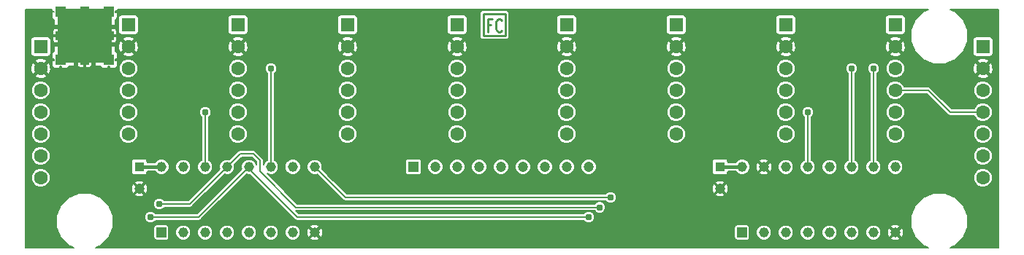
<source format=gtl>
%TF.GenerationSoftware,KiCad,Pcbnew,(2015-07-26 BZR 5996)-product*%
%TF.CreationDate,2015-09-04T23:47:58-04:00*%
%TF.JobID,SPI shift register CS,53504920736869667420726567697374,1.0.1*%
%TF.FileFunction,Copper,L1,Top,Signal*%
%FSLAX46Y46*%
G04 Gerber Fmt 4.6, Leading zero omitted, Abs format (unit mm)*
G04 Created by KiCad (PCBNEW (2015-07-26 BZR 5996)-product) date 2015-09-04 23:47:58*
%MOMM*%
G01*
G04 APERTURE LIST*
%ADD10C,0.050800*%
%ADD11C,0.254000*%
%ADD12R,6.350000X6.350000*%
%ADD13R,1.016000X1.143000*%
%ADD14R,1.270000X1.270000*%
%ADD15R,1.143000X1.016000*%
%ADD16R,1.120140X1.120140*%
%ADD17C,1.198880*%
%ADD18R,1.600200X1.600200*%
%ADD19C,1.600200*%
%ADD20R,1.170000X1.170000*%
%ADD21C,1.170000*%
%ADD22R,1.200000X1.200000*%
%ADD23C,1.200000*%
%ADD24C,0.787400*%
%ADD25C,0.381000*%
%ADD26C,0.203200*%
G04 APERTURE END LIST*
D10*
D11*
X54722486Y-2570843D02*
X54341486Y-2570843D01*
X54341486Y-3369129D02*
X54341486Y-1845129D01*
X54885772Y-1845129D01*
X55974343Y-3223986D02*
X55919914Y-3296557D01*
X55756628Y-3369129D01*
X55647771Y-3369129D01*
X55484486Y-3296557D01*
X55375628Y-3151414D01*
X55321200Y-3006271D01*
X55266771Y-2715986D01*
X55266771Y-2498271D01*
X55321200Y-2207986D01*
X55375628Y-2062843D01*
X55484486Y-1917700D01*
X55647771Y-1845129D01*
X55756628Y-1845129D01*
X55919914Y-1917700D01*
X55974343Y-1990271D01*
X53860700Y-1282700D02*
X56400700Y-1282700D01*
X56400700Y-1282700D02*
X56400700Y-3822700D01*
X56400700Y-3822700D02*
X53860700Y-3822700D01*
X53860700Y-3822700D02*
X53860700Y-1282700D01*
D12*
X7620000Y-3810000D03*
D13*
X7620000Y-6604000D03*
D14*
X10414000Y-6604000D03*
D15*
X10414000Y-3810000D03*
D14*
X10414000Y-1016000D03*
D13*
X7620000Y-1016000D03*
D14*
X4826000Y-1016000D03*
D15*
X4826000Y-3810000D03*
D14*
X4826000Y-6604000D03*
D16*
X13970000Y-19050000D03*
D17*
X13970000Y-21590000D03*
D16*
X81280000Y-19050000D03*
D17*
X81280000Y-21590000D03*
D18*
X12700000Y-2540000D03*
D19*
X12700000Y-5080000D03*
X12700000Y-7620000D03*
X12700000Y-10160000D03*
X12700000Y-12700000D03*
X12700000Y-15240000D03*
D18*
X25400000Y-2540000D03*
D19*
X25400000Y-5080000D03*
X25400000Y-7620000D03*
X25400000Y-10160000D03*
X25400000Y-12700000D03*
X25400000Y-15240000D03*
D18*
X38100000Y-2540000D03*
D19*
X38100000Y-5080000D03*
X38100000Y-7620000D03*
X38100000Y-10160000D03*
X38100000Y-12700000D03*
X38100000Y-15240000D03*
D18*
X50800000Y-2540000D03*
D19*
X50800000Y-5080000D03*
X50800000Y-7620000D03*
X50800000Y-10160000D03*
X50800000Y-12700000D03*
X50800000Y-15240000D03*
D18*
X63500000Y-2540000D03*
D19*
X63500000Y-5080000D03*
X63500000Y-7620000D03*
X63500000Y-10160000D03*
X63500000Y-12700000D03*
X63500000Y-15240000D03*
D18*
X76200000Y-2540000D03*
D19*
X76200000Y-5080000D03*
X76200000Y-7620000D03*
X76200000Y-10160000D03*
X76200000Y-12700000D03*
X76200000Y-15240000D03*
D18*
X88900000Y-2540000D03*
D19*
X88900000Y-5080000D03*
X88900000Y-7620000D03*
X88900000Y-10160000D03*
X88900000Y-12700000D03*
X88900000Y-15240000D03*
D18*
X101600000Y-2540000D03*
D19*
X101600000Y-5080000D03*
X101600000Y-7620000D03*
X101600000Y-10160000D03*
X101600000Y-12700000D03*
X101600000Y-15240000D03*
X2540000Y-20320000D03*
D18*
X2540000Y-5080000D03*
D19*
X2540000Y-7620000D03*
X2540000Y-10160000D03*
X2540000Y-12700000D03*
X2540000Y-15240000D03*
X2540000Y-17780000D03*
X111760000Y-20320000D03*
D18*
X111760000Y-5080000D03*
D19*
X111760000Y-7620000D03*
X111760000Y-10160000D03*
X111760000Y-12700000D03*
X111760000Y-15240000D03*
X111760000Y-17780000D03*
D20*
X16510000Y-26670000D03*
D21*
X19050000Y-26670000D03*
X21590000Y-26670000D03*
X24130000Y-26670000D03*
X26670000Y-26670000D03*
X29210000Y-26670000D03*
X31750000Y-26670000D03*
X34290000Y-26670000D03*
X34290000Y-19050000D03*
X31750000Y-19050000D03*
X29210000Y-19050000D03*
X26670000Y-19050000D03*
X24130000Y-19050000D03*
X21590000Y-19050000D03*
X19050000Y-19050000D03*
X16510000Y-19050000D03*
D20*
X83820000Y-26670000D03*
D21*
X86360000Y-26670000D03*
X88900000Y-26670000D03*
X91440000Y-26670000D03*
X93980000Y-26670000D03*
X96520000Y-26670000D03*
X99060000Y-26670000D03*
X101600000Y-26670000D03*
X101600000Y-19050000D03*
X99060000Y-19050000D03*
X96520000Y-19050000D03*
X93980000Y-19050000D03*
X91440000Y-19050000D03*
X88900000Y-19050000D03*
X86360000Y-19050000D03*
X83820000Y-19050000D03*
D22*
X45720000Y-19050000D03*
D23*
X48260000Y-19050000D03*
X50800000Y-19050000D03*
X53340000Y-19050000D03*
X55880000Y-19050000D03*
X58420000Y-19050000D03*
X60960000Y-19050000D03*
X63500000Y-19050000D03*
X66040000Y-19050000D03*
D24*
X86360000Y-28194000D03*
X88900000Y-28194000D03*
X93980000Y-28194000D03*
X96520000Y-28194000D03*
X91440000Y-12700000D03*
X21590000Y-12700000D03*
X96520000Y-7620000D03*
X99060000Y-7620000D03*
X29210000Y-7620000D03*
X15240000Y-24892000D03*
X66040000Y-24892000D03*
X16256000Y-23368000D03*
X67310000Y-23749000D03*
X68580000Y-22606000D03*
D25*
X13970000Y-19050000D02*
X16510000Y-19050000D01*
X81280000Y-19050000D02*
X83820000Y-19050000D01*
D26*
X91440000Y-19050000D02*
X91440000Y-12700000D01*
X21590000Y-19050000D02*
X21590000Y-12700000D01*
X105410000Y-10160000D02*
X107950000Y-12700000D01*
X107950000Y-12700000D02*
X111760000Y-12700000D01*
X101600000Y-10160000D02*
X105410000Y-10160000D01*
X96520000Y-19050000D02*
X96520000Y-7620000D01*
X99060000Y-19050000D02*
X99060000Y-7620000D01*
X29210000Y-19050000D02*
X29210000Y-7620000D01*
X15240000Y-24892000D02*
X20828000Y-24892000D01*
X20828000Y-24892000D02*
X26670000Y-19050000D01*
X32258000Y-24892000D02*
X66040000Y-24892000D01*
X26670000Y-19304000D02*
X32258000Y-24892000D01*
X26670000Y-19050000D02*
X26670000Y-19304000D01*
X19812000Y-23368000D02*
X24130000Y-19050000D01*
X16256000Y-23368000D02*
X19812000Y-23368000D01*
X27940000Y-19558000D02*
X32131000Y-23749000D01*
X27940000Y-18288000D02*
X27940000Y-19558000D01*
X27178000Y-17526000D02*
X27940000Y-18288000D01*
X25654000Y-17526000D02*
X27178000Y-17526000D01*
X24130000Y-19050000D02*
X25654000Y-17526000D01*
X32131000Y-23749000D02*
X67310000Y-23749000D01*
X37846000Y-22606000D02*
X68580000Y-22606000D01*
X34290000Y-19050000D02*
X37846000Y-22606000D01*
G36*
X3835400Y-901700D02*
X3924300Y-990600D01*
X4089400Y-990600D01*
X4089400Y-1041400D01*
X3924300Y-1041400D01*
X3835400Y-1130300D01*
X3835400Y-1721733D01*
X3889537Y-1852431D01*
X3989569Y-1952463D01*
X4089400Y-1993814D01*
X4089400Y-2552700D01*
X4178300Y-2641600D01*
X6451600Y-2641600D01*
X6451600Y-2621600D01*
X8788400Y-2621600D01*
X8788400Y-2641600D01*
X11061700Y-2641600D01*
X11150600Y-2552700D01*
X11150600Y-1993814D01*
X11250431Y-1952463D01*
X11350463Y-1852431D01*
X11397075Y-1739900D01*
X11537333Y-1739900D01*
X11537333Y-3340100D01*
X11563641Y-3475689D01*
X11641923Y-3594859D01*
X11760101Y-3674631D01*
X11899900Y-3702667D01*
X13500100Y-3702667D01*
X13635689Y-3676359D01*
X13754859Y-3598077D01*
X13834631Y-3479899D01*
X13862667Y-3340100D01*
X13862667Y-1739900D01*
X24237333Y-1739900D01*
X24237333Y-3340100D01*
X24263641Y-3475689D01*
X24341923Y-3594859D01*
X24460101Y-3674631D01*
X24599900Y-3702667D01*
X26200100Y-3702667D01*
X26335689Y-3676359D01*
X26454859Y-3598077D01*
X26534631Y-3479899D01*
X26562667Y-3340100D01*
X26562667Y-1739900D01*
X36937333Y-1739900D01*
X36937333Y-3340100D01*
X36963641Y-3475689D01*
X37041923Y-3594859D01*
X37160101Y-3674631D01*
X37299900Y-3702667D01*
X38900100Y-3702667D01*
X39035689Y-3676359D01*
X39154859Y-3598077D01*
X39234631Y-3479899D01*
X39262667Y-3340100D01*
X39262667Y-1739900D01*
X49637333Y-1739900D01*
X49637333Y-3340100D01*
X49663641Y-3475689D01*
X49741923Y-3594859D01*
X49860101Y-3674631D01*
X49999900Y-3702667D01*
X51600100Y-3702667D01*
X51735689Y-3676359D01*
X51854859Y-3598077D01*
X51934631Y-3479899D01*
X51962667Y-3340100D01*
X51962667Y-1739900D01*
X51936359Y-1604311D01*
X51858077Y-1485141D01*
X51739899Y-1405369D01*
X51600100Y-1377333D01*
X49999900Y-1377333D01*
X49864311Y-1403641D01*
X49745141Y-1481923D01*
X49665369Y-1600101D01*
X49637333Y-1739900D01*
X39262667Y-1739900D01*
X39262667Y-1739900D01*
X39236359Y-1604311D01*
X39158077Y-1485141D01*
X39039899Y-1405369D01*
X38900100Y-1377333D01*
X37299900Y-1377333D01*
X37164311Y-1403641D01*
X37045141Y-1481923D01*
X36965369Y-1600101D01*
X36937333Y-1739900D01*
X26562667Y-1739900D01*
X26562667Y-1739900D01*
X26536359Y-1604311D01*
X26458077Y-1485141D01*
X26339899Y-1405369D01*
X26200100Y-1377333D01*
X24599900Y-1377333D01*
X24464311Y-1403641D01*
X24345141Y-1481923D01*
X24265369Y-1600101D01*
X24237333Y-1739900D01*
X13862667Y-1739900D01*
X13862667Y-1739900D01*
X13836359Y-1604311D01*
X13758077Y-1485141D01*
X13639899Y-1405369D01*
X13500100Y-1377333D01*
X11899900Y-1377333D01*
X11764311Y-1403641D01*
X11645141Y-1481923D01*
X11565369Y-1600101D01*
X11537333Y-1739900D01*
X11397075Y-1739900D01*
X11404600Y-1721733D01*
X11404600Y-1282700D01*
X53428900Y-1282700D01*
X53428900Y-3822700D01*
X53461769Y-3987943D01*
X53555371Y-4128029D01*
X53695457Y-4221631D01*
X53860700Y-4254500D01*
X56400700Y-4254500D01*
X56426566Y-4249355D01*
X62795079Y-4249355D01*
X63500000Y-4954276D01*
X64204921Y-4249355D01*
X75495079Y-4249355D01*
X76200000Y-4954276D01*
X76904921Y-4249355D01*
X88195079Y-4249355D01*
X88900000Y-4954276D01*
X89604921Y-4249355D01*
X100895079Y-4249355D01*
X101600000Y-4954276D01*
X102304921Y-4249355D01*
X102218717Y-4077164D01*
X101787851Y-3916727D01*
X101328387Y-3933389D01*
X100981283Y-4077164D01*
X100895079Y-4249355D01*
X89604921Y-4249355D01*
X89604921Y-4249355D01*
X89518717Y-4077164D01*
X89087851Y-3916727D01*
X88628387Y-3933389D01*
X88281283Y-4077164D01*
X88195079Y-4249355D01*
X76904921Y-4249355D01*
X76904921Y-4249355D01*
X76818717Y-4077164D01*
X76387851Y-3916727D01*
X75928387Y-3933389D01*
X75581283Y-4077164D01*
X75495079Y-4249355D01*
X64204921Y-4249355D01*
X64204921Y-4249355D01*
X64118717Y-4077164D01*
X63687851Y-3916727D01*
X63228387Y-3933389D01*
X62881283Y-4077164D01*
X62795079Y-4249355D01*
X56426566Y-4249355D01*
X56565943Y-4221631D01*
X56706029Y-4128029D01*
X56799631Y-3987943D01*
X56832500Y-3822700D01*
X56832500Y-1739900D01*
X62337333Y-1739900D01*
X62337333Y-3340100D01*
X62363641Y-3475689D01*
X62441923Y-3594859D01*
X62560101Y-3674631D01*
X62699900Y-3702667D01*
X64300100Y-3702667D01*
X64435689Y-3676359D01*
X64554859Y-3598077D01*
X64634631Y-3479899D01*
X64662667Y-3340100D01*
X64662667Y-1739900D01*
X75037333Y-1739900D01*
X75037333Y-3340100D01*
X75063641Y-3475689D01*
X75141923Y-3594859D01*
X75260101Y-3674631D01*
X75399900Y-3702667D01*
X77000100Y-3702667D01*
X77135689Y-3676359D01*
X77254859Y-3598077D01*
X77334631Y-3479899D01*
X77362667Y-3340100D01*
X77362667Y-1739900D01*
X87737333Y-1739900D01*
X87737333Y-3340100D01*
X87763641Y-3475689D01*
X87841923Y-3594859D01*
X87960101Y-3674631D01*
X88099900Y-3702667D01*
X89700100Y-3702667D01*
X89835689Y-3676359D01*
X89954859Y-3598077D01*
X90034631Y-3479899D01*
X90062667Y-3340100D01*
X90062667Y-1739900D01*
X100437333Y-1739900D01*
X100437333Y-3340100D01*
X100463641Y-3475689D01*
X100541923Y-3594859D01*
X100660101Y-3674631D01*
X100799900Y-3702667D01*
X102400100Y-3702667D01*
X102535689Y-3676359D01*
X102654859Y-3598077D01*
X102734631Y-3479899D01*
X102762667Y-3340100D01*
X102762667Y-1739900D01*
X102736359Y-1604311D01*
X102658077Y-1485141D01*
X102539899Y-1405369D01*
X102400100Y-1377333D01*
X100799900Y-1377333D01*
X100664311Y-1403641D01*
X100545141Y-1481923D01*
X100465369Y-1600101D01*
X100437333Y-1739900D01*
X90062667Y-1739900D01*
X90062667Y-1739900D01*
X90036359Y-1604311D01*
X89958077Y-1485141D01*
X89839899Y-1405369D01*
X89700100Y-1377333D01*
X88099900Y-1377333D01*
X87964311Y-1403641D01*
X87845141Y-1481923D01*
X87765369Y-1600101D01*
X87737333Y-1739900D01*
X77362667Y-1739900D01*
X77362667Y-1739900D01*
X77336359Y-1604311D01*
X77258077Y-1485141D01*
X77139899Y-1405369D01*
X77000100Y-1377333D01*
X75399900Y-1377333D01*
X75264311Y-1403641D01*
X75145141Y-1481923D01*
X75065369Y-1600101D01*
X75037333Y-1739900D01*
X64662667Y-1739900D01*
X64662667Y-1739900D01*
X64636359Y-1604311D01*
X64558077Y-1485141D01*
X64439899Y-1405369D01*
X64300100Y-1377333D01*
X62699900Y-1377333D01*
X62564311Y-1403641D01*
X62445141Y-1481923D01*
X62365369Y-1600101D01*
X62337333Y-1739900D01*
X56832500Y-1739900D01*
X56832500Y-1282700D01*
X56799631Y-1117457D01*
X56706029Y-977371D01*
X56565943Y-883769D01*
X56400700Y-850900D01*
X53860700Y-850900D01*
X53695457Y-883769D01*
X53555371Y-977371D01*
X53461769Y-1117457D01*
X53428900Y-1282700D01*
X11404600Y-1282700D01*
X11404600Y-1193800D01*
X11315700Y-1104900D01*
X11150600Y-1104900D01*
X11150600Y-927100D01*
X11315700Y-927100D01*
X11404600Y-838200D01*
X11404600Y-736600D01*
X105433203Y-736600D01*
X104803751Y-996684D01*
X103869963Y-1928844D01*
X103363977Y-3147393D01*
X103362826Y-4466818D01*
X103866684Y-5686249D01*
X104798844Y-6620037D01*
X106017393Y-7126023D01*
X107336818Y-7127174D01*
X108154403Y-6789355D01*
X111055079Y-6789355D01*
X111760000Y-7494276D01*
X112464921Y-6789355D01*
X112378717Y-6617164D01*
X111947851Y-6456727D01*
X111488387Y-6473389D01*
X111141283Y-6617164D01*
X111055079Y-6789355D01*
X108154403Y-6789355D01*
X108556249Y-6623316D01*
X109490037Y-5691156D01*
X109996023Y-4472607D01*
X109996191Y-4279900D01*
X110597333Y-4279900D01*
X110597333Y-5880100D01*
X110623641Y-6015689D01*
X110701923Y-6134859D01*
X110820101Y-6214631D01*
X110959900Y-6242667D01*
X112560100Y-6242667D01*
X112695689Y-6216359D01*
X112814859Y-6138077D01*
X112894631Y-6019899D01*
X112922667Y-5880100D01*
X112922667Y-4279900D01*
X112896359Y-4144311D01*
X112818077Y-4025141D01*
X112699899Y-3945369D01*
X112560100Y-3917333D01*
X110959900Y-3917333D01*
X110824311Y-3943641D01*
X110705141Y-4021923D01*
X110625369Y-4140101D01*
X110597333Y-4279900D01*
X109996191Y-4279900D01*
X109997174Y-3153182D01*
X109493316Y-1933751D01*
X108561156Y-999963D01*
X107926908Y-736600D01*
X113563400Y-736600D01*
X113563400Y-28473400D01*
X107926797Y-28473400D01*
X108556249Y-28213316D01*
X109490037Y-27281156D01*
X109996023Y-26062607D01*
X109997174Y-24743182D01*
X109493316Y-23523751D01*
X108561156Y-22589963D01*
X107342607Y-22083977D01*
X106023182Y-22082826D01*
X104803751Y-22586684D01*
X103869963Y-23518844D01*
X103363977Y-24737393D01*
X103362826Y-26056818D01*
X103866684Y-27276249D01*
X104798844Y-28210037D01*
X105433092Y-28473400D01*
X8866797Y-28473400D01*
X9496249Y-28213316D01*
X10430037Y-27281156D01*
X10926725Y-26085000D01*
X15614229Y-26085000D01*
X15614229Y-27255000D01*
X15636778Y-27371219D01*
X15703877Y-27473365D01*
X15805173Y-27541741D01*
X15925000Y-27565771D01*
X17095000Y-27565771D01*
X17211219Y-27543222D01*
X17313365Y-27476123D01*
X17381741Y-27374827D01*
X17405771Y-27255000D01*
X17405771Y-26846216D01*
X18160046Y-26846216D01*
X18295225Y-27173373D01*
X18545311Y-27423896D01*
X18872231Y-27559645D01*
X19226216Y-27559954D01*
X19553373Y-27424775D01*
X19803896Y-27174689D01*
X19939645Y-26847769D01*
X19939646Y-26846216D01*
X20700046Y-26846216D01*
X20835225Y-27173373D01*
X21085311Y-27423896D01*
X21412231Y-27559645D01*
X21766216Y-27559954D01*
X22093373Y-27424775D01*
X22343896Y-27174689D01*
X22479645Y-26847769D01*
X22479646Y-26846216D01*
X23240046Y-26846216D01*
X23375225Y-27173373D01*
X23625311Y-27423896D01*
X23952231Y-27559645D01*
X24306216Y-27559954D01*
X24633373Y-27424775D01*
X24883896Y-27174689D01*
X25019645Y-26847769D01*
X25019646Y-26846216D01*
X25780046Y-26846216D01*
X25915225Y-27173373D01*
X26165311Y-27423896D01*
X26492231Y-27559645D01*
X26846216Y-27559954D01*
X27173373Y-27424775D01*
X27423896Y-27174689D01*
X27559645Y-26847769D01*
X27559646Y-26846216D01*
X28320046Y-26846216D01*
X28455225Y-27173373D01*
X28705311Y-27423896D01*
X29032231Y-27559645D01*
X29386216Y-27559954D01*
X29713373Y-27424775D01*
X29963896Y-27174689D01*
X30099645Y-26847769D01*
X30099646Y-26846216D01*
X30860046Y-26846216D01*
X30995225Y-27173373D01*
X31245311Y-27423896D01*
X31572231Y-27559645D01*
X31926216Y-27559954D01*
X32253373Y-27424775D01*
X32333373Y-27344915D01*
X33740809Y-27344915D01*
X33800646Y-27494783D01*
X34153526Y-27619268D01*
X34527184Y-27599235D01*
X34779354Y-27494783D01*
X34839191Y-27344915D01*
X34290000Y-26795724D01*
X33740809Y-27344915D01*
X32333373Y-27344915D01*
X32503896Y-27174689D01*
X32639645Y-26847769D01*
X32639919Y-26533526D01*
X33340732Y-26533526D01*
X33360765Y-26907184D01*
X33465217Y-27159354D01*
X33615085Y-27219191D01*
X34164276Y-26670000D01*
X34415724Y-26670000D01*
X34964915Y-27219191D01*
X35114783Y-27159354D01*
X35239268Y-26806474D01*
X35219235Y-26432816D01*
X35114783Y-26180646D01*
X34964915Y-26120809D01*
X34415724Y-26670000D01*
X34164276Y-26670000D01*
X34164276Y-26670000D01*
X33615085Y-26120809D01*
X33465217Y-26180646D01*
X33340732Y-26533526D01*
X32639919Y-26533526D01*
X32639954Y-26493784D01*
X32504775Y-26166627D01*
X32333532Y-25995085D01*
X33740809Y-25995085D01*
X34290000Y-26544276D01*
X34749276Y-26085000D01*
X82924229Y-26085000D01*
X82924229Y-27255000D01*
X82946778Y-27371219D01*
X83013877Y-27473365D01*
X83115173Y-27541741D01*
X83235000Y-27565771D01*
X84405000Y-27565771D01*
X84521219Y-27543222D01*
X84623365Y-27476123D01*
X84691741Y-27374827D01*
X84715771Y-27255000D01*
X84715771Y-26846216D01*
X85470046Y-26846216D01*
X85605225Y-27173373D01*
X85855311Y-27423896D01*
X86182231Y-27559645D01*
X86536216Y-27559954D01*
X86863373Y-27424775D01*
X87113896Y-27174689D01*
X87249645Y-26847769D01*
X87249646Y-26846216D01*
X88010046Y-26846216D01*
X88145225Y-27173373D01*
X88395311Y-27423896D01*
X88722231Y-27559645D01*
X89076216Y-27559954D01*
X89403373Y-27424775D01*
X89653896Y-27174689D01*
X89789645Y-26847769D01*
X89789646Y-26846216D01*
X90550046Y-26846216D01*
X90685225Y-27173373D01*
X90935311Y-27423896D01*
X91262231Y-27559645D01*
X91616216Y-27559954D01*
X91943373Y-27424775D01*
X92193896Y-27174689D01*
X92329645Y-26847769D01*
X92329646Y-26846216D01*
X93090046Y-26846216D01*
X93225225Y-27173373D01*
X93475311Y-27423896D01*
X93802231Y-27559645D01*
X94156216Y-27559954D01*
X94483373Y-27424775D01*
X94733896Y-27174689D01*
X94869645Y-26847769D01*
X94869646Y-26846216D01*
X95630046Y-26846216D01*
X95765225Y-27173373D01*
X96015311Y-27423896D01*
X96342231Y-27559645D01*
X96696216Y-27559954D01*
X97023373Y-27424775D01*
X97273896Y-27174689D01*
X97409645Y-26847769D01*
X97409646Y-26846216D01*
X98170046Y-26846216D01*
X98305225Y-27173373D01*
X98555311Y-27423896D01*
X98882231Y-27559645D01*
X99236216Y-27559954D01*
X99563373Y-27424775D01*
X99643373Y-27344915D01*
X101050809Y-27344915D01*
X101110646Y-27494783D01*
X101463526Y-27619268D01*
X101837184Y-27599235D01*
X102089354Y-27494783D01*
X102149191Y-27344915D01*
X101600000Y-26795724D01*
X101050809Y-27344915D01*
X99643373Y-27344915D01*
X99813896Y-27174689D01*
X99949645Y-26847769D01*
X99949919Y-26533526D01*
X100650732Y-26533526D01*
X100670765Y-26907184D01*
X100775217Y-27159354D01*
X100925085Y-27219191D01*
X101474276Y-26670000D01*
X101725724Y-26670000D01*
X102274915Y-27219191D01*
X102424783Y-27159354D01*
X102549268Y-26806474D01*
X102529235Y-26432816D01*
X102424783Y-26180646D01*
X102274915Y-26120809D01*
X101725724Y-26670000D01*
X101474276Y-26670000D01*
X101474276Y-26670000D01*
X100925085Y-26120809D01*
X100775217Y-26180646D01*
X100650732Y-26533526D01*
X99949919Y-26533526D01*
X99949954Y-26493784D01*
X99814775Y-26166627D01*
X99643532Y-25995085D01*
X101050809Y-25995085D01*
X101600000Y-26544276D01*
X102149191Y-25995085D01*
X102089354Y-25845217D01*
X101736474Y-25720732D01*
X101362816Y-25740765D01*
X101110646Y-25845217D01*
X101050809Y-25995085D01*
X99643532Y-25995085D01*
X99564689Y-25916104D01*
X99237769Y-25780355D01*
X98883784Y-25780046D01*
X98556627Y-25915225D01*
X98306104Y-26165311D01*
X98170355Y-26492231D01*
X98170046Y-26846216D01*
X97409646Y-26846216D01*
X97409954Y-26493784D01*
X97274775Y-26166627D01*
X97024689Y-25916104D01*
X96697769Y-25780355D01*
X96343784Y-25780046D01*
X96016627Y-25915225D01*
X95766104Y-26165311D01*
X95630355Y-26492231D01*
X95630046Y-26846216D01*
X94869646Y-26846216D01*
X94869954Y-26493784D01*
X94734775Y-26166627D01*
X94484689Y-25916104D01*
X94157769Y-25780355D01*
X93803784Y-25780046D01*
X93476627Y-25915225D01*
X93226104Y-26165311D01*
X93090355Y-26492231D01*
X93090046Y-26846216D01*
X92329646Y-26846216D01*
X92329954Y-26493784D01*
X92194775Y-26166627D01*
X91944689Y-25916104D01*
X91617769Y-25780355D01*
X91263784Y-25780046D01*
X90936627Y-25915225D01*
X90686104Y-26165311D01*
X90550355Y-26492231D01*
X90550046Y-26846216D01*
X89789646Y-26846216D01*
X89789954Y-26493784D01*
X89654775Y-26166627D01*
X89404689Y-25916104D01*
X89077769Y-25780355D01*
X88723784Y-25780046D01*
X88396627Y-25915225D01*
X88146104Y-26165311D01*
X88010355Y-26492231D01*
X88010046Y-26846216D01*
X87249646Y-26846216D01*
X87249954Y-26493784D01*
X87114775Y-26166627D01*
X86864689Y-25916104D01*
X86537769Y-25780355D01*
X86183784Y-25780046D01*
X85856627Y-25915225D01*
X85606104Y-26165311D01*
X85470355Y-26492231D01*
X85470046Y-26846216D01*
X84715771Y-26846216D01*
X84715771Y-26085000D01*
X84693222Y-25968781D01*
X84626123Y-25866635D01*
X84524827Y-25798259D01*
X84405000Y-25774229D01*
X83235000Y-25774229D01*
X83118781Y-25796778D01*
X83016635Y-25863877D01*
X82948259Y-25965173D01*
X82924229Y-26085000D01*
X34749276Y-26085000D01*
X34839191Y-25995085D01*
X34779354Y-25845217D01*
X34426474Y-25720732D01*
X34052816Y-25740765D01*
X33800646Y-25845217D01*
X33740809Y-25995085D01*
X32333532Y-25995085D01*
X32254689Y-25916104D01*
X31927769Y-25780355D01*
X31573784Y-25780046D01*
X31246627Y-25915225D01*
X30996104Y-26165311D01*
X30860355Y-26492231D01*
X30860046Y-26846216D01*
X30099646Y-26846216D01*
X30099954Y-26493784D01*
X29964775Y-26166627D01*
X29714689Y-25916104D01*
X29387769Y-25780355D01*
X29033784Y-25780046D01*
X28706627Y-25915225D01*
X28456104Y-26165311D01*
X28320355Y-26492231D01*
X28320046Y-26846216D01*
X27559646Y-26846216D01*
X27559954Y-26493784D01*
X27424775Y-26166627D01*
X27174689Y-25916104D01*
X26847769Y-25780355D01*
X26493784Y-25780046D01*
X26166627Y-25915225D01*
X25916104Y-26165311D01*
X25780355Y-26492231D01*
X25780046Y-26846216D01*
X25019646Y-26846216D01*
X25019954Y-26493784D01*
X24884775Y-26166627D01*
X24634689Y-25916104D01*
X24307769Y-25780355D01*
X23953784Y-25780046D01*
X23626627Y-25915225D01*
X23376104Y-26165311D01*
X23240355Y-26492231D01*
X23240046Y-26846216D01*
X22479646Y-26846216D01*
X22479954Y-26493784D01*
X22344775Y-26166627D01*
X22094689Y-25916104D01*
X21767769Y-25780355D01*
X21413784Y-25780046D01*
X21086627Y-25915225D01*
X20836104Y-26165311D01*
X20700355Y-26492231D01*
X20700046Y-26846216D01*
X19939646Y-26846216D01*
X19939954Y-26493784D01*
X19804775Y-26166627D01*
X19554689Y-25916104D01*
X19227769Y-25780355D01*
X18873784Y-25780046D01*
X18546627Y-25915225D01*
X18296104Y-26165311D01*
X18160355Y-26492231D01*
X18160046Y-26846216D01*
X17405771Y-26846216D01*
X17405771Y-26085000D01*
X17383222Y-25968781D01*
X17316123Y-25866635D01*
X17214827Y-25798259D01*
X17095000Y-25774229D01*
X15925000Y-25774229D01*
X15808781Y-25796778D01*
X15706635Y-25863877D01*
X15638259Y-25965173D01*
X15614229Y-26085000D01*
X10926725Y-26085000D01*
X10936023Y-26062607D01*
X10936924Y-25030331D01*
X14541379Y-25030331D01*
X14647496Y-25287151D01*
X14843815Y-25483814D01*
X15100450Y-25590378D01*
X15378331Y-25590621D01*
X15635151Y-25484504D01*
X15821581Y-25298400D01*
X20828000Y-25298400D01*
X20983523Y-25267465D01*
X21115368Y-25179368D01*
X26395328Y-19899408D01*
X26492231Y-19939645D01*
X26731118Y-19939854D01*
X31970632Y-25179368D01*
X32102477Y-25267465D01*
X32258000Y-25298400D01*
X65458725Y-25298400D01*
X65643815Y-25483814D01*
X65900450Y-25590378D01*
X66178331Y-25590621D01*
X66435151Y-25484504D01*
X66631814Y-25288185D01*
X66738378Y-25031550D01*
X66738621Y-24753669D01*
X66632504Y-24496849D01*
X66436185Y-24300186D01*
X66179550Y-24193622D01*
X65901669Y-24193379D01*
X65644849Y-24299496D01*
X65458419Y-24485600D01*
X32426336Y-24485600D01*
X32087479Y-24146743D01*
X32131000Y-24155400D01*
X66728725Y-24155400D01*
X66913815Y-24340814D01*
X67170450Y-24447378D01*
X67448331Y-24447621D01*
X67705151Y-24341504D01*
X67901814Y-24145185D01*
X68008378Y-23888550D01*
X68008621Y-23610669D01*
X67902504Y-23353849D01*
X67706185Y-23157186D01*
X67449550Y-23050622D01*
X67171669Y-23050379D01*
X66914849Y-23156496D01*
X66728419Y-23342600D01*
X32299336Y-23342600D01*
X28799915Y-19843179D01*
X29032231Y-19939645D01*
X29386216Y-19939954D01*
X29713373Y-19804775D01*
X29963896Y-19554689D01*
X30096113Y-19236276D01*
X30809238Y-19236276D01*
X30952134Y-19582111D01*
X31216497Y-19846937D01*
X31562082Y-19990436D01*
X31936276Y-19990762D01*
X32282111Y-19847866D01*
X32546937Y-19583503D01*
X32690436Y-19237918D01*
X32690446Y-19226216D01*
X33400046Y-19226216D01*
X33535225Y-19553373D01*
X33785311Y-19803896D01*
X34112231Y-19939645D01*
X34466216Y-19939954D01*
X34564576Y-19899312D01*
X37558632Y-22893368D01*
X37690477Y-22981465D01*
X37846000Y-23012400D01*
X67998725Y-23012400D01*
X68183815Y-23197814D01*
X68440450Y-23304378D01*
X68718331Y-23304621D01*
X68975151Y-23198504D01*
X69171814Y-23002185D01*
X69278378Y-22745550D01*
X69278621Y-22467669D01*
X69199168Y-22275380D01*
X80720344Y-22275380D01*
X80781956Y-22426744D01*
X81140076Y-22553644D01*
X81519498Y-22533838D01*
X81778044Y-22426744D01*
X81839656Y-22275380D01*
X81280000Y-21715724D01*
X80720344Y-22275380D01*
X69199168Y-22275380D01*
X69172504Y-22210849D01*
X68976185Y-22014186D01*
X68719550Y-21907622D01*
X68441669Y-21907379D01*
X68184849Y-22013496D01*
X67998419Y-22199600D01*
X38014336Y-22199600D01*
X37264812Y-21450076D01*
X80316356Y-21450076D01*
X80336162Y-21829498D01*
X80443256Y-22088044D01*
X80594620Y-22149656D01*
X81154276Y-21590000D01*
X81405724Y-21590000D01*
X81965380Y-22149656D01*
X82116744Y-22088044D01*
X82243644Y-21729924D01*
X82223838Y-21350502D01*
X82116744Y-21091956D01*
X81965380Y-21030344D01*
X81405724Y-21590000D01*
X81154276Y-21590000D01*
X81154276Y-21590000D01*
X80594620Y-21030344D01*
X80443256Y-21091956D01*
X80316356Y-21450076D01*
X37264812Y-21450076D01*
X36719356Y-20904620D01*
X80720344Y-20904620D01*
X81280000Y-21464276D01*
X81839656Y-20904620D01*
X81778044Y-20753256D01*
X81419924Y-20626356D01*
X81040502Y-20646162D01*
X80781956Y-20753256D01*
X80720344Y-20904620D01*
X36719356Y-20904620D01*
X36353550Y-20538814D01*
X110654909Y-20538814D01*
X110822765Y-20945058D01*
X111133307Y-21256142D01*
X111539258Y-21424708D01*
X111978814Y-21425091D01*
X112385058Y-21257235D01*
X112696142Y-20946693D01*
X112864708Y-20540742D01*
X112865091Y-20101186D01*
X112697235Y-19694942D01*
X112386693Y-19383858D01*
X111980742Y-19215292D01*
X111541186Y-19214909D01*
X111134942Y-19382765D01*
X110823858Y-19693307D01*
X110655292Y-20099258D01*
X110654909Y-20538814D01*
X36353550Y-20538814D01*
X35139408Y-19324672D01*
X35179645Y-19227769D01*
X35179954Y-18873784D01*
X35044775Y-18546627D01*
X34948317Y-18450000D01*
X44757433Y-18450000D01*
X44757433Y-19650000D01*
X44783741Y-19785589D01*
X44862023Y-19904759D01*
X44980201Y-19984531D01*
X45120000Y-20012567D01*
X46320000Y-20012567D01*
X46455589Y-19986259D01*
X46574759Y-19907977D01*
X46654531Y-19789799D01*
X46682567Y-19650000D01*
X46682567Y-19229186D01*
X47355043Y-19229186D01*
X47492501Y-19561858D01*
X47746803Y-19816605D01*
X48079235Y-19954643D01*
X48439186Y-19954957D01*
X48771858Y-19817499D01*
X49026605Y-19563197D01*
X49164643Y-19230765D01*
X49164644Y-19229186D01*
X49895043Y-19229186D01*
X50032501Y-19561858D01*
X50286803Y-19816605D01*
X50619235Y-19954643D01*
X50979186Y-19954957D01*
X51311858Y-19817499D01*
X51566605Y-19563197D01*
X51704643Y-19230765D01*
X51704644Y-19229186D01*
X52435043Y-19229186D01*
X52572501Y-19561858D01*
X52826803Y-19816605D01*
X53159235Y-19954643D01*
X53519186Y-19954957D01*
X53851858Y-19817499D01*
X54106605Y-19563197D01*
X54244643Y-19230765D01*
X54244644Y-19229186D01*
X54975043Y-19229186D01*
X55112501Y-19561858D01*
X55366803Y-19816605D01*
X55699235Y-19954643D01*
X56059186Y-19954957D01*
X56391858Y-19817499D01*
X56646605Y-19563197D01*
X56784643Y-19230765D01*
X56784644Y-19229186D01*
X57515043Y-19229186D01*
X57652501Y-19561858D01*
X57906803Y-19816605D01*
X58239235Y-19954643D01*
X58599186Y-19954957D01*
X58931858Y-19817499D01*
X59186605Y-19563197D01*
X59324643Y-19230765D01*
X59324644Y-19229186D01*
X60055043Y-19229186D01*
X60192501Y-19561858D01*
X60446803Y-19816605D01*
X60779235Y-19954643D01*
X61139186Y-19954957D01*
X61471858Y-19817499D01*
X61726605Y-19563197D01*
X61864643Y-19230765D01*
X61864644Y-19229186D01*
X62595043Y-19229186D01*
X62732501Y-19561858D01*
X62986803Y-19816605D01*
X63319235Y-19954643D01*
X63679186Y-19954957D01*
X64011858Y-19817499D01*
X64266605Y-19563197D01*
X64404643Y-19230765D01*
X64404644Y-19229186D01*
X65135043Y-19229186D01*
X65272501Y-19561858D01*
X65526803Y-19816605D01*
X65859235Y-19954643D01*
X66219186Y-19954957D01*
X66551858Y-19817499D01*
X66806605Y-19563197D01*
X66944643Y-19230765D01*
X66944957Y-18870814D01*
X66807499Y-18538142D01*
X66759371Y-18489930D01*
X80357363Y-18489930D01*
X80357363Y-19610070D01*
X80383671Y-19745659D01*
X80461953Y-19864829D01*
X80580131Y-19944601D01*
X80719930Y-19972637D01*
X81840070Y-19972637D01*
X81975659Y-19946329D01*
X82094829Y-19868047D01*
X82174601Y-19749869D01*
X82202637Y-19610070D01*
X82202637Y-19596100D01*
X83036099Y-19596100D01*
X83286497Y-19846937D01*
X83632082Y-19990436D01*
X84006276Y-19990762D01*
X84352111Y-19847866D01*
X84475277Y-19724915D01*
X85810809Y-19724915D01*
X85870646Y-19874783D01*
X86223526Y-19999268D01*
X86597184Y-19979235D01*
X86849354Y-19874783D01*
X86909191Y-19724915D01*
X86360000Y-19175724D01*
X85810809Y-19724915D01*
X84475277Y-19724915D01*
X84616937Y-19583503D01*
X84760436Y-19237918D01*
X84760719Y-18913526D01*
X85410732Y-18913526D01*
X85430765Y-19287184D01*
X85535217Y-19539354D01*
X85685085Y-19599191D01*
X86234276Y-19050000D01*
X86485724Y-19050000D01*
X87034915Y-19599191D01*
X87184783Y-19539354D01*
X87295248Y-19226216D01*
X88010046Y-19226216D01*
X88145225Y-19553373D01*
X88395311Y-19803896D01*
X88722231Y-19939645D01*
X89076216Y-19939954D01*
X89403373Y-19804775D01*
X89653896Y-19554689D01*
X89789645Y-19227769D01*
X89789646Y-19226216D01*
X90550046Y-19226216D01*
X90685225Y-19553373D01*
X90935311Y-19803896D01*
X91262231Y-19939645D01*
X91616216Y-19939954D01*
X91943373Y-19804775D01*
X92193896Y-19554689D01*
X92329645Y-19227769D01*
X92329646Y-19226216D01*
X93090046Y-19226216D01*
X93225225Y-19553373D01*
X93475311Y-19803896D01*
X93802231Y-19939645D01*
X94156216Y-19939954D01*
X94483373Y-19804775D01*
X94733896Y-19554689D01*
X94869645Y-19227769D01*
X94869646Y-19226216D01*
X95630046Y-19226216D01*
X95765225Y-19553373D01*
X96015311Y-19803896D01*
X96342231Y-19939645D01*
X96696216Y-19939954D01*
X97023373Y-19804775D01*
X97273896Y-19554689D01*
X97409645Y-19227769D01*
X97409646Y-19226216D01*
X98170046Y-19226216D01*
X98305225Y-19553373D01*
X98555311Y-19803896D01*
X98882231Y-19939645D01*
X99236216Y-19939954D01*
X99563373Y-19804775D01*
X99813896Y-19554689D01*
X99949645Y-19227769D01*
X99949646Y-19226216D01*
X100710046Y-19226216D01*
X100845225Y-19553373D01*
X101095311Y-19803896D01*
X101422231Y-19939645D01*
X101776216Y-19939954D01*
X102103373Y-19804775D01*
X102353896Y-19554689D01*
X102489645Y-19227769D01*
X102489954Y-18873784D01*
X102354775Y-18546627D01*
X102104689Y-18296104D01*
X101777769Y-18160355D01*
X101423784Y-18160046D01*
X101096627Y-18295225D01*
X100846104Y-18545311D01*
X100710355Y-18872231D01*
X100710046Y-19226216D01*
X99949646Y-19226216D01*
X99949954Y-18873784D01*
X99814775Y-18546627D01*
X99564689Y-18296104D01*
X99466400Y-18255291D01*
X99466400Y-17998814D01*
X110654909Y-17998814D01*
X110822765Y-18405058D01*
X111133307Y-18716142D01*
X111539258Y-18884708D01*
X111978814Y-18885091D01*
X112385058Y-18717235D01*
X112696142Y-18406693D01*
X112864708Y-18000742D01*
X112865091Y-17561186D01*
X112697235Y-17154942D01*
X112386693Y-16843858D01*
X111980742Y-16675292D01*
X111541186Y-16674909D01*
X111134942Y-16842765D01*
X110823858Y-17153307D01*
X110655292Y-17559258D01*
X110654909Y-17998814D01*
X99466400Y-17998814D01*
X99466400Y-15458814D01*
X100494909Y-15458814D01*
X100662765Y-15865058D01*
X100973307Y-16176142D01*
X101379258Y-16344708D01*
X101818814Y-16345091D01*
X102225058Y-16177235D01*
X102536142Y-15866693D01*
X102704708Y-15460742D01*
X102704710Y-15458814D01*
X110654909Y-15458814D01*
X110822765Y-15865058D01*
X111133307Y-16176142D01*
X111539258Y-16344708D01*
X111978814Y-16345091D01*
X112385058Y-16177235D01*
X112696142Y-15866693D01*
X112864708Y-15460742D01*
X112865091Y-15021186D01*
X112697235Y-14614942D01*
X112386693Y-14303858D01*
X111980742Y-14135292D01*
X111541186Y-14134909D01*
X111134942Y-14302765D01*
X110823858Y-14613307D01*
X110655292Y-15019258D01*
X110654909Y-15458814D01*
X102704710Y-15458814D01*
X102705091Y-15021186D01*
X102537235Y-14614942D01*
X102226693Y-14303858D01*
X101820742Y-14135292D01*
X101381186Y-14134909D01*
X100974942Y-14302765D01*
X100663858Y-14613307D01*
X100495292Y-15019258D01*
X100494909Y-15458814D01*
X99466400Y-15458814D01*
X99466400Y-12918814D01*
X100494909Y-12918814D01*
X100662765Y-13325058D01*
X100973307Y-13636142D01*
X101379258Y-13804708D01*
X101818814Y-13805091D01*
X102225058Y-13637235D01*
X102536142Y-13326693D01*
X102704708Y-12920742D01*
X102705091Y-12481186D01*
X102537235Y-12074942D01*
X102226693Y-11763858D01*
X101820742Y-11595292D01*
X101381186Y-11594909D01*
X100974942Y-11762765D01*
X100663858Y-12073307D01*
X100495292Y-12479258D01*
X100494909Y-12918814D01*
X99466400Y-12918814D01*
X99466400Y-10378814D01*
X100494909Y-10378814D01*
X100662765Y-10785058D01*
X100973307Y-11096142D01*
X101379258Y-11264708D01*
X101818814Y-11265091D01*
X102225058Y-11097235D01*
X102536142Y-10786693D01*
X102627616Y-10566400D01*
X105241664Y-10566400D01*
X107662631Y-12987368D01*
X107794477Y-13075465D01*
X107950000Y-13106400D01*
X110732418Y-13106400D01*
X110822765Y-13325058D01*
X111133307Y-13636142D01*
X111539258Y-13804708D01*
X111978814Y-13805091D01*
X112385058Y-13637235D01*
X112696142Y-13326693D01*
X112864708Y-12920742D01*
X112865091Y-12481186D01*
X112697235Y-12074942D01*
X112386693Y-11763858D01*
X111980742Y-11595292D01*
X111541186Y-11594909D01*
X111134942Y-11762765D01*
X110823858Y-12073307D01*
X110732384Y-12293600D01*
X108118337Y-12293600D01*
X106203550Y-10378814D01*
X110654909Y-10378814D01*
X110822765Y-10785058D01*
X111133307Y-11096142D01*
X111539258Y-11264708D01*
X111978814Y-11265091D01*
X112385058Y-11097235D01*
X112696142Y-10786693D01*
X112864708Y-10380742D01*
X112865091Y-9941186D01*
X112697235Y-9534942D01*
X112386693Y-9223858D01*
X111980742Y-9055292D01*
X111541186Y-9054909D01*
X111134942Y-9222765D01*
X110823858Y-9533307D01*
X110655292Y-9939258D01*
X110654909Y-10378814D01*
X106203550Y-10378814D01*
X105697368Y-9872632D01*
X105565523Y-9784535D01*
X105410000Y-9753600D01*
X102627582Y-9753600D01*
X102537235Y-9534942D01*
X102226693Y-9223858D01*
X101820742Y-9055292D01*
X101381186Y-9054909D01*
X100974942Y-9222765D01*
X100663858Y-9533307D01*
X100495292Y-9939258D01*
X100494909Y-10378814D01*
X99466400Y-10378814D01*
X99466400Y-8201275D01*
X99651814Y-8016185D01*
X99725465Y-7838814D01*
X100494909Y-7838814D01*
X100662765Y-8245058D01*
X100973307Y-8556142D01*
X101379258Y-8724708D01*
X101818814Y-8725091D01*
X102225058Y-8557235D01*
X102331834Y-8450645D01*
X111055079Y-8450645D01*
X111141283Y-8622836D01*
X111572149Y-8783273D01*
X112031613Y-8766611D01*
X112378717Y-8622836D01*
X112464921Y-8450645D01*
X111760000Y-7745724D01*
X111055079Y-8450645D01*
X102331834Y-8450645D01*
X102536142Y-8246693D01*
X102704708Y-7840742D01*
X102705064Y-7432149D01*
X110596727Y-7432149D01*
X110613389Y-7891613D01*
X110757164Y-8238717D01*
X110929355Y-8324921D01*
X111634276Y-7620000D01*
X111885724Y-7620000D01*
X112590645Y-8324921D01*
X112762836Y-8238717D01*
X112923273Y-7807851D01*
X112906611Y-7348387D01*
X112762836Y-7001283D01*
X112590645Y-6915079D01*
X111885724Y-7620000D01*
X111634276Y-7620000D01*
X111634276Y-7620000D01*
X110929355Y-6915079D01*
X110757164Y-7001283D01*
X110596727Y-7432149D01*
X102705064Y-7432149D01*
X102705091Y-7401186D01*
X102537235Y-6994942D01*
X102226693Y-6683858D01*
X101820742Y-6515292D01*
X101381186Y-6514909D01*
X100974942Y-6682765D01*
X100663858Y-6993307D01*
X100495292Y-7399258D01*
X100494909Y-7838814D01*
X99725465Y-7838814D01*
X99758378Y-7759550D01*
X99758621Y-7481669D01*
X99652504Y-7224849D01*
X99456185Y-7028186D01*
X99199550Y-6921622D01*
X98921669Y-6921379D01*
X98664849Y-7027496D01*
X98468186Y-7223815D01*
X98361622Y-7480450D01*
X98361379Y-7758331D01*
X98467496Y-8015151D01*
X98653600Y-8201581D01*
X98653600Y-18255156D01*
X98556627Y-18295225D01*
X98306104Y-18545311D01*
X98170355Y-18872231D01*
X98170046Y-19226216D01*
X97409646Y-19226216D01*
X97409954Y-18873784D01*
X97274775Y-18546627D01*
X97024689Y-18296104D01*
X96926400Y-18255291D01*
X96926400Y-8201275D01*
X97111814Y-8016185D01*
X97218378Y-7759550D01*
X97218621Y-7481669D01*
X97112504Y-7224849D01*
X96916185Y-7028186D01*
X96659550Y-6921622D01*
X96381669Y-6921379D01*
X96124849Y-7027496D01*
X95928186Y-7223815D01*
X95821622Y-7480450D01*
X95821379Y-7758331D01*
X95927496Y-8015151D01*
X96113600Y-8201581D01*
X96113600Y-18255156D01*
X96016627Y-18295225D01*
X95766104Y-18545311D01*
X95630355Y-18872231D01*
X95630046Y-19226216D01*
X94869646Y-19226216D01*
X94869954Y-18873784D01*
X94734775Y-18546627D01*
X94484689Y-18296104D01*
X94157769Y-18160355D01*
X93803784Y-18160046D01*
X93476627Y-18295225D01*
X93226104Y-18545311D01*
X93090355Y-18872231D01*
X93090046Y-19226216D01*
X92329646Y-19226216D01*
X92329954Y-18873784D01*
X92194775Y-18546627D01*
X91944689Y-18296104D01*
X91846400Y-18255291D01*
X91846400Y-13281275D01*
X92031814Y-13096185D01*
X92138378Y-12839550D01*
X92138621Y-12561669D01*
X92032504Y-12304849D01*
X91836185Y-12108186D01*
X91579550Y-12001622D01*
X91301669Y-12001379D01*
X91044849Y-12107496D01*
X90848186Y-12303815D01*
X90741622Y-12560450D01*
X90741379Y-12838331D01*
X90847496Y-13095151D01*
X91033600Y-13281581D01*
X91033600Y-18255156D01*
X90936627Y-18295225D01*
X90686104Y-18545311D01*
X90550355Y-18872231D01*
X90550046Y-19226216D01*
X89789646Y-19226216D01*
X89789954Y-18873784D01*
X89654775Y-18546627D01*
X89404689Y-18296104D01*
X89077769Y-18160355D01*
X88723784Y-18160046D01*
X88396627Y-18295225D01*
X88146104Y-18545311D01*
X88010355Y-18872231D01*
X88010046Y-19226216D01*
X87295248Y-19226216D01*
X87309268Y-19186474D01*
X87289235Y-18812816D01*
X87184783Y-18560646D01*
X87034915Y-18500809D01*
X86485724Y-19050000D01*
X86234276Y-19050000D01*
X86234276Y-19050000D01*
X85685085Y-18500809D01*
X85535217Y-18560646D01*
X85410732Y-18913526D01*
X84760719Y-18913526D01*
X84760762Y-18863724D01*
X84617866Y-18517889D01*
X84475312Y-18375085D01*
X85810809Y-18375085D01*
X86360000Y-18924276D01*
X86909191Y-18375085D01*
X86849354Y-18225217D01*
X86496474Y-18100732D01*
X86122816Y-18120765D01*
X85870646Y-18225217D01*
X85810809Y-18375085D01*
X84475312Y-18375085D01*
X84353503Y-18253063D01*
X84007918Y-18109564D01*
X83633724Y-18109238D01*
X83287889Y-18252134D01*
X83035682Y-18503900D01*
X82202637Y-18503900D01*
X82202637Y-18489930D01*
X82176329Y-18354341D01*
X82098047Y-18235171D01*
X81979869Y-18155399D01*
X81840070Y-18127363D01*
X80719930Y-18127363D01*
X80584341Y-18153671D01*
X80465171Y-18231953D01*
X80385399Y-18350131D01*
X80357363Y-18489930D01*
X66759371Y-18489930D01*
X66553197Y-18283395D01*
X66220765Y-18145357D01*
X65860814Y-18145043D01*
X65528142Y-18282501D01*
X65273395Y-18536803D01*
X65135357Y-18869235D01*
X65135043Y-19229186D01*
X64404644Y-19229186D01*
X64404957Y-18870814D01*
X64267499Y-18538142D01*
X64013197Y-18283395D01*
X63680765Y-18145357D01*
X63320814Y-18145043D01*
X62988142Y-18282501D01*
X62733395Y-18536803D01*
X62595357Y-18869235D01*
X62595043Y-19229186D01*
X61864644Y-19229186D01*
X61864957Y-18870814D01*
X61727499Y-18538142D01*
X61473197Y-18283395D01*
X61140765Y-18145357D01*
X60780814Y-18145043D01*
X60448142Y-18282501D01*
X60193395Y-18536803D01*
X60055357Y-18869235D01*
X60055043Y-19229186D01*
X59324644Y-19229186D01*
X59324957Y-18870814D01*
X59187499Y-18538142D01*
X58933197Y-18283395D01*
X58600765Y-18145357D01*
X58240814Y-18145043D01*
X57908142Y-18282501D01*
X57653395Y-18536803D01*
X57515357Y-18869235D01*
X57515043Y-19229186D01*
X56784644Y-19229186D01*
X56784957Y-18870814D01*
X56647499Y-18538142D01*
X56393197Y-18283395D01*
X56060765Y-18145357D01*
X55700814Y-18145043D01*
X55368142Y-18282501D01*
X55113395Y-18536803D01*
X54975357Y-18869235D01*
X54975043Y-19229186D01*
X54244644Y-19229186D01*
X54244957Y-18870814D01*
X54107499Y-18538142D01*
X53853197Y-18283395D01*
X53520765Y-18145357D01*
X53160814Y-18145043D01*
X52828142Y-18282501D01*
X52573395Y-18536803D01*
X52435357Y-18869235D01*
X52435043Y-19229186D01*
X51704644Y-19229186D01*
X51704957Y-18870814D01*
X51567499Y-18538142D01*
X51313197Y-18283395D01*
X50980765Y-18145357D01*
X50620814Y-18145043D01*
X50288142Y-18282501D01*
X50033395Y-18536803D01*
X49895357Y-18869235D01*
X49895043Y-19229186D01*
X49164644Y-19229186D01*
X49164957Y-18870814D01*
X49027499Y-18538142D01*
X48773197Y-18283395D01*
X48440765Y-18145357D01*
X48080814Y-18145043D01*
X47748142Y-18282501D01*
X47493395Y-18536803D01*
X47355357Y-18869235D01*
X47355043Y-19229186D01*
X46682567Y-19229186D01*
X46682567Y-18450000D01*
X46656259Y-18314411D01*
X46577977Y-18195241D01*
X46459799Y-18115469D01*
X46320000Y-18087433D01*
X45120000Y-18087433D01*
X44984411Y-18113741D01*
X44865241Y-18192023D01*
X44785469Y-18310201D01*
X44757433Y-18450000D01*
X34948317Y-18450000D01*
X34794689Y-18296104D01*
X34467769Y-18160355D01*
X34113784Y-18160046D01*
X33786627Y-18295225D01*
X33536104Y-18545311D01*
X33400355Y-18872231D01*
X33400046Y-19226216D01*
X32690446Y-19226216D01*
X32690762Y-18863724D01*
X32547866Y-18517889D01*
X32283503Y-18253063D01*
X31937918Y-18109564D01*
X31563724Y-18109238D01*
X31217889Y-18252134D01*
X30953063Y-18516497D01*
X30809564Y-18862082D01*
X30809238Y-19236276D01*
X30096113Y-19236276D01*
X30099645Y-19227769D01*
X30099954Y-18873784D01*
X29964775Y-18546627D01*
X29714689Y-18296104D01*
X29616400Y-18255291D01*
X29616400Y-15458814D01*
X36994909Y-15458814D01*
X37162765Y-15865058D01*
X37473307Y-16176142D01*
X37879258Y-16344708D01*
X38318814Y-16345091D01*
X38725058Y-16177235D01*
X39036142Y-15866693D01*
X39204708Y-15460742D01*
X39204710Y-15458814D01*
X49694909Y-15458814D01*
X49862765Y-15865058D01*
X50173307Y-16176142D01*
X50579258Y-16344708D01*
X51018814Y-16345091D01*
X51425058Y-16177235D01*
X51736142Y-15866693D01*
X51904708Y-15460742D01*
X51904710Y-15458814D01*
X62394909Y-15458814D01*
X62562765Y-15865058D01*
X62873307Y-16176142D01*
X63279258Y-16344708D01*
X63718814Y-16345091D01*
X64125058Y-16177235D01*
X64436142Y-15866693D01*
X64604708Y-15460742D01*
X64604710Y-15458814D01*
X75094909Y-15458814D01*
X75262765Y-15865058D01*
X75573307Y-16176142D01*
X75979258Y-16344708D01*
X76418814Y-16345091D01*
X76825058Y-16177235D01*
X77136142Y-15866693D01*
X77304708Y-15460742D01*
X77304710Y-15458814D01*
X87794909Y-15458814D01*
X87962765Y-15865058D01*
X88273307Y-16176142D01*
X88679258Y-16344708D01*
X89118814Y-16345091D01*
X89525058Y-16177235D01*
X89836142Y-15866693D01*
X90004708Y-15460742D01*
X90005091Y-15021186D01*
X89837235Y-14614942D01*
X89526693Y-14303858D01*
X89120742Y-14135292D01*
X88681186Y-14134909D01*
X88274942Y-14302765D01*
X87963858Y-14613307D01*
X87795292Y-15019258D01*
X87794909Y-15458814D01*
X77304710Y-15458814D01*
X77305091Y-15021186D01*
X77137235Y-14614942D01*
X76826693Y-14303858D01*
X76420742Y-14135292D01*
X75981186Y-14134909D01*
X75574942Y-14302765D01*
X75263858Y-14613307D01*
X75095292Y-15019258D01*
X75094909Y-15458814D01*
X64604710Y-15458814D01*
X64605091Y-15021186D01*
X64437235Y-14614942D01*
X64126693Y-14303858D01*
X63720742Y-14135292D01*
X63281186Y-14134909D01*
X62874942Y-14302765D01*
X62563858Y-14613307D01*
X62395292Y-15019258D01*
X62394909Y-15458814D01*
X51904710Y-15458814D01*
X51905091Y-15021186D01*
X51737235Y-14614942D01*
X51426693Y-14303858D01*
X51020742Y-14135292D01*
X50581186Y-14134909D01*
X50174942Y-14302765D01*
X49863858Y-14613307D01*
X49695292Y-15019258D01*
X49694909Y-15458814D01*
X39204710Y-15458814D01*
X39205091Y-15021186D01*
X39037235Y-14614942D01*
X38726693Y-14303858D01*
X38320742Y-14135292D01*
X37881186Y-14134909D01*
X37474942Y-14302765D01*
X37163858Y-14613307D01*
X36995292Y-15019258D01*
X36994909Y-15458814D01*
X29616400Y-15458814D01*
X29616400Y-12918814D01*
X36994909Y-12918814D01*
X37162765Y-13325058D01*
X37473307Y-13636142D01*
X37879258Y-13804708D01*
X38318814Y-13805091D01*
X38725058Y-13637235D01*
X39036142Y-13326693D01*
X39204708Y-12920742D01*
X39204710Y-12918814D01*
X49694909Y-12918814D01*
X49862765Y-13325058D01*
X50173307Y-13636142D01*
X50579258Y-13804708D01*
X51018814Y-13805091D01*
X51425058Y-13637235D01*
X51736142Y-13326693D01*
X51904708Y-12920742D01*
X51904710Y-12918814D01*
X62394909Y-12918814D01*
X62562765Y-13325058D01*
X62873307Y-13636142D01*
X63279258Y-13804708D01*
X63718814Y-13805091D01*
X64125058Y-13637235D01*
X64436142Y-13326693D01*
X64604708Y-12920742D01*
X64604710Y-12918814D01*
X75094909Y-12918814D01*
X75262765Y-13325058D01*
X75573307Y-13636142D01*
X75979258Y-13804708D01*
X76418814Y-13805091D01*
X76825058Y-13637235D01*
X77136142Y-13326693D01*
X77304708Y-12920742D01*
X77304710Y-12918814D01*
X87794909Y-12918814D01*
X87962765Y-13325058D01*
X88273307Y-13636142D01*
X88679258Y-13804708D01*
X89118814Y-13805091D01*
X89525058Y-13637235D01*
X89836142Y-13326693D01*
X90004708Y-12920742D01*
X90005091Y-12481186D01*
X89837235Y-12074942D01*
X89526693Y-11763858D01*
X89120742Y-11595292D01*
X88681186Y-11594909D01*
X88274942Y-11762765D01*
X87963858Y-12073307D01*
X87795292Y-12479258D01*
X87794909Y-12918814D01*
X77304710Y-12918814D01*
X77305091Y-12481186D01*
X77137235Y-12074942D01*
X76826693Y-11763858D01*
X76420742Y-11595292D01*
X75981186Y-11594909D01*
X75574942Y-11762765D01*
X75263858Y-12073307D01*
X75095292Y-12479258D01*
X75094909Y-12918814D01*
X64604710Y-12918814D01*
X64605091Y-12481186D01*
X64437235Y-12074942D01*
X64126693Y-11763858D01*
X63720742Y-11595292D01*
X63281186Y-11594909D01*
X62874942Y-11762765D01*
X62563858Y-12073307D01*
X62395292Y-12479258D01*
X62394909Y-12918814D01*
X51904710Y-12918814D01*
X51905091Y-12481186D01*
X51737235Y-12074942D01*
X51426693Y-11763858D01*
X51020742Y-11595292D01*
X50581186Y-11594909D01*
X50174942Y-11762765D01*
X49863858Y-12073307D01*
X49695292Y-12479258D01*
X49694909Y-12918814D01*
X39204710Y-12918814D01*
X39205091Y-12481186D01*
X39037235Y-12074942D01*
X38726693Y-11763858D01*
X38320742Y-11595292D01*
X37881186Y-11594909D01*
X37474942Y-11762765D01*
X37163858Y-12073307D01*
X36995292Y-12479258D01*
X36994909Y-12918814D01*
X29616400Y-12918814D01*
X29616400Y-10378814D01*
X36994909Y-10378814D01*
X37162765Y-10785058D01*
X37473307Y-11096142D01*
X37879258Y-11264708D01*
X38318814Y-11265091D01*
X38725058Y-11097235D01*
X39036142Y-10786693D01*
X39204708Y-10380742D01*
X39204710Y-10378814D01*
X49694909Y-10378814D01*
X49862765Y-10785058D01*
X50173307Y-11096142D01*
X50579258Y-11264708D01*
X51018814Y-11265091D01*
X51425058Y-11097235D01*
X51736142Y-10786693D01*
X51904708Y-10380742D01*
X51904710Y-10378814D01*
X62394909Y-10378814D01*
X62562765Y-10785058D01*
X62873307Y-11096142D01*
X63279258Y-11264708D01*
X63718814Y-11265091D01*
X64125058Y-11097235D01*
X64436142Y-10786693D01*
X64604708Y-10380742D01*
X64604710Y-10378814D01*
X75094909Y-10378814D01*
X75262765Y-10785058D01*
X75573307Y-11096142D01*
X75979258Y-11264708D01*
X76418814Y-11265091D01*
X76825058Y-11097235D01*
X77136142Y-10786693D01*
X77304708Y-10380742D01*
X77304710Y-10378814D01*
X87794909Y-10378814D01*
X87962765Y-10785058D01*
X88273307Y-11096142D01*
X88679258Y-11264708D01*
X89118814Y-11265091D01*
X89525058Y-11097235D01*
X89836142Y-10786693D01*
X90004708Y-10380742D01*
X90005091Y-9941186D01*
X89837235Y-9534942D01*
X89526693Y-9223858D01*
X89120742Y-9055292D01*
X88681186Y-9054909D01*
X88274942Y-9222765D01*
X87963858Y-9533307D01*
X87795292Y-9939258D01*
X87794909Y-10378814D01*
X77304710Y-10378814D01*
X77305091Y-9941186D01*
X77137235Y-9534942D01*
X76826693Y-9223858D01*
X76420742Y-9055292D01*
X75981186Y-9054909D01*
X75574942Y-9222765D01*
X75263858Y-9533307D01*
X75095292Y-9939258D01*
X75094909Y-10378814D01*
X64604710Y-10378814D01*
X64605091Y-9941186D01*
X64437235Y-9534942D01*
X64126693Y-9223858D01*
X63720742Y-9055292D01*
X63281186Y-9054909D01*
X62874942Y-9222765D01*
X62563858Y-9533307D01*
X62395292Y-9939258D01*
X62394909Y-10378814D01*
X51904710Y-10378814D01*
X51905091Y-9941186D01*
X51737235Y-9534942D01*
X51426693Y-9223858D01*
X51020742Y-9055292D01*
X50581186Y-9054909D01*
X50174942Y-9222765D01*
X49863858Y-9533307D01*
X49695292Y-9939258D01*
X49694909Y-10378814D01*
X39204710Y-10378814D01*
X39205091Y-9941186D01*
X39037235Y-9534942D01*
X38726693Y-9223858D01*
X38320742Y-9055292D01*
X37881186Y-9054909D01*
X37474942Y-9222765D01*
X37163858Y-9533307D01*
X36995292Y-9939258D01*
X36994909Y-10378814D01*
X29616400Y-10378814D01*
X29616400Y-8201275D01*
X29801814Y-8016185D01*
X29875465Y-7838814D01*
X36994909Y-7838814D01*
X37162765Y-8245058D01*
X37473307Y-8556142D01*
X37879258Y-8724708D01*
X38318814Y-8725091D01*
X38725058Y-8557235D01*
X39036142Y-8246693D01*
X39204708Y-7840742D01*
X39204710Y-7838814D01*
X49694909Y-7838814D01*
X49862765Y-8245058D01*
X50173307Y-8556142D01*
X50579258Y-8724708D01*
X51018814Y-8725091D01*
X51425058Y-8557235D01*
X51736142Y-8246693D01*
X51904708Y-7840742D01*
X51904710Y-7838814D01*
X62394909Y-7838814D01*
X62562765Y-8245058D01*
X62873307Y-8556142D01*
X63279258Y-8724708D01*
X63718814Y-8725091D01*
X64125058Y-8557235D01*
X64436142Y-8246693D01*
X64604708Y-7840742D01*
X64604710Y-7838814D01*
X75094909Y-7838814D01*
X75262765Y-8245058D01*
X75573307Y-8556142D01*
X75979258Y-8724708D01*
X76418814Y-8725091D01*
X76825058Y-8557235D01*
X77136142Y-8246693D01*
X77304708Y-7840742D01*
X77304710Y-7838814D01*
X87794909Y-7838814D01*
X87962765Y-8245058D01*
X88273307Y-8556142D01*
X88679258Y-8724708D01*
X89118814Y-8725091D01*
X89525058Y-8557235D01*
X89836142Y-8246693D01*
X90004708Y-7840742D01*
X90005091Y-7401186D01*
X89837235Y-6994942D01*
X89526693Y-6683858D01*
X89120742Y-6515292D01*
X88681186Y-6514909D01*
X88274942Y-6682765D01*
X87963858Y-6993307D01*
X87795292Y-7399258D01*
X87794909Y-7838814D01*
X77304710Y-7838814D01*
X77305091Y-7401186D01*
X77137235Y-6994942D01*
X76826693Y-6683858D01*
X76420742Y-6515292D01*
X75981186Y-6514909D01*
X75574942Y-6682765D01*
X75263858Y-6993307D01*
X75095292Y-7399258D01*
X75094909Y-7838814D01*
X64604710Y-7838814D01*
X64605091Y-7401186D01*
X64437235Y-6994942D01*
X64126693Y-6683858D01*
X63720742Y-6515292D01*
X63281186Y-6514909D01*
X62874942Y-6682765D01*
X62563858Y-6993307D01*
X62395292Y-7399258D01*
X62394909Y-7838814D01*
X51904710Y-7838814D01*
X51905091Y-7401186D01*
X51737235Y-6994942D01*
X51426693Y-6683858D01*
X51020742Y-6515292D01*
X50581186Y-6514909D01*
X50174942Y-6682765D01*
X49863858Y-6993307D01*
X49695292Y-7399258D01*
X49694909Y-7838814D01*
X39204710Y-7838814D01*
X39205091Y-7401186D01*
X39037235Y-6994942D01*
X38726693Y-6683858D01*
X38320742Y-6515292D01*
X37881186Y-6514909D01*
X37474942Y-6682765D01*
X37163858Y-6993307D01*
X36995292Y-7399258D01*
X36994909Y-7838814D01*
X29875465Y-7838814D01*
X29908378Y-7759550D01*
X29908621Y-7481669D01*
X29802504Y-7224849D01*
X29606185Y-7028186D01*
X29349550Y-6921622D01*
X29071669Y-6921379D01*
X28814849Y-7027496D01*
X28618186Y-7223815D01*
X28511622Y-7480450D01*
X28511379Y-7758331D01*
X28617496Y-8015151D01*
X28803600Y-8201581D01*
X28803600Y-18255156D01*
X28706627Y-18295225D01*
X28456104Y-18545311D01*
X28346400Y-18809508D01*
X28346400Y-18288000D01*
X28315465Y-18132477D01*
X28227368Y-18000632D01*
X27465368Y-17238632D01*
X27340118Y-17154942D01*
X27333523Y-17150535D01*
X27178000Y-17119600D01*
X25654000Y-17119600D01*
X25498477Y-17150535D01*
X25366631Y-17238632D01*
X24404671Y-18200592D01*
X24307769Y-18160355D01*
X23953784Y-18160046D01*
X23626627Y-18295225D01*
X23376104Y-18545311D01*
X23240355Y-18872231D01*
X23240046Y-19226216D01*
X23280688Y-19324576D01*
X19643664Y-22961600D01*
X16837275Y-22961600D01*
X16652185Y-22776186D01*
X16395550Y-22669622D01*
X16117669Y-22669379D01*
X15860849Y-22775496D01*
X15664186Y-22971815D01*
X15557622Y-23228450D01*
X15557379Y-23506331D01*
X15663496Y-23763151D01*
X15859815Y-23959814D01*
X16116450Y-24066378D01*
X16394331Y-24066621D01*
X16651151Y-23960504D01*
X16837581Y-23774400D01*
X19812000Y-23774400D01*
X19967523Y-23743465D01*
X20099368Y-23655368D01*
X23855328Y-19899408D01*
X23952231Y-19939645D01*
X24306216Y-19939954D01*
X24633373Y-19804775D01*
X24883896Y-19554689D01*
X25019645Y-19227769D01*
X25019954Y-18873784D01*
X24979312Y-18775424D01*
X25822337Y-17932400D01*
X27009664Y-17932400D01*
X27533600Y-18456336D01*
X27533600Y-18810003D01*
X27424775Y-18546627D01*
X27174689Y-18296104D01*
X26847769Y-18160355D01*
X26493784Y-18160046D01*
X26166627Y-18295225D01*
X25916104Y-18545311D01*
X25780355Y-18872231D01*
X25780046Y-19226216D01*
X25820688Y-19324576D01*
X20659664Y-24485600D01*
X15821275Y-24485600D01*
X15636185Y-24300186D01*
X15379550Y-24193622D01*
X15101669Y-24193379D01*
X14844849Y-24299496D01*
X14648186Y-24495815D01*
X14541622Y-24752450D01*
X14541379Y-25030331D01*
X10936924Y-25030331D01*
X10937174Y-24743182D01*
X10433316Y-23523751D01*
X9501156Y-22589963D01*
X8743556Y-22275380D01*
X13410344Y-22275380D01*
X13471956Y-22426744D01*
X13830076Y-22553644D01*
X14209498Y-22533838D01*
X14468044Y-22426744D01*
X14529656Y-22275380D01*
X13970000Y-21715724D01*
X13410344Y-22275380D01*
X8743556Y-22275380D01*
X8282607Y-22083977D01*
X6963182Y-22082826D01*
X5743751Y-22586684D01*
X4809963Y-23518844D01*
X4303977Y-24737393D01*
X4302826Y-26056818D01*
X4806684Y-27276249D01*
X5738844Y-28210037D01*
X6373092Y-28473400D01*
X736600Y-28473400D01*
X736600Y-21450076D01*
X13006356Y-21450076D01*
X13026162Y-21829498D01*
X13133256Y-22088044D01*
X13284620Y-22149656D01*
X13844276Y-21590000D01*
X14095724Y-21590000D01*
X14655380Y-22149656D01*
X14806744Y-22088044D01*
X14933644Y-21729924D01*
X14913838Y-21350502D01*
X14806744Y-21091956D01*
X14655380Y-21030344D01*
X14095724Y-21590000D01*
X13844276Y-21590000D01*
X13844276Y-21590000D01*
X13284620Y-21030344D01*
X13133256Y-21091956D01*
X13006356Y-21450076D01*
X736600Y-21450076D01*
X736600Y-20538814D01*
X1434909Y-20538814D01*
X1602765Y-20945058D01*
X1913307Y-21256142D01*
X2319258Y-21424708D01*
X2758814Y-21425091D01*
X3165058Y-21257235D01*
X3476142Y-20946693D01*
X3493612Y-20904620D01*
X13410344Y-20904620D01*
X13970000Y-21464276D01*
X14529656Y-20904620D01*
X14468044Y-20753256D01*
X14109924Y-20626356D01*
X13730502Y-20646162D01*
X13471956Y-20753256D01*
X13410344Y-20904620D01*
X3493612Y-20904620D01*
X3644708Y-20540742D01*
X3645091Y-20101186D01*
X3477235Y-19694942D01*
X3166693Y-19383858D01*
X2760742Y-19215292D01*
X2321186Y-19214909D01*
X1914942Y-19382765D01*
X1603858Y-19693307D01*
X1435292Y-20099258D01*
X1434909Y-20538814D01*
X736600Y-20538814D01*
X736600Y-17998814D01*
X1434909Y-17998814D01*
X1602765Y-18405058D01*
X1913307Y-18716142D01*
X2319258Y-18884708D01*
X2758814Y-18885091D01*
X3165058Y-18717235D01*
X3392760Y-18489930D01*
X13047363Y-18489930D01*
X13047363Y-19610070D01*
X13073671Y-19745659D01*
X13151953Y-19864829D01*
X13270131Y-19944601D01*
X13409930Y-19972637D01*
X14530070Y-19972637D01*
X14665659Y-19946329D01*
X14784829Y-19868047D01*
X14864601Y-19749869D01*
X14892637Y-19610070D01*
X14892637Y-19596100D01*
X15726099Y-19596100D01*
X15976497Y-19846937D01*
X16322082Y-19990436D01*
X16696276Y-19990762D01*
X17042111Y-19847866D01*
X17306937Y-19583503D01*
X17450436Y-19237918D01*
X17450446Y-19226216D01*
X18160046Y-19226216D01*
X18295225Y-19553373D01*
X18545311Y-19803896D01*
X18872231Y-19939645D01*
X19226216Y-19939954D01*
X19553373Y-19804775D01*
X19803896Y-19554689D01*
X19939645Y-19227769D01*
X19939646Y-19226216D01*
X20700046Y-19226216D01*
X20835225Y-19553373D01*
X21085311Y-19803896D01*
X21412231Y-19939645D01*
X21766216Y-19939954D01*
X22093373Y-19804775D01*
X22343896Y-19554689D01*
X22479645Y-19227769D01*
X22479954Y-18873784D01*
X22344775Y-18546627D01*
X22094689Y-18296104D01*
X21996400Y-18255291D01*
X21996400Y-15458814D01*
X24294909Y-15458814D01*
X24462765Y-15865058D01*
X24773307Y-16176142D01*
X25179258Y-16344708D01*
X25618814Y-16345091D01*
X26025058Y-16177235D01*
X26336142Y-15866693D01*
X26504708Y-15460742D01*
X26505091Y-15021186D01*
X26337235Y-14614942D01*
X26026693Y-14303858D01*
X25620742Y-14135292D01*
X25181186Y-14134909D01*
X24774942Y-14302765D01*
X24463858Y-14613307D01*
X24295292Y-15019258D01*
X24294909Y-15458814D01*
X21996400Y-15458814D01*
X21996400Y-13281275D01*
X22181814Y-13096185D01*
X22255465Y-12918814D01*
X24294909Y-12918814D01*
X24462765Y-13325058D01*
X24773307Y-13636142D01*
X25179258Y-13804708D01*
X25618814Y-13805091D01*
X26025058Y-13637235D01*
X26336142Y-13326693D01*
X26504708Y-12920742D01*
X26505091Y-12481186D01*
X26337235Y-12074942D01*
X26026693Y-11763858D01*
X25620742Y-11595292D01*
X25181186Y-11594909D01*
X24774942Y-11762765D01*
X24463858Y-12073307D01*
X24295292Y-12479258D01*
X24294909Y-12918814D01*
X22255465Y-12918814D01*
X22288378Y-12839550D01*
X22288621Y-12561669D01*
X22182504Y-12304849D01*
X21986185Y-12108186D01*
X21729550Y-12001622D01*
X21451669Y-12001379D01*
X21194849Y-12107496D01*
X20998186Y-12303815D01*
X20891622Y-12560450D01*
X20891379Y-12838331D01*
X20997496Y-13095151D01*
X21183600Y-13281581D01*
X21183600Y-18255156D01*
X21086627Y-18295225D01*
X20836104Y-18545311D01*
X20700355Y-18872231D01*
X20700046Y-19226216D01*
X19939646Y-19226216D01*
X19939954Y-18873784D01*
X19804775Y-18546627D01*
X19554689Y-18296104D01*
X19227769Y-18160355D01*
X18873784Y-18160046D01*
X18546627Y-18295225D01*
X18296104Y-18545311D01*
X18160355Y-18872231D01*
X18160046Y-19226216D01*
X17450446Y-19226216D01*
X17450762Y-18863724D01*
X17307866Y-18517889D01*
X17043503Y-18253063D01*
X16697918Y-18109564D01*
X16323724Y-18109238D01*
X15977889Y-18252134D01*
X15725682Y-18503900D01*
X14892637Y-18503900D01*
X14892637Y-18489930D01*
X14866329Y-18354341D01*
X14788047Y-18235171D01*
X14669869Y-18155399D01*
X14530070Y-18127363D01*
X13409930Y-18127363D01*
X13274341Y-18153671D01*
X13155171Y-18231953D01*
X13075399Y-18350131D01*
X13047363Y-18489930D01*
X3392760Y-18489930D01*
X3476142Y-18406693D01*
X3644708Y-18000742D01*
X3645091Y-17561186D01*
X3477235Y-17154942D01*
X3166693Y-16843858D01*
X2760742Y-16675292D01*
X2321186Y-16674909D01*
X1914942Y-16842765D01*
X1603858Y-17153307D01*
X1435292Y-17559258D01*
X1434909Y-17998814D01*
X736600Y-17998814D01*
X736600Y-15458814D01*
X1434909Y-15458814D01*
X1602765Y-15865058D01*
X1913307Y-16176142D01*
X2319258Y-16344708D01*
X2758814Y-16345091D01*
X3165058Y-16177235D01*
X3476142Y-15866693D01*
X3644708Y-15460742D01*
X3644710Y-15458814D01*
X11594909Y-15458814D01*
X11762765Y-15865058D01*
X12073307Y-16176142D01*
X12479258Y-16344708D01*
X12918814Y-16345091D01*
X13325058Y-16177235D01*
X13636142Y-15866693D01*
X13804708Y-15460742D01*
X13805091Y-15021186D01*
X13637235Y-14614942D01*
X13326693Y-14303858D01*
X12920742Y-14135292D01*
X12481186Y-14134909D01*
X12074942Y-14302765D01*
X11763858Y-14613307D01*
X11595292Y-15019258D01*
X11594909Y-15458814D01*
X3644710Y-15458814D01*
X3645091Y-15021186D01*
X3477235Y-14614942D01*
X3166693Y-14303858D01*
X2760742Y-14135292D01*
X2321186Y-14134909D01*
X1914942Y-14302765D01*
X1603858Y-14613307D01*
X1435292Y-15019258D01*
X1434909Y-15458814D01*
X736600Y-15458814D01*
X736600Y-12918814D01*
X1434909Y-12918814D01*
X1602765Y-13325058D01*
X1913307Y-13636142D01*
X2319258Y-13804708D01*
X2758814Y-13805091D01*
X3165058Y-13637235D01*
X3476142Y-13326693D01*
X3644708Y-12920742D01*
X3644710Y-12918814D01*
X11594909Y-12918814D01*
X11762765Y-13325058D01*
X12073307Y-13636142D01*
X12479258Y-13804708D01*
X12918814Y-13805091D01*
X13325058Y-13637235D01*
X13636142Y-13326693D01*
X13804708Y-12920742D01*
X13805091Y-12481186D01*
X13637235Y-12074942D01*
X13326693Y-11763858D01*
X12920742Y-11595292D01*
X12481186Y-11594909D01*
X12074942Y-11762765D01*
X11763858Y-12073307D01*
X11595292Y-12479258D01*
X11594909Y-12918814D01*
X3644710Y-12918814D01*
X3645091Y-12481186D01*
X3477235Y-12074942D01*
X3166693Y-11763858D01*
X2760742Y-11595292D01*
X2321186Y-11594909D01*
X1914942Y-11762765D01*
X1603858Y-12073307D01*
X1435292Y-12479258D01*
X1434909Y-12918814D01*
X736600Y-12918814D01*
X736600Y-10378814D01*
X1434909Y-10378814D01*
X1602765Y-10785058D01*
X1913307Y-11096142D01*
X2319258Y-11264708D01*
X2758814Y-11265091D01*
X3165058Y-11097235D01*
X3476142Y-10786693D01*
X3644708Y-10380742D01*
X3644710Y-10378814D01*
X11594909Y-10378814D01*
X11762765Y-10785058D01*
X12073307Y-11096142D01*
X12479258Y-11264708D01*
X12918814Y-11265091D01*
X13325058Y-11097235D01*
X13636142Y-10786693D01*
X13804708Y-10380742D01*
X13804710Y-10378814D01*
X24294909Y-10378814D01*
X24462765Y-10785058D01*
X24773307Y-11096142D01*
X25179258Y-11264708D01*
X25618814Y-11265091D01*
X26025058Y-11097235D01*
X26336142Y-10786693D01*
X26504708Y-10380742D01*
X26505091Y-9941186D01*
X26337235Y-9534942D01*
X26026693Y-9223858D01*
X25620742Y-9055292D01*
X25181186Y-9054909D01*
X24774942Y-9222765D01*
X24463858Y-9533307D01*
X24295292Y-9939258D01*
X24294909Y-10378814D01*
X13804710Y-10378814D01*
X13805091Y-9941186D01*
X13637235Y-9534942D01*
X13326693Y-9223858D01*
X12920742Y-9055292D01*
X12481186Y-9054909D01*
X12074942Y-9222765D01*
X11763858Y-9533307D01*
X11595292Y-9939258D01*
X11594909Y-10378814D01*
X3644710Y-10378814D01*
X3645091Y-9941186D01*
X3477235Y-9534942D01*
X3166693Y-9223858D01*
X2760742Y-9055292D01*
X2321186Y-9054909D01*
X1914942Y-9222765D01*
X1603858Y-9533307D01*
X1435292Y-9939258D01*
X1434909Y-10378814D01*
X736600Y-10378814D01*
X736600Y-8450645D01*
X1835079Y-8450645D01*
X1921283Y-8622836D01*
X2352149Y-8783273D01*
X2811613Y-8766611D01*
X3158717Y-8622836D01*
X3244921Y-8450645D01*
X2540000Y-7745724D01*
X1835079Y-8450645D01*
X736600Y-8450645D01*
X736600Y-7432149D01*
X1376727Y-7432149D01*
X1393389Y-7891613D01*
X1537164Y-8238717D01*
X1709355Y-8324921D01*
X2414276Y-7620000D01*
X2665724Y-7620000D01*
X3370645Y-8324921D01*
X3542836Y-8238717D01*
X3691744Y-7838814D01*
X11594909Y-7838814D01*
X11762765Y-8245058D01*
X12073307Y-8556142D01*
X12479258Y-8724708D01*
X12918814Y-8725091D01*
X13325058Y-8557235D01*
X13636142Y-8246693D01*
X13804708Y-7840742D01*
X13804710Y-7838814D01*
X24294909Y-7838814D01*
X24462765Y-8245058D01*
X24773307Y-8556142D01*
X25179258Y-8724708D01*
X25618814Y-8725091D01*
X26025058Y-8557235D01*
X26336142Y-8246693D01*
X26504708Y-7840742D01*
X26505091Y-7401186D01*
X26337235Y-6994942D01*
X26026693Y-6683858D01*
X25620742Y-6515292D01*
X25181186Y-6514909D01*
X24774942Y-6682765D01*
X24463858Y-6993307D01*
X24295292Y-7399258D01*
X24294909Y-7838814D01*
X13804710Y-7838814D01*
X13805091Y-7401186D01*
X13637235Y-6994942D01*
X13326693Y-6683858D01*
X12920742Y-6515292D01*
X12481186Y-6514909D01*
X12074942Y-6682765D01*
X11763858Y-6993307D01*
X11595292Y-7399258D01*
X11594909Y-7838814D01*
X3691744Y-7838814D01*
X3703273Y-7807851D01*
X3686611Y-7348387D01*
X3542836Y-7001283D01*
X3370645Y-6915079D01*
X2665724Y-7620000D01*
X2414276Y-7620000D01*
X2414276Y-7620000D01*
X1709355Y-6915079D01*
X1537164Y-7001283D01*
X1376727Y-7432149D01*
X736600Y-7432149D01*
X736600Y-6789355D01*
X1835079Y-6789355D01*
X2540000Y-7494276D01*
X3244921Y-6789355D01*
X3158717Y-6617164D01*
X2727851Y-6456727D01*
X2268387Y-6473389D01*
X1921283Y-6617164D01*
X1835079Y-6789355D01*
X736600Y-6789355D01*
X736600Y-4279900D01*
X1377333Y-4279900D01*
X1377333Y-5880100D01*
X1403641Y-6015689D01*
X1481923Y-6134859D01*
X1600101Y-6214631D01*
X1739900Y-6242667D01*
X3340100Y-6242667D01*
X3475689Y-6216359D01*
X3594859Y-6138077D01*
X3674631Y-6019899D01*
X3699024Y-5898267D01*
X3835400Y-5898267D01*
X3835400Y-6426200D01*
X3924300Y-6515100D01*
X4089400Y-6515100D01*
X4089400Y-6692900D01*
X3924300Y-6692900D01*
X3835400Y-6781800D01*
X3835400Y-7309733D01*
X3889537Y-7440431D01*
X3989569Y-7540463D01*
X4120267Y-7594600D01*
X4648200Y-7594600D01*
X4737100Y-7505700D01*
X4737100Y-7340600D01*
X4914900Y-7340600D01*
X4914900Y-7505700D01*
X5003800Y-7594600D01*
X5531733Y-7594600D01*
X5662431Y-7540463D01*
X5762463Y-7440431D01*
X5803814Y-7340600D01*
X6362700Y-7340600D01*
X6451600Y-7251700D01*
X6451600Y-6781800D01*
X6756400Y-6781800D01*
X6756400Y-7246233D01*
X6810537Y-7376931D01*
X6910569Y-7476963D01*
X7041267Y-7531100D01*
X7442200Y-7531100D01*
X7531100Y-7442200D01*
X7531100Y-6692900D01*
X7708900Y-6692900D01*
X7708900Y-7442200D01*
X7797800Y-7531100D01*
X8198733Y-7531100D01*
X8329431Y-7476963D01*
X8429463Y-7376931D01*
X8483600Y-7246233D01*
X8483600Y-6781800D01*
X8394700Y-6692900D01*
X7708900Y-6692900D01*
X7531100Y-6692900D01*
X7531100Y-6692900D01*
X6845300Y-6692900D01*
X6756400Y-6781800D01*
X6451600Y-6781800D01*
X6451600Y-5961767D01*
X6756400Y-5961767D01*
X6756400Y-6426200D01*
X6845300Y-6515100D01*
X7531100Y-6515100D01*
X7531100Y-5765800D01*
X7708900Y-5765800D01*
X7708900Y-6515100D01*
X8394700Y-6515100D01*
X8483600Y-6426200D01*
X8483600Y-5961767D01*
X8429463Y-5831069D01*
X8329431Y-5731037D01*
X8198733Y-5676900D01*
X7797800Y-5676900D01*
X7708900Y-5765800D01*
X7531100Y-5765800D01*
X7531100Y-5765800D01*
X7442200Y-5676900D01*
X7041267Y-5676900D01*
X6910569Y-5731037D01*
X6810537Y-5831069D01*
X6756400Y-5961767D01*
X6451600Y-5961767D01*
X6451600Y-4978400D01*
X6451600Y-4978400D01*
X8788400Y-4978400D01*
X8788400Y-7251700D01*
X8877300Y-7340600D01*
X9436186Y-7340600D01*
X9477537Y-7440431D01*
X9577569Y-7540463D01*
X9708267Y-7594600D01*
X10236200Y-7594600D01*
X10325100Y-7505700D01*
X10325100Y-7340600D01*
X10502900Y-7340600D01*
X10502900Y-7505700D01*
X10591800Y-7594600D01*
X11119733Y-7594600D01*
X11250431Y-7540463D01*
X11350463Y-7440431D01*
X11404600Y-7309733D01*
X11404600Y-6781800D01*
X11315700Y-6692900D01*
X11150600Y-6692900D01*
X11150600Y-6515100D01*
X11315700Y-6515100D01*
X11404600Y-6426200D01*
X11404600Y-5910645D01*
X11995079Y-5910645D01*
X12081283Y-6082836D01*
X12512149Y-6243273D01*
X12971613Y-6226611D01*
X13318717Y-6082836D01*
X13404921Y-5910645D01*
X24695079Y-5910645D01*
X24781283Y-6082836D01*
X25212149Y-6243273D01*
X25671613Y-6226611D01*
X26018717Y-6082836D01*
X26104921Y-5910645D01*
X37395079Y-5910645D01*
X37481283Y-6082836D01*
X37912149Y-6243273D01*
X38371613Y-6226611D01*
X38718717Y-6082836D01*
X38804921Y-5910645D01*
X50095079Y-5910645D01*
X50181283Y-6082836D01*
X50612149Y-6243273D01*
X51071613Y-6226611D01*
X51418717Y-6082836D01*
X51504921Y-5910645D01*
X62795079Y-5910645D01*
X62881283Y-6082836D01*
X63312149Y-6243273D01*
X63771613Y-6226611D01*
X64118717Y-6082836D01*
X64204921Y-5910645D01*
X75495079Y-5910645D01*
X75581283Y-6082836D01*
X76012149Y-6243273D01*
X76471613Y-6226611D01*
X76818717Y-6082836D01*
X76904921Y-5910645D01*
X88195079Y-5910645D01*
X88281283Y-6082836D01*
X88712149Y-6243273D01*
X89171613Y-6226611D01*
X89518717Y-6082836D01*
X89604921Y-5910645D01*
X100895079Y-5910645D01*
X100981283Y-6082836D01*
X101412149Y-6243273D01*
X101871613Y-6226611D01*
X102218717Y-6082836D01*
X102304921Y-5910645D01*
X101600000Y-5205724D01*
X100895079Y-5910645D01*
X89604921Y-5910645D01*
X89604921Y-5910645D01*
X88900000Y-5205724D01*
X88195079Y-5910645D01*
X76904921Y-5910645D01*
X76904921Y-5910645D01*
X76200000Y-5205724D01*
X75495079Y-5910645D01*
X64204921Y-5910645D01*
X64204921Y-5910645D01*
X63500000Y-5205724D01*
X62795079Y-5910645D01*
X51504921Y-5910645D01*
X51504921Y-5910645D01*
X50800000Y-5205724D01*
X50095079Y-5910645D01*
X38804921Y-5910645D01*
X38804921Y-5910645D01*
X38100000Y-5205724D01*
X37395079Y-5910645D01*
X26104921Y-5910645D01*
X26104921Y-5910645D01*
X25400000Y-5205724D01*
X24695079Y-5910645D01*
X13404921Y-5910645D01*
X13404921Y-5910645D01*
X12700000Y-5205724D01*
X11995079Y-5910645D01*
X11404600Y-5910645D01*
X11404600Y-5898267D01*
X11350463Y-5767569D01*
X11250431Y-5667537D01*
X11150600Y-5626186D01*
X11150600Y-5067300D01*
X11061700Y-4978400D01*
X8788400Y-4978400D01*
X6451600Y-4978400D01*
X4178300Y-4978400D01*
X4089400Y-5067300D01*
X4089400Y-5626186D01*
X3989569Y-5667537D01*
X3889537Y-5767569D01*
X3835400Y-5898267D01*
X3699024Y-5898267D01*
X3702667Y-5880100D01*
X3702667Y-4892149D01*
X11536727Y-4892149D01*
X11553389Y-5351613D01*
X11697164Y-5698717D01*
X11869355Y-5784921D01*
X12574276Y-5080000D01*
X12825724Y-5080000D01*
X13530645Y-5784921D01*
X13702836Y-5698717D01*
X13863273Y-5267851D01*
X13849649Y-4892149D01*
X24236727Y-4892149D01*
X24253389Y-5351613D01*
X24397164Y-5698717D01*
X24569355Y-5784921D01*
X25274276Y-5080000D01*
X25525724Y-5080000D01*
X26230645Y-5784921D01*
X26402836Y-5698717D01*
X26563273Y-5267851D01*
X26549649Y-4892149D01*
X36936727Y-4892149D01*
X36953389Y-5351613D01*
X37097164Y-5698717D01*
X37269355Y-5784921D01*
X37974276Y-5080000D01*
X38225724Y-5080000D01*
X38930645Y-5784921D01*
X39102836Y-5698717D01*
X39263273Y-5267851D01*
X39249649Y-4892149D01*
X49636727Y-4892149D01*
X49653389Y-5351613D01*
X49797164Y-5698717D01*
X49969355Y-5784921D01*
X50674276Y-5080000D01*
X50925724Y-5080000D01*
X51630645Y-5784921D01*
X51802836Y-5698717D01*
X51963273Y-5267851D01*
X51949649Y-4892149D01*
X62336727Y-4892149D01*
X62353389Y-5351613D01*
X62497164Y-5698717D01*
X62669355Y-5784921D01*
X63374276Y-5080000D01*
X63625724Y-5080000D01*
X64330645Y-5784921D01*
X64502836Y-5698717D01*
X64663273Y-5267851D01*
X64649649Y-4892149D01*
X75036727Y-4892149D01*
X75053389Y-5351613D01*
X75197164Y-5698717D01*
X75369355Y-5784921D01*
X76074276Y-5080000D01*
X76325724Y-5080000D01*
X77030645Y-5784921D01*
X77202836Y-5698717D01*
X77363273Y-5267851D01*
X77349649Y-4892149D01*
X87736727Y-4892149D01*
X87753389Y-5351613D01*
X87897164Y-5698717D01*
X88069355Y-5784921D01*
X88774276Y-5080000D01*
X89025724Y-5080000D01*
X89730645Y-5784921D01*
X89902836Y-5698717D01*
X90063273Y-5267851D01*
X90049649Y-4892149D01*
X100436727Y-4892149D01*
X100453389Y-5351613D01*
X100597164Y-5698717D01*
X100769355Y-5784921D01*
X101474276Y-5080000D01*
X101725724Y-5080000D01*
X102430645Y-5784921D01*
X102602836Y-5698717D01*
X102763273Y-5267851D01*
X102746611Y-4808387D01*
X102602836Y-4461283D01*
X102430645Y-4375079D01*
X101725724Y-5080000D01*
X101474276Y-5080000D01*
X101474276Y-5080000D01*
X100769355Y-4375079D01*
X100597164Y-4461283D01*
X100436727Y-4892149D01*
X90049649Y-4892149D01*
X90046611Y-4808387D01*
X89902836Y-4461283D01*
X89730645Y-4375079D01*
X89025724Y-5080000D01*
X88774276Y-5080000D01*
X88774276Y-5080000D01*
X88069355Y-4375079D01*
X87897164Y-4461283D01*
X87736727Y-4892149D01*
X77349649Y-4892149D01*
X77346611Y-4808387D01*
X77202836Y-4461283D01*
X77030645Y-4375079D01*
X76325724Y-5080000D01*
X76074276Y-5080000D01*
X76074276Y-5080000D01*
X75369355Y-4375079D01*
X75197164Y-4461283D01*
X75036727Y-4892149D01*
X64649649Y-4892149D01*
X64646611Y-4808387D01*
X64502836Y-4461283D01*
X64330645Y-4375079D01*
X63625724Y-5080000D01*
X63374276Y-5080000D01*
X63374276Y-5080000D01*
X62669355Y-4375079D01*
X62497164Y-4461283D01*
X62336727Y-4892149D01*
X51949649Y-4892149D01*
X51946611Y-4808387D01*
X51802836Y-4461283D01*
X51630645Y-4375079D01*
X50925724Y-5080000D01*
X50674276Y-5080000D01*
X50674276Y-5080000D01*
X49969355Y-4375079D01*
X49797164Y-4461283D01*
X49636727Y-4892149D01*
X39249649Y-4892149D01*
X39246611Y-4808387D01*
X39102836Y-4461283D01*
X38930645Y-4375079D01*
X38225724Y-5080000D01*
X37974276Y-5080000D01*
X37974276Y-5080000D01*
X37269355Y-4375079D01*
X37097164Y-4461283D01*
X36936727Y-4892149D01*
X26549649Y-4892149D01*
X26546611Y-4808387D01*
X26402836Y-4461283D01*
X26230645Y-4375079D01*
X25525724Y-5080000D01*
X25274276Y-5080000D01*
X25274276Y-5080000D01*
X24569355Y-4375079D01*
X24397164Y-4461283D01*
X24236727Y-4892149D01*
X13849649Y-4892149D01*
X13846611Y-4808387D01*
X13702836Y-4461283D01*
X13530645Y-4375079D01*
X12825724Y-5080000D01*
X12574276Y-5080000D01*
X12574276Y-5080000D01*
X11869355Y-4375079D01*
X11697164Y-4461283D01*
X11536727Y-4892149D01*
X3702667Y-4892149D01*
X3702667Y-4279900D01*
X3676359Y-4144311D01*
X3598077Y-4025141D01*
X3542758Y-3987800D01*
X3898900Y-3987800D01*
X3898900Y-4388733D01*
X3953037Y-4519431D01*
X4053069Y-4619463D01*
X4183767Y-4673600D01*
X4648200Y-4673600D01*
X4737100Y-4584700D01*
X4737100Y-3898900D01*
X4914900Y-3898900D01*
X4914900Y-4584700D01*
X5003800Y-4673600D01*
X5468233Y-4673600D01*
X5598931Y-4619463D01*
X5698963Y-4519431D01*
X5753100Y-4388733D01*
X5753100Y-3987800D01*
X9486900Y-3987800D01*
X9486900Y-4388733D01*
X9541037Y-4519431D01*
X9641069Y-4619463D01*
X9771767Y-4673600D01*
X10236200Y-4673600D01*
X10325100Y-4584700D01*
X10325100Y-3898900D01*
X10502900Y-3898900D01*
X10502900Y-4584700D01*
X10591800Y-4673600D01*
X11056233Y-4673600D01*
X11186931Y-4619463D01*
X11286963Y-4519431D01*
X11341100Y-4388733D01*
X11341100Y-4249355D01*
X11995079Y-4249355D01*
X12700000Y-4954276D01*
X13404921Y-4249355D01*
X24695079Y-4249355D01*
X25400000Y-4954276D01*
X26104921Y-4249355D01*
X37395079Y-4249355D01*
X38100000Y-4954276D01*
X38804921Y-4249355D01*
X50095079Y-4249355D01*
X50800000Y-4954276D01*
X51504921Y-4249355D01*
X51418717Y-4077164D01*
X50987851Y-3916727D01*
X50528387Y-3933389D01*
X50181283Y-4077164D01*
X50095079Y-4249355D01*
X38804921Y-4249355D01*
X38804921Y-4249355D01*
X38718717Y-4077164D01*
X38287851Y-3916727D01*
X37828387Y-3933389D01*
X37481283Y-4077164D01*
X37395079Y-4249355D01*
X26104921Y-4249355D01*
X26104921Y-4249355D01*
X26018717Y-4077164D01*
X25587851Y-3916727D01*
X25128387Y-3933389D01*
X24781283Y-4077164D01*
X24695079Y-4249355D01*
X13404921Y-4249355D01*
X13404921Y-4249355D01*
X13318717Y-4077164D01*
X12887851Y-3916727D01*
X12428387Y-3933389D01*
X12081283Y-4077164D01*
X11995079Y-4249355D01*
X11341100Y-4249355D01*
X11341100Y-3987800D01*
X11252200Y-3898900D01*
X10502900Y-3898900D01*
X10325100Y-3898900D01*
X10325100Y-3898900D01*
X9575800Y-3898900D01*
X9486900Y-3987800D01*
X5753100Y-3987800D01*
X5753100Y-3987800D01*
X5664200Y-3898900D01*
X4914900Y-3898900D01*
X4737100Y-3898900D01*
X4737100Y-3898900D01*
X3987800Y-3898900D01*
X3898900Y-3987800D01*
X3542758Y-3987800D01*
X3479899Y-3945369D01*
X3340100Y-3917333D01*
X1739900Y-3917333D01*
X1604311Y-3943641D01*
X1485141Y-4021923D01*
X1405369Y-4140101D01*
X1377333Y-4279900D01*
X736600Y-4279900D01*
X736600Y-3231267D01*
X3898900Y-3231267D01*
X3898900Y-3632200D01*
X3987800Y-3721100D01*
X4737100Y-3721100D01*
X4737100Y-3035300D01*
X4914900Y-3035300D01*
X4914900Y-3721100D01*
X5664200Y-3721100D01*
X5753100Y-3632200D01*
X5753100Y-3231267D01*
X9486900Y-3231267D01*
X9486900Y-3632200D01*
X9575800Y-3721100D01*
X10325100Y-3721100D01*
X10325100Y-3035300D01*
X10502900Y-3035300D01*
X10502900Y-3721100D01*
X11252200Y-3721100D01*
X11341100Y-3632200D01*
X11341100Y-3231267D01*
X11286963Y-3100569D01*
X11186931Y-3000537D01*
X11056233Y-2946400D01*
X10591800Y-2946400D01*
X10502900Y-3035300D01*
X10325100Y-3035300D01*
X10325100Y-3035300D01*
X10236200Y-2946400D01*
X9771767Y-2946400D01*
X9641069Y-3000537D01*
X9541037Y-3100569D01*
X9486900Y-3231267D01*
X5753100Y-3231267D01*
X5753100Y-3231267D01*
X5698963Y-3100569D01*
X5598931Y-3000537D01*
X5468233Y-2946400D01*
X5003800Y-2946400D01*
X4914900Y-3035300D01*
X4737100Y-3035300D01*
X4737100Y-3035300D01*
X4648200Y-2946400D01*
X4183767Y-2946400D01*
X4053069Y-3000537D01*
X3953037Y-3100569D01*
X3898900Y-3231267D01*
X736600Y-3231267D01*
X736600Y-736600D01*
X3835400Y-736600D01*
X3835400Y-901700D01*
X3835400Y-901700D01*
G37*
X3835400Y-901700D02*
X3924300Y-990600D01*
X4089400Y-990600D01*
X4089400Y-1041400D01*
X3924300Y-1041400D01*
X3835400Y-1130300D01*
X3835400Y-1721733D01*
X3889537Y-1852431D01*
X3989569Y-1952463D01*
X4089400Y-1993814D01*
X4089400Y-2552700D01*
X4178300Y-2641600D01*
X6451600Y-2641600D01*
X6451600Y-2621600D01*
X8788400Y-2621600D01*
X8788400Y-2641600D01*
X11061700Y-2641600D01*
X11150600Y-2552700D01*
X11150600Y-1993814D01*
X11250431Y-1952463D01*
X11350463Y-1852431D01*
X11397075Y-1739900D01*
X11537333Y-1739900D01*
X11537333Y-3340100D01*
X11563641Y-3475689D01*
X11641923Y-3594859D01*
X11760101Y-3674631D01*
X11899900Y-3702667D01*
X13500100Y-3702667D01*
X13635689Y-3676359D01*
X13754859Y-3598077D01*
X13834631Y-3479899D01*
X13862667Y-3340100D01*
X13862667Y-1739900D01*
X24237333Y-1739900D01*
X24237333Y-3340100D01*
X24263641Y-3475689D01*
X24341923Y-3594859D01*
X24460101Y-3674631D01*
X24599900Y-3702667D01*
X26200100Y-3702667D01*
X26335689Y-3676359D01*
X26454859Y-3598077D01*
X26534631Y-3479899D01*
X26562667Y-3340100D01*
X26562667Y-1739900D01*
X36937333Y-1739900D01*
X36937333Y-3340100D01*
X36963641Y-3475689D01*
X37041923Y-3594859D01*
X37160101Y-3674631D01*
X37299900Y-3702667D01*
X38900100Y-3702667D01*
X39035689Y-3676359D01*
X39154859Y-3598077D01*
X39234631Y-3479899D01*
X39262667Y-3340100D01*
X39262667Y-1739900D01*
X49637333Y-1739900D01*
X49637333Y-3340100D01*
X49663641Y-3475689D01*
X49741923Y-3594859D01*
X49860101Y-3674631D01*
X49999900Y-3702667D01*
X51600100Y-3702667D01*
X51735689Y-3676359D01*
X51854859Y-3598077D01*
X51934631Y-3479899D01*
X51962667Y-3340100D01*
X51962667Y-1739900D01*
X51936359Y-1604311D01*
X51858077Y-1485141D01*
X51739899Y-1405369D01*
X51600100Y-1377333D01*
X49999900Y-1377333D01*
X49864311Y-1403641D01*
X49745141Y-1481923D01*
X49665369Y-1600101D01*
X49637333Y-1739900D01*
X39262667Y-1739900D01*
X39262667Y-1739900D01*
X39236359Y-1604311D01*
X39158077Y-1485141D01*
X39039899Y-1405369D01*
X38900100Y-1377333D01*
X37299900Y-1377333D01*
X37164311Y-1403641D01*
X37045141Y-1481923D01*
X36965369Y-1600101D01*
X36937333Y-1739900D01*
X26562667Y-1739900D01*
X26562667Y-1739900D01*
X26536359Y-1604311D01*
X26458077Y-1485141D01*
X26339899Y-1405369D01*
X26200100Y-1377333D01*
X24599900Y-1377333D01*
X24464311Y-1403641D01*
X24345141Y-1481923D01*
X24265369Y-1600101D01*
X24237333Y-1739900D01*
X13862667Y-1739900D01*
X13862667Y-1739900D01*
X13836359Y-1604311D01*
X13758077Y-1485141D01*
X13639899Y-1405369D01*
X13500100Y-1377333D01*
X11899900Y-1377333D01*
X11764311Y-1403641D01*
X11645141Y-1481923D01*
X11565369Y-1600101D01*
X11537333Y-1739900D01*
X11397075Y-1739900D01*
X11404600Y-1721733D01*
X11404600Y-1282700D01*
X53428900Y-1282700D01*
X53428900Y-3822700D01*
X53461769Y-3987943D01*
X53555371Y-4128029D01*
X53695457Y-4221631D01*
X53860700Y-4254500D01*
X56400700Y-4254500D01*
X56426566Y-4249355D01*
X62795079Y-4249355D01*
X63500000Y-4954276D01*
X64204921Y-4249355D01*
X75495079Y-4249355D01*
X76200000Y-4954276D01*
X76904921Y-4249355D01*
X88195079Y-4249355D01*
X88900000Y-4954276D01*
X89604921Y-4249355D01*
X100895079Y-4249355D01*
X101600000Y-4954276D01*
X102304921Y-4249355D01*
X102218717Y-4077164D01*
X101787851Y-3916727D01*
X101328387Y-3933389D01*
X100981283Y-4077164D01*
X100895079Y-4249355D01*
X89604921Y-4249355D01*
X89604921Y-4249355D01*
X89518717Y-4077164D01*
X89087851Y-3916727D01*
X88628387Y-3933389D01*
X88281283Y-4077164D01*
X88195079Y-4249355D01*
X76904921Y-4249355D01*
X76904921Y-4249355D01*
X76818717Y-4077164D01*
X76387851Y-3916727D01*
X75928387Y-3933389D01*
X75581283Y-4077164D01*
X75495079Y-4249355D01*
X64204921Y-4249355D01*
X64204921Y-4249355D01*
X64118717Y-4077164D01*
X63687851Y-3916727D01*
X63228387Y-3933389D01*
X62881283Y-4077164D01*
X62795079Y-4249355D01*
X56426566Y-4249355D01*
X56565943Y-4221631D01*
X56706029Y-4128029D01*
X56799631Y-3987943D01*
X56832500Y-3822700D01*
X56832500Y-1739900D01*
X62337333Y-1739900D01*
X62337333Y-3340100D01*
X62363641Y-3475689D01*
X62441923Y-3594859D01*
X62560101Y-3674631D01*
X62699900Y-3702667D01*
X64300100Y-3702667D01*
X64435689Y-3676359D01*
X64554859Y-3598077D01*
X64634631Y-3479899D01*
X64662667Y-3340100D01*
X64662667Y-1739900D01*
X75037333Y-1739900D01*
X75037333Y-3340100D01*
X75063641Y-3475689D01*
X75141923Y-3594859D01*
X75260101Y-3674631D01*
X75399900Y-3702667D01*
X77000100Y-3702667D01*
X77135689Y-3676359D01*
X77254859Y-3598077D01*
X77334631Y-3479899D01*
X77362667Y-3340100D01*
X77362667Y-1739900D01*
X87737333Y-1739900D01*
X87737333Y-3340100D01*
X87763641Y-3475689D01*
X87841923Y-3594859D01*
X87960101Y-3674631D01*
X88099900Y-3702667D01*
X89700100Y-3702667D01*
X89835689Y-3676359D01*
X89954859Y-3598077D01*
X90034631Y-3479899D01*
X90062667Y-3340100D01*
X90062667Y-1739900D01*
X100437333Y-1739900D01*
X100437333Y-3340100D01*
X100463641Y-3475689D01*
X100541923Y-3594859D01*
X100660101Y-3674631D01*
X100799900Y-3702667D01*
X102400100Y-3702667D01*
X102535689Y-3676359D01*
X102654859Y-3598077D01*
X102734631Y-3479899D01*
X102762667Y-3340100D01*
X102762667Y-1739900D01*
X102736359Y-1604311D01*
X102658077Y-1485141D01*
X102539899Y-1405369D01*
X102400100Y-1377333D01*
X100799900Y-1377333D01*
X100664311Y-1403641D01*
X100545141Y-1481923D01*
X100465369Y-1600101D01*
X100437333Y-1739900D01*
X90062667Y-1739900D01*
X90062667Y-1739900D01*
X90036359Y-1604311D01*
X89958077Y-1485141D01*
X89839899Y-1405369D01*
X89700100Y-1377333D01*
X88099900Y-1377333D01*
X87964311Y-1403641D01*
X87845141Y-1481923D01*
X87765369Y-1600101D01*
X87737333Y-1739900D01*
X77362667Y-1739900D01*
X77362667Y-1739900D01*
X77336359Y-1604311D01*
X77258077Y-1485141D01*
X77139899Y-1405369D01*
X77000100Y-1377333D01*
X75399900Y-1377333D01*
X75264311Y-1403641D01*
X75145141Y-1481923D01*
X75065369Y-1600101D01*
X75037333Y-1739900D01*
X64662667Y-1739900D01*
X64662667Y-1739900D01*
X64636359Y-1604311D01*
X64558077Y-1485141D01*
X64439899Y-1405369D01*
X64300100Y-1377333D01*
X62699900Y-1377333D01*
X62564311Y-1403641D01*
X62445141Y-1481923D01*
X62365369Y-1600101D01*
X62337333Y-1739900D01*
X56832500Y-1739900D01*
X56832500Y-1282700D01*
X56799631Y-1117457D01*
X56706029Y-977371D01*
X56565943Y-883769D01*
X56400700Y-850900D01*
X53860700Y-850900D01*
X53695457Y-883769D01*
X53555371Y-977371D01*
X53461769Y-1117457D01*
X53428900Y-1282700D01*
X11404600Y-1282700D01*
X11404600Y-1193800D01*
X11315700Y-1104900D01*
X11150600Y-1104900D01*
X11150600Y-927100D01*
X11315700Y-927100D01*
X11404600Y-838200D01*
X11404600Y-736600D01*
X105433203Y-736600D01*
X104803751Y-996684D01*
X103869963Y-1928844D01*
X103363977Y-3147393D01*
X103362826Y-4466818D01*
X103866684Y-5686249D01*
X104798844Y-6620037D01*
X106017393Y-7126023D01*
X107336818Y-7127174D01*
X108154403Y-6789355D01*
X111055079Y-6789355D01*
X111760000Y-7494276D01*
X112464921Y-6789355D01*
X112378717Y-6617164D01*
X111947851Y-6456727D01*
X111488387Y-6473389D01*
X111141283Y-6617164D01*
X111055079Y-6789355D01*
X108154403Y-6789355D01*
X108556249Y-6623316D01*
X109490037Y-5691156D01*
X109996023Y-4472607D01*
X109996191Y-4279900D01*
X110597333Y-4279900D01*
X110597333Y-5880100D01*
X110623641Y-6015689D01*
X110701923Y-6134859D01*
X110820101Y-6214631D01*
X110959900Y-6242667D01*
X112560100Y-6242667D01*
X112695689Y-6216359D01*
X112814859Y-6138077D01*
X112894631Y-6019899D01*
X112922667Y-5880100D01*
X112922667Y-4279900D01*
X112896359Y-4144311D01*
X112818077Y-4025141D01*
X112699899Y-3945369D01*
X112560100Y-3917333D01*
X110959900Y-3917333D01*
X110824311Y-3943641D01*
X110705141Y-4021923D01*
X110625369Y-4140101D01*
X110597333Y-4279900D01*
X109996191Y-4279900D01*
X109997174Y-3153182D01*
X109493316Y-1933751D01*
X108561156Y-999963D01*
X107926908Y-736600D01*
X113563400Y-736600D01*
X113563400Y-28473400D01*
X107926797Y-28473400D01*
X108556249Y-28213316D01*
X109490037Y-27281156D01*
X109996023Y-26062607D01*
X109997174Y-24743182D01*
X109493316Y-23523751D01*
X108561156Y-22589963D01*
X107342607Y-22083977D01*
X106023182Y-22082826D01*
X104803751Y-22586684D01*
X103869963Y-23518844D01*
X103363977Y-24737393D01*
X103362826Y-26056818D01*
X103866684Y-27276249D01*
X104798844Y-28210037D01*
X105433092Y-28473400D01*
X8866797Y-28473400D01*
X9496249Y-28213316D01*
X10430037Y-27281156D01*
X10926725Y-26085000D01*
X15614229Y-26085000D01*
X15614229Y-27255000D01*
X15636778Y-27371219D01*
X15703877Y-27473365D01*
X15805173Y-27541741D01*
X15925000Y-27565771D01*
X17095000Y-27565771D01*
X17211219Y-27543222D01*
X17313365Y-27476123D01*
X17381741Y-27374827D01*
X17405771Y-27255000D01*
X17405771Y-26846216D01*
X18160046Y-26846216D01*
X18295225Y-27173373D01*
X18545311Y-27423896D01*
X18872231Y-27559645D01*
X19226216Y-27559954D01*
X19553373Y-27424775D01*
X19803896Y-27174689D01*
X19939645Y-26847769D01*
X19939646Y-26846216D01*
X20700046Y-26846216D01*
X20835225Y-27173373D01*
X21085311Y-27423896D01*
X21412231Y-27559645D01*
X21766216Y-27559954D01*
X22093373Y-27424775D01*
X22343896Y-27174689D01*
X22479645Y-26847769D01*
X22479646Y-26846216D01*
X23240046Y-26846216D01*
X23375225Y-27173373D01*
X23625311Y-27423896D01*
X23952231Y-27559645D01*
X24306216Y-27559954D01*
X24633373Y-27424775D01*
X24883896Y-27174689D01*
X25019645Y-26847769D01*
X25019646Y-26846216D01*
X25780046Y-26846216D01*
X25915225Y-27173373D01*
X26165311Y-27423896D01*
X26492231Y-27559645D01*
X26846216Y-27559954D01*
X27173373Y-27424775D01*
X27423896Y-27174689D01*
X27559645Y-26847769D01*
X27559646Y-26846216D01*
X28320046Y-26846216D01*
X28455225Y-27173373D01*
X28705311Y-27423896D01*
X29032231Y-27559645D01*
X29386216Y-27559954D01*
X29713373Y-27424775D01*
X29963896Y-27174689D01*
X30099645Y-26847769D01*
X30099646Y-26846216D01*
X30860046Y-26846216D01*
X30995225Y-27173373D01*
X31245311Y-27423896D01*
X31572231Y-27559645D01*
X31926216Y-27559954D01*
X32253373Y-27424775D01*
X32333373Y-27344915D01*
X33740809Y-27344915D01*
X33800646Y-27494783D01*
X34153526Y-27619268D01*
X34527184Y-27599235D01*
X34779354Y-27494783D01*
X34839191Y-27344915D01*
X34290000Y-26795724D01*
X33740809Y-27344915D01*
X32333373Y-27344915D01*
X32503896Y-27174689D01*
X32639645Y-26847769D01*
X32639919Y-26533526D01*
X33340732Y-26533526D01*
X33360765Y-26907184D01*
X33465217Y-27159354D01*
X33615085Y-27219191D01*
X34164276Y-26670000D01*
X34415724Y-26670000D01*
X34964915Y-27219191D01*
X35114783Y-27159354D01*
X35239268Y-26806474D01*
X35219235Y-26432816D01*
X35114783Y-26180646D01*
X34964915Y-26120809D01*
X34415724Y-26670000D01*
X34164276Y-26670000D01*
X34164276Y-26670000D01*
X33615085Y-26120809D01*
X33465217Y-26180646D01*
X33340732Y-26533526D01*
X32639919Y-26533526D01*
X32639954Y-26493784D01*
X32504775Y-26166627D01*
X32333532Y-25995085D01*
X33740809Y-25995085D01*
X34290000Y-26544276D01*
X34749276Y-26085000D01*
X82924229Y-26085000D01*
X82924229Y-27255000D01*
X82946778Y-27371219D01*
X83013877Y-27473365D01*
X83115173Y-27541741D01*
X83235000Y-27565771D01*
X84405000Y-27565771D01*
X84521219Y-27543222D01*
X84623365Y-27476123D01*
X84691741Y-27374827D01*
X84715771Y-27255000D01*
X84715771Y-26846216D01*
X85470046Y-26846216D01*
X85605225Y-27173373D01*
X85855311Y-27423896D01*
X86182231Y-27559645D01*
X86536216Y-27559954D01*
X86863373Y-27424775D01*
X87113896Y-27174689D01*
X87249645Y-26847769D01*
X87249646Y-26846216D01*
X88010046Y-26846216D01*
X88145225Y-27173373D01*
X88395311Y-27423896D01*
X88722231Y-27559645D01*
X89076216Y-27559954D01*
X89403373Y-27424775D01*
X89653896Y-27174689D01*
X89789645Y-26847769D01*
X89789646Y-26846216D01*
X90550046Y-26846216D01*
X90685225Y-27173373D01*
X90935311Y-27423896D01*
X91262231Y-27559645D01*
X91616216Y-27559954D01*
X91943373Y-27424775D01*
X92193896Y-27174689D01*
X92329645Y-26847769D01*
X92329646Y-26846216D01*
X93090046Y-26846216D01*
X93225225Y-27173373D01*
X93475311Y-27423896D01*
X93802231Y-27559645D01*
X94156216Y-27559954D01*
X94483373Y-27424775D01*
X94733896Y-27174689D01*
X94869645Y-26847769D01*
X94869646Y-26846216D01*
X95630046Y-26846216D01*
X95765225Y-27173373D01*
X96015311Y-27423896D01*
X96342231Y-27559645D01*
X96696216Y-27559954D01*
X97023373Y-27424775D01*
X97273896Y-27174689D01*
X97409645Y-26847769D01*
X97409646Y-26846216D01*
X98170046Y-26846216D01*
X98305225Y-27173373D01*
X98555311Y-27423896D01*
X98882231Y-27559645D01*
X99236216Y-27559954D01*
X99563373Y-27424775D01*
X99643373Y-27344915D01*
X101050809Y-27344915D01*
X101110646Y-27494783D01*
X101463526Y-27619268D01*
X101837184Y-27599235D01*
X102089354Y-27494783D01*
X102149191Y-27344915D01*
X101600000Y-26795724D01*
X101050809Y-27344915D01*
X99643373Y-27344915D01*
X99813896Y-27174689D01*
X99949645Y-26847769D01*
X99949919Y-26533526D01*
X100650732Y-26533526D01*
X100670765Y-26907184D01*
X100775217Y-27159354D01*
X100925085Y-27219191D01*
X101474276Y-26670000D01*
X101725724Y-26670000D01*
X102274915Y-27219191D01*
X102424783Y-27159354D01*
X102549268Y-26806474D01*
X102529235Y-26432816D01*
X102424783Y-26180646D01*
X102274915Y-26120809D01*
X101725724Y-26670000D01*
X101474276Y-26670000D01*
X101474276Y-26670000D01*
X100925085Y-26120809D01*
X100775217Y-26180646D01*
X100650732Y-26533526D01*
X99949919Y-26533526D01*
X99949954Y-26493784D01*
X99814775Y-26166627D01*
X99643532Y-25995085D01*
X101050809Y-25995085D01*
X101600000Y-26544276D01*
X102149191Y-25995085D01*
X102089354Y-25845217D01*
X101736474Y-25720732D01*
X101362816Y-25740765D01*
X101110646Y-25845217D01*
X101050809Y-25995085D01*
X99643532Y-25995085D01*
X99564689Y-25916104D01*
X99237769Y-25780355D01*
X98883784Y-25780046D01*
X98556627Y-25915225D01*
X98306104Y-26165311D01*
X98170355Y-26492231D01*
X98170046Y-26846216D01*
X97409646Y-26846216D01*
X97409954Y-26493784D01*
X97274775Y-26166627D01*
X97024689Y-25916104D01*
X96697769Y-25780355D01*
X96343784Y-25780046D01*
X96016627Y-25915225D01*
X95766104Y-26165311D01*
X95630355Y-26492231D01*
X95630046Y-26846216D01*
X94869646Y-26846216D01*
X94869954Y-26493784D01*
X94734775Y-26166627D01*
X94484689Y-25916104D01*
X94157769Y-25780355D01*
X93803784Y-25780046D01*
X93476627Y-25915225D01*
X93226104Y-26165311D01*
X93090355Y-26492231D01*
X93090046Y-26846216D01*
X92329646Y-26846216D01*
X92329954Y-26493784D01*
X92194775Y-26166627D01*
X91944689Y-25916104D01*
X91617769Y-25780355D01*
X91263784Y-25780046D01*
X90936627Y-25915225D01*
X90686104Y-26165311D01*
X90550355Y-26492231D01*
X90550046Y-26846216D01*
X89789646Y-26846216D01*
X89789954Y-26493784D01*
X89654775Y-26166627D01*
X89404689Y-25916104D01*
X89077769Y-25780355D01*
X88723784Y-25780046D01*
X88396627Y-25915225D01*
X88146104Y-26165311D01*
X88010355Y-26492231D01*
X88010046Y-26846216D01*
X87249646Y-26846216D01*
X87249954Y-26493784D01*
X87114775Y-26166627D01*
X86864689Y-25916104D01*
X86537769Y-25780355D01*
X86183784Y-25780046D01*
X85856627Y-25915225D01*
X85606104Y-26165311D01*
X85470355Y-26492231D01*
X85470046Y-26846216D01*
X84715771Y-26846216D01*
X84715771Y-26085000D01*
X84693222Y-25968781D01*
X84626123Y-25866635D01*
X84524827Y-25798259D01*
X84405000Y-25774229D01*
X83235000Y-25774229D01*
X83118781Y-25796778D01*
X83016635Y-25863877D01*
X82948259Y-25965173D01*
X82924229Y-26085000D01*
X34749276Y-26085000D01*
X34839191Y-25995085D01*
X34779354Y-25845217D01*
X34426474Y-25720732D01*
X34052816Y-25740765D01*
X33800646Y-25845217D01*
X33740809Y-25995085D01*
X32333532Y-25995085D01*
X32254689Y-25916104D01*
X31927769Y-25780355D01*
X31573784Y-25780046D01*
X31246627Y-25915225D01*
X30996104Y-26165311D01*
X30860355Y-26492231D01*
X30860046Y-26846216D01*
X30099646Y-26846216D01*
X30099954Y-26493784D01*
X29964775Y-26166627D01*
X29714689Y-25916104D01*
X29387769Y-25780355D01*
X29033784Y-25780046D01*
X28706627Y-25915225D01*
X28456104Y-26165311D01*
X28320355Y-26492231D01*
X28320046Y-26846216D01*
X27559646Y-26846216D01*
X27559954Y-26493784D01*
X27424775Y-26166627D01*
X27174689Y-25916104D01*
X26847769Y-25780355D01*
X26493784Y-25780046D01*
X26166627Y-25915225D01*
X25916104Y-26165311D01*
X25780355Y-26492231D01*
X25780046Y-26846216D01*
X25019646Y-26846216D01*
X25019954Y-26493784D01*
X24884775Y-26166627D01*
X24634689Y-25916104D01*
X24307769Y-25780355D01*
X23953784Y-25780046D01*
X23626627Y-25915225D01*
X23376104Y-26165311D01*
X23240355Y-26492231D01*
X23240046Y-26846216D01*
X22479646Y-26846216D01*
X22479954Y-26493784D01*
X22344775Y-26166627D01*
X22094689Y-25916104D01*
X21767769Y-25780355D01*
X21413784Y-25780046D01*
X21086627Y-25915225D01*
X20836104Y-26165311D01*
X20700355Y-26492231D01*
X20700046Y-26846216D01*
X19939646Y-26846216D01*
X19939954Y-26493784D01*
X19804775Y-26166627D01*
X19554689Y-25916104D01*
X19227769Y-25780355D01*
X18873784Y-25780046D01*
X18546627Y-25915225D01*
X18296104Y-26165311D01*
X18160355Y-26492231D01*
X18160046Y-26846216D01*
X17405771Y-26846216D01*
X17405771Y-26085000D01*
X17383222Y-25968781D01*
X17316123Y-25866635D01*
X17214827Y-25798259D01*
X17095000Y-25774229D01*
X15925000Y-25774229D01*
X15808781Y-25796778D01*
X15706635Y-25863877D01*
X15638259Y-25965173D01*
X15614229Y-26085000D01*
X10926725Y-26085000D01*
X10936023Y-26062607D01*
X10936924Y-25030331D01*
X14541379Y-25030331D01*
X14647496Y-25287151D01*
X14843815Y-25483814D01*
X15100450Y-25590378D01*
X15378331Y-25590621D01*
X15635151Y-25484504D01*
X15821581Y-25298400D01*
X20828000Y-25298400D01*
X20983523Y-25267465D01*
X21115368Y-25179368D01*
X26395328Y-19899408D01*
X26492231Y-19939645D01*
X26731118Y-19939854D01*
X31970632Y-25179368D01*
X32102477Y-25267465D01*
X32258000Y-25298400D01*
X65458725Y-25298400D01*
X65643815Y-25483814D01*
X65900450Y-25590378D01*
X66178331Y-25590621D01*
X66435151Y-25484504D01*
X66631814Y-25288185D01*
X66738378Y-25031550D01*
X66738621Y-24753669D01*
X66632504Y-24496849D01*
X66436185Y-24300186D01*
X66179550Y-24193622D01*
X65901669Y-24193379D01*
X65644849Y-24299496D01*
X65458419Y-24485600D01*
X32426336Y-24485600D01*
X32087479Y-24146743D01*
X32131000Y-24155400D01*
X66728725Y-24155400D01*
X66913815Y-24340814D01*
X67170450Y-24447378D01*
X67448331Y-24447621D01*
X67705151Y-24341504D01*
X67901814Y-24145185D01*
X68008378Y-23888550D01*
X68008621Y-23610669D01*
X67902504Y-23353849D01*
X67706185Y-23157186D01*
X67449550Y-23050622D01*
X67171669Y-23050379D01*
X66914849Y-23156496D01*
X66728419Y-23342600D01*
X32299336Y-23342600D01*
X28799915Y-19843179D01*
X29032231Y-19939645D01*
X29386216Y-19939954D01*
X29713373Y-19804775D01*
X29963896Y-19554689D01*
X30096113Y-19236276D01*
X30809238Y-19236276D01*
X30952134Y-19582111D01*
X31216497Y-19846937D01*
X31562082Y-19990436D01*
X31936276Y-19990762D01*
X32282111Y-19847866D01*
X32546937Y-19583503D01*
X32690436Y-19237918D01*
X32690446Y-19226216D01*
X33400046Y-19226216D01*
X33535225Y-19553373D01*
X33785311Y-19803896D01*
X34112231Y-19939645D01*
X34466216Y-19939954D01*
X34564576Y-19899312D01*
X37558632Y-22893368D01*
X37690477Y-22981465D01*
X37846000Y-23012400D01*
X67998725Y-23012400D01*
X68183815Y-23197814D01*
X68440450Y-23304378D01*
X68718331Y-23304621D01*
X68975151Y-23198504D01*
X69171814Y-23002185D01*
X69278378Y-22745550D01*
X69278621Y-22467669D01*
X69199168Y-22275380D01*
X80720344Y-22275380D01*
X80781956Y-22426744D01*
X81140076Y-22553644D01*
X81519498Y-22533838D01*
X81778044Y-22426744D01*
X81839656Y-22275380D01*
X81280000Y-21715724D01*
X80720344Y-22275380D01*
X69199168Y-22275380D01*
X69172504Y-22210849D01*
X68976185Y-22014186D01*
X68719550Y-21907622D01*
X68441669Y-21907379D01*
X68184849Y-22013496D01*
X67998419Y-22199600D01*
X38014336Y-22199600D01*
X37264812Y-21450076D01*
X80316356Y-21450076D01*
X80336162Y-21829498D01*
X80443256Y-22088044D01*
X80594620Y-22149656D01*
X81154276Y-21590000D01*
X81405724Y-21590000D01*
X81965380Y-22149656D01*
X82116744Y-22088044D01*
X82243644Y-21729924D01*
X82223838Y-21350502D01*
X82116744Y-21091956D01*
X81965380Y-21030344D01*
X81405724Y-21590000D01*
X81154276Y-21590000D01*
X81154276Y-21590000D01*
X80594620Y-21030344D01*
X80443256Y-21091956D01*
X80316356Y-21450076D01*
X37264812Y-21450076D01*
X36719356Y-20904620D01*
X80720344Y-20904620D01*
X81280000Y-21464276D01*
X81839656Y-20904620D01*
X81778044Y-20753256D01*
X81419924Y-20626356D01*
X81040502Y-20646162D01*
X80781956Y-20753256D01*
X80720344Y-20904620D01*
X36719356Y-20904620D01*
X36353550Y-20538814D01*
X110654909Y-20538814D01*
X110822765Y-20945058D01*
X111133307Y-21256142D01*
X111539258Y-21424708D01*
X111978814Y-21425091D01*
X112385058Y-21257235D01*
X112696142Y-20946693D01*
X112864708Y-20540742D01*
X112865091Y-20101186D01*
X112697235Y-19694942D01*
X112386693Y-19383858D01*
X111980742Y-19215292D01*
X111541186Y-19214909D01*
X111134942Y-19382765D01*
X110823858Y-19693307D01*
X110655292Y-20099258D01*
X110654909Y-20538814D01*
X36353550Y-20538814D01*
X35139408Y-19324672D01*
X35179645Y-19227769D01*
X35179954Y-18873784D01*
X35044775Y-18546627D01*
X34948317Y-18450000D01*
X44757433Y-18450000D01*
X44757433Y-19650000D01*
X44783741Y-19785589D01*
X44862023Y-19904759D01*
X44980201Y-19984531D01*
X45120000Y-20012567D01*
X46320000Y-20012567D01*
X46455589Y-19986259D01*
X46574759Y-19907977D01*
X46654531Y-19789799D01*
X46682567Y-19650000D01*
X46682567Y-19229186D01*
X47355043Y-19229186D01*
X47492501Y-19561858D01*
X47746803Y-19816605D01*
X48079235Y-19954643D01*
X48439186Y-19954957D01*
X48771858Y-19817499D01*
X49026605Y-19563197D01*
X49164643Y-19230765D01*
X49164644Y-19229186D01*
X49895043Y-19229186D01*
X50032501Y-19561858D01*
X50286803Y-19816605D01*
X50619235Y-19954643D01*
X50979186Y-19954957D01*
X51311858Y-19817499D01*
X51566605Y-19563197D01*
X51704643Y-19230765D01*
X51704644Y-19229186D01*
X52435043Y-19229186D01*
X52572501Y-19561858D01*
X52826803Y-19816605D01*
X53159235Y-19954643D01*
X53519186Y-19954957D01*
X53851858Y-19817499D01*
X54106605Y-19563197D01*
X54244643Y-19230765D01*
X54244644Y-19229186D01*
X54975043Y-19229186D01*
X55112501Y-19561858D01*
X55366803Y-19816605D01*
X55699235Y-19954643D01*
X56059186Y-19954957D01*
X56391858Y-19817499D01*
X56646605Y-19563197D01*
X56784643Y-19230765D01*
X56784644Y-19229186D01*
X57515043Y-19229186D01*
X57652501Y-19561858D01*
X57906803Y-19816605D01*
X58239235Y-19954643D01*
X58599186Y-19954957D01*
X58931858Y-19817499D01*
X59186605Y-19563197D01*
X59324643Y-19230765D01*
X59324644Y-19229186D01*
X60055043Y-19229186D01*
X60192501Y-19561858D01*
X60446803Y-19816605D01*
X60779235Y-19954643D01*
X61139186Y-19954957D01*
X61471858Y-19817499D01*
X61726605Y-19563197D01*
X61864643Y-19230765D01*
X61864644Y-19229186D01*
X62595043Y-19229186D01*
X62732501Y-19561858D01*
X62986803Y-19816605D01*
X63319235Y-19954643D01*
X63679186Y-19954957D01*
X64011858Y-19817499D01*
X64266605Y-19563197D01*
X64404643Y-19230765D01*
X64404644Y-19229186D01*
X65135043Y-19229186D01*
X65272501Y-19561858D01*
X65526803Y-19816605D01*
X65859235Y-19954643D01*
X66219186Y-19954957D01*
X66551858Y-19817499D01*
X66806605Y-19563197D01*
X66944643Y-19230765D01*
X66944957Y-18870814D01*
X66807499Y-18538142D01*
X66759371Y-18489930D01*
X80357363Y-18489930D01*
X80357363Y-19610070D01*
X80383671Y-19745659D01*
X80461953Y-19864829D01*
X80580131Y-19944601D01*
X80719930Y-19972637D01*
X81840070Y-19972637D01*
X81975659Y-19946329D01*
X82094829Y-19868047D01*
X82174601Y-19749869D01*
X82202637Y-19610070D01*
X82202637Y-19596100D01*
X83036099Y-19596100D01*
X83286497Y-19846937D01*
X83632082Y-19990436D01*
X84006276Y-19990762D01*
X84352111Y-19847866D01*
X84475277Y-19724915D01*
X85810809Y-19724915D01*
X85870646Y-19874783D01*
X86223526Y-19999268D01*
X86597184Y-19979235D01*
X86849354Y-19874783D01*
X86909191Y-19724915D01*
X86360000Y-19175724D01*
X85810809Y-19724915D01*
X84475277Y-19724915D01*
X84616937Y-19583503D01*
X84760436Y-19237918D01*
X84760719Y-18913526D01*
X85410732Y-18913526D01*
X85430765Y-19287184D01*
X85535217Y-19539354D01*
X85685085Y-19599191D01*
X86234276Y-19050000D01*
X86485724Y-19050000D01*
X87034915Y-19599191D01*
X87184783Y-19539354D01*
X87295248Y-19226216D01*
X88010046Y-19226216D01*
X88145225Y-19553373D01*
X88395311Y-19803896D01*
X88722231Y-19939645D01*
X89076216Y-19939954D01*
X89403373Y-19804775D01*
X89653896Y-19554689D01*
X89789645Y-19227769D01*
X89789646Y-19226216D01*
X90550046Y-19226216D01*
X90685225Y-19553373D01*
X90935311Y-19803896D01*
X91262231Y-19939645D01*
X91616216Y-19939954D01*
X91943373Y-19804775D01*
X92193896Y-19554689D01*
X92329645Y-19227769D01*
X92329646Y-19226216D01*
X93090046Y-19226216D01*
X93225225Y-19553373D01*
X93475311Y-19803896D01*
X93802231Y-19939645D01*
X94156216Y-19939954D01*
X94483373Y-19804775D01*
X94733896Y-19554689D01*
X94869645Y-19227769D01*
X94869646Y-19226216D01*
X95630046Y-19226216D01*
X95765225Y-19553373D01*
X96015311Y-19803896D01*
X96342231Y-19939645D01*
X96696216Y-19939954D01*
X97023373Y-19804775D01*
X97273896Y-19554689D01*
X97409645Y-19227769D01*
X97409646Y-19226216D01*
X98170046Y-19226216D01*
X98305225Y-19553373D01*
X98555311Y-19803896D01*
X98882231Y-19939645D01*
X99236216Y-19939954D01*
X99563373Y-19804775D01*
X99813896Y-19554689D01*
X99949645Y-19227769D01*
X99949646Y-19226216D01*
X100710046Y-19226216D01*
X100845225Y-19553373D01*
X101095311Y-19803896D01*
X101422231Y-19939645D01*
X101776216Y-19939954D01*
X102103373Y-19804775D01*
X102353896Y-19554689D01*
X102489645Y-19227769D01*
X102489954Y-18873784D01*
X102354775Y-18546627D01*
X102104689Y-18296104D01*
X101777769Y-18160355D01*
X101423784Y-18160046D01*
X101096627Y-18295225D01*
X100846104Y-18545311D01*
X100710355Y-18872231D01*
X100710046Y-19226216D01*
X99949646Y-19226216D01*
X99949954Y-18873784D01*
X99814775Y-18546627D01*
X99564689Y-18296104D01*
X99466400Y-18255291D01*
X99466400Y-17998814D01*
X110654909Y-17998814D01*
X110822765Y-18405058D01*
X111133307Y-18716142D01*
X111539258Y-18884708D01*
X111978814Y-18885091D01*
X112385058Y-18717235D01*
X112696142Y-18406693D01*
X112864708Y-18000742D01*
X112865091Y-17561186D01*
X112697235Y-17154942D01*
X112386693Y-16843858D01*
X111980742Y-16675292D01*
X111541186Y-16674909D01*
X111134942Y-16842765D01*
X110823858Y-17153307D01*
X110655292Y-17559258D01*
X110654909Y-17998814D01*
X99466400Y-17998814D01*
X99466400Y-15458814D01*
X100494909Y-15458814D01*
X100662765Y-15865058D01*
X100973307Y-16176142D01*
X101379258Y-16344708D01*
X101818814Y-16345091D01*
X102225058Y-16177235D01*
X102536142Y-15866693D01*
X102704708Y-15460742D01*
X102704710Y-15458814D01*
X110654909Y-15458814D01*
X110822765Y-15865058D01*
X111133307Y-16176142D01*
X111539258Y-16344708D01*
X111978814Y-16345091D01*
X112385058Y-16177235D01*
X112696142Y-15866693D01*
X112864708Y-15460742D01*
X112865091Y-15021186D01*
X112697235Y-14614942D01*
X112386693Y-14303858D01*
X111980742Y-14135292D01*
X111541186Y-14134909D01*
X111134942Y-14302765D01*
X110823858Y-14613307D01*
X110655292Y-15019258D01*
X110654909Y-15458814D01*
X102704710Y-15458814D01*
X102705091Y-15021186D01*
X102537235Y-14614942D01*
X102226693Y-14303858D01*
X101820742Y-14135292D01*
X101381186Y-14134909D01*
X100974942Y-14302765D01*
X100663858Y-14613307D01*
X100495292Y-15019258D01*
X100494909Y-15458814D01*
X99466400Y-15458814D01*
X99466400Y-12918814D01*
X100494909Y-12918814D01*
X100662765Y-13325058D01*
X100973307Y-13636142D01*
X101379258Y-13804708D01*
X101818814Y-13805091D01*
X102225058Y-13637235D01*
X102536142Y-13326693D01*
X102704708Y-12920742D01*
X102705091Y-12481186D01*
X102537235Y-12074942D01*
X102226693Y-11763858D01*
X101820742Y-11595292D01*
X101381186Y-11594909D01*
X100974942Y-11762765D01*
X100663858Y-12073307D01*
X100495292Y-12479258D01*
X100494909Y-12918814D01*
X99466400Y-12918814D01*
X99466400Y-10378814D01*
X100494909Y-10378814D01*
X100662765Y-10785058D01*
X100973307Y-11096142D01*
X101379258Y-11264708D01*
X101818814Y-11265091D01*
X102225058Y-11097235D01*
X102536142Y-10786693D01*
X102627616Y-10566400D01*
X105241664Y-10566400D01*
X107662631Y-12987368D01*
X107794477Y-13075465D01*
X107950000Y-13106400D01*
X110732418Y-13106400D01*
X110822765Y-13325058D01*
X111133307Y-13636142D01*
X111539258Y-13804708D01*
X111978814Y-13805091D01*
X112385058Y-13637235D01*
X112696142Y-13326693D01*
X112864708Y-12920742D01*
X112865091Y-12481186D01*
X112697235Y-12074942D01*
X112386693Y-11763858D01*
X111980742Y-11595292D01*
X111541186Y-11594909D01*
X111134942Y-11762765D01*
X110823858Y-12073307D01*
X110732384Y-12293600D01*
X108118337Y-12293600D01*
X106203550Y-10378814D01*
X110654909Y-10378814D01*
X110822765Y-10785058D01*
X111133307Y-11096142D01*
X111539258Y-11264708D01*
X111978814Y-11265091D01*
X112385058Y-11097235D01*
X112696142Y-10786693D01*
X112864708Y-10380742D01*
X112865091Y-9941186D01*
X112697235Y-9534942D01*
X112386693Y-9223858D01*
X111980742Y-9055292D01*
X111541186Y-9054909D01*
X111134942Y-9222765D01*
X110823858Y-9533307D01*
X110655292Y-9939258D01*
X110654909Y-10378814D01*
X106203550Y-10378814D01*
X105697368Y-9872632D01*
X105565523Y-9784535D01*
X105410000Y-9753600D01*
X102627582Y-9753600D01*
X102537235Y-9534942D01*
X102226693Y-9223858D01*
X101820742Y-9055292D01*
X101381186Y-9054909D01*
X100974942Y-9222765D01*
X100663858Y-9533307D01*
X100495292Y-9939258D01*
X100494909Y-10378814D01*
X99466400Y-10378814D01*
X99466400Y-8201275D01*
X99651814Y-8016185D01*
X99725465Y-7838814D01*
X100494909Y-7838814D01*
X100662765Y-8245058D01*
X100973307Y-8556142D01*
X101379258Y-8724708D01*
X101818814Y-8725091D01*
X102225058Y-8557235D01*
X102331834Y-8450645D01*
X111055079Y-8450645D01*
X111141283Y-8622836D01*
X111572149Y-8783273D01*
X112031613Y-8766611D01*
X112378717Y-8622836D01*
X112464921Y-8450645D01*
X111760000Y-7745724D01*
X111055079Y-8450645D01*
X102331834Y-8450645D01*
X102536142Y-8246693D01*
X102704708Y-7840742D01*
X102705064Y-7432149D01*
X110596727Y-7432149D01*
X110613389Y-7891613D01*
X110757164Y-8238717D01*
X110929355Y-8324921D01*
X111634276Y-7620000D01*
X111885724Y-7620000D01*
X112590645Y-8324921D01*
X112762836Y-8238717D01*
X112923273Y-7807851D01*
X112906611Y-7348387D01*
X112762836Y-7001283D01*
X112590645Y-6915079D01*
X111885724Y-7620000D01*
X111634276Y-7620000D01*
X111634276Y-7620000D01*
X110929355Y-6915079D01*
X110757164Y-7001283D01*
X110596727Y-7432149D01*
X102705064Y-7432149D01*
X102705091Y-7401186D01*
X102537235Y-6994942D01*
X102226693Y-6683858D01*
X101820742Y-6515292D01*
X101381186Y-6514909D01*
X100974942Y-6682765D01*
X100663858Y-6993307D01*
X100495292Y-7399258D01*
X100494909Y-7838814D01*
X99725465Y-7838814D01*
X99758378Y-7759550D01*
X99758621Y-7481669D01*
X99652504Y-7224849D01*
X99456185Y-7028186D01*
X99199550Y-6921622D01*
X98921669Y-6921379D01*
X98664849Y-7027496D01*
X98468186Y-7223815D01*
X98361622Y-7480450D01*
X98361379Y-7758331D01*
X98467496Y-8015151D01*
X98653600Y-8201581D01*
X98653600Y-18255156D01*
X98556627Y-18295225D01*
X98306104Y-18545311D01*
X98170355Y-18872231D01*
X98170046Y-19226216D01*
X97409646Y-19226216D01*
X97409954Y-18873784D01*
X97274775Y-18546627D01*
X97024689Y-18296104D01*
X96926400Y-18255291D01*
X96926400Y-8201275D01*
X97111814Y-8016185D01*
X97218378Y-7759550D01*
X97218621Y-7481669D01*
X97112504Y-7224849D01*
X96916185Y-7028186D01*
X96659550Y-6921622D01*
X96381669Y-6921379D01*
X96124849Y-7027496D01*
X95928186Y-7223815D01*
X95821622Y-7480450D01*
X95821379Y-7758331D01*
X95927496Y-8015151D01*
X96113600Y-8201581D01*
X96113600Y-18255156D01*
X96016627Y-18295225D01*
X95766104Y-18545311D01*
X95630355Y-18872231D01*
X95630046Y-19226216D01*
X94869646Y-19226216D01*
X94869954Y-18873784D01*
X94734775Y-18546627D01*
X94484689Y-18296104D01*
X94157769Y-18160355D01*
X93803784Y-18160046D01*
X93476627Y-18295225D01*
X93226104Y-18545311D01*
X93090355Y-18872231D01*
X93090046Y-19226216D01*
X92329646Y-19226216D01*
X92329954Y-18873784D01*
X92194775Y-18546627D01*
X91944689Y-18296104D01*
X91846400Y-18255291D01*
X91846400Y-13281275D01*
X92031814Y-13096185D01*
X92138378Y-12839550D01*
X92138621Y-12561669D01*
X92032504Y-12304849D01*
X91836185Y-12108186D01*
X91579550Y-12001622D01*
X91301669Y-12001379D01*
X91044849Y-12107496D01*
X90848186Y-12303815D01*
X90741622Y-12560450D01*
X90741379Y-12838331D01*
X90847496Y-13095151D01*
X91033600Y-13281581D01*
X91033600Y-18255156D01*
X90936627Y-18295225D01*
X90686104Y-18545311D01*
X90550355Y-18872231D01*
X90550046Y-19226216D01*
X89789646Y-19226216D01*
X89789954Y-18873784D01*
X89654775Y-18546627D01*
X89404689Y-18296104D01*
X89077769Y-18160355D01*
X88723784Y-18160046D01*
X88396627Y-18295225D01*
X88146104Y-18545311D01*
X88010355Y-18872231D01*
X88010046Y-19226216D01*
X87295248Y-19226216D01*
X87309268Y-19186474D01*
X87289235Y-18812816D01*
X87184783Y-18560646D01*
X87034915Y-18500809D01*
X86485724Y-19050000D01*
X86234276Y-19050000D01*
X86234276Y-19050000D01*
X85685085Y-18500809D01*
X85535217Y-18560646D01*
X85410732Y-18913526D01*
X84760719Y-18913526D01*
X84760762Y-18863724D01*
X84617866Y-18517889D01*
X84475312Y-18375085D01*
X85810809Y-18375085D01*
X86360000Y-18924276D01*
X86909191Y-18375085D01*
X86849354Y-18225217D01*
X86496474Y-18100732D01*
X86122816Y-18120765D01*
X85870646Y-18225217D01*
X85810809Y-18375085D01*
X84475312Y-18375085D01*
X84353503Y-18253063D01*
X84007918Y-18109564D01*
X83633724Y-18109238D01*
X83287889Y-18252134D01*
X83035682Y-18503900D01*
X82202637Y-18503900D01*
X82202637Y-18489930D01*
X82176329Y-18354341D01*
X82098047Y-18235171D01*
X81979869Y-18155399D01*
X81840070Y-18127363D01*
X80719930Y-18127363D01*
X80584341Y-18153671D01*
X80465171Y-18231953D01*
X80385399Y-18350131D01*
X80357363Y-18489930D01*
X66759371Y-18489930D01*
X66553197Y-18283395D01*
X66220765Y-18145357D01*
X65860814Y-18145043D01*
X65528142Y-18282501D01*
X65273395Y-18536803D01*
X65135357Y-18869235D01*
X65135043Y-19229186D01*
X64404644Y-19229186D01*
X64404957Y-18870814D01*
X64267499Y-18538142D01*
X64013197Y-18283395D01*
X63680765Y-18145357D01*
X63320814Y-18145043D01*
X62988142Y-18282501D01*
X62733395Y-18536803D01*
X62595357Y-18869235D01*
X62595043Y-19229186D01*
X61864644Y-19229186D01*
X61864957Y-18870814D01*
X61727499Y-18538142D01*
X61473197Y-18283395D01*
X61140765Y-18145357D01*
X60780814Y-18145043D01*
X60448142Y-18282501D01*
X60193395Y-18536803D01*
X60055357Y-18869235D01*
X60055043Y-19229186D01*
X59324644Y-19229186D01*
X59324957Y-18870814D01*
X59187499Y-18538142D01*
X58933197Y-18283395D01*
X58600765Y-18145357D01*
X58240814Y-18145043D01*
X57908142Y-18282501D01*
X57653395Y-18536803D01*
X57515357Y-18869235D01*
X57515043Y-19229186D01*
X56784644Y-19229186D01*
X56784957Y-18870814D01*
X56647499Y-18538142D01*
X56393197Y-18283395D01*
X56060765Y-18145357D01*
X55700814Y-18145043D01*
X55368142Y-18282501D01*
X55113395Y-18536803D01*
X54975357Y-18869235D01*
X54975043Y-19229186D01*
X54244644Y-19229186D01*
X54244957Y-18870814D01*
X54107499Y-18538142D01*
X53853197Y-18283395D01*
X53520765Y-18145357D01*
X53160814Y-18145043D01*
X52828142Y-18282501D01*
X52573395Y-18536803D01*
X52435357Y-18869235D01*
X52435043Y-19229186D01*
X51704644Y-19229186D01*
X51704957Y-18870814D01*
X51567499Y-18538142D01*
X51313197Y-18283395D01*
X50980765Y-18145357D01*
X50620814Y-18145043D01*
X50288142Y-18282501D01*
X50033395Y-18536803D01*
X49895357Y-18869235D01*
X49895043Y-19229186D01*
X49164644Y-19229186D01*
X49164957Y-18870814D01*
X49027499Y-18538142D01*
X48773197Y-18283395D01*
X48440765Y-18145357D01*
X48080814Y-18145043D01*
X47748142Y-18282501D01*
X47493395Y-18536803D01*
X47355357Y-18869235D01*
X47355043Y-19229186D01*
X46682567Y-19229186D01*
X46682567Y-18450000D01*
X46656259Y-18314411D01*
X46577977Y-18195241D01*
X46459799Y-18115469D01*
X46320000Y-18087433D01*
X45120000Y-18087433D01*
X44984411Y-18113741D01*
X44865241Y-18192023D01*
X44785469Y-18310201D01*
X44757433Y-18450000D01*
X34948317Y-18450000D01*
X34794689Y-18296104D01*
X34467769Y-18160355D01*
X34113784Y-18160046D01*
X33786627Y-18295225D01*
X33536104Y-18545311D01*
X33400355Y-18872231D01*
X33400046Y-19226216D01*
X32690446Y-19226216D01*
X32690762Y-18863724D01*
X32547866Y-18517889D01*
X32283503Y-18253063D01*
X31937918Y-18109564D01*
X31563724Y-18109238D01*
X31217889Y-18252134D01*
X30953063Y-18516497D01*
X30809564Y-18862082D01*
X30809238Y-19236276D01*
X30096113Y-19236276D01*
X30099645Y-19227769D01*
X30099954Y-18873784D01*
X29964775Y-18546627D01*
X29714689Y-18296104D01*
X29616400Y-18255291D01*
X29616400Y-15458814D01*
X36994909Y-15458814D01*
X37162765Y-15865058D01*
X37473307Y-16176142D01*
X37879258Y-16344708D01*
X38318814Y-16345091D01*
X38725058Y-16177235D01*
X39036142Y-15866693D01*
X39204708Y-15460742D01*
X39204710Y-15458814D01*
X49694909Y-15458814D01*
X49862765Y-15865058D01*
X50173307Y-16176142D01*
X50579258Y-16344708D01*
X51018814Y-16345091D01*
X51425058Y-16177235D01*
X51736142Y-15866693D01*
X51904708Y-15460742D01*
X51904710Y-15458814D01*
X62394909Y-15458814D01*
X62562765Y-15865058D01*
X62873307Y-16176142D01*
X63279258Y-16344708D01*
X63718814Y-16345091D01*
X64125058Y-16177235D01*
X64436142Y-15866693D01*
X64604708Y-15460742D01*
X64604710Y-15458814D01*
X75094909Y-15458814D01*
X75262765Y-15865058D01*
X75573307Y-16176142D01*
X75979258Y-16344708D01*
X76418814Y-16345091D01*
X76825058Y-16177235D01*
X77136142Y-15866693D01*
X77304708Y-15460742D01*
X77304710Y-15458814D01*
X87794909Y-15458814D01*
X87962765Y-15865058D01*
X88273307Y-16176142D01*
X88679258Y-16344708D01*
X89118814Y-16345091D01*
X89525058Y-16177235D01*
X89836142Y-15866693D01*
X90004708Y-15460742D01*
X90005091Y-15021186D01*
X89837235Y-14614942D01*
X89526693Y-14303858D01*
X89120742Y-14135292D01*
X88681186Y-14134909D01*
X88274942Y-14302765D01*
X87963858Y-14613307D01*
X87795292Y-15019258D01*
X87794909Y-15458814D01*
X77304710Y-15458814D01*
X77305091Y-15021186D01*
X77137235Y-14614942D01*
X76826693Y-14303858D01*
X76420742Y-14135292D01*
X75981186Y-14134909D01*
X75574942Y-14302765D01*
X75263858Y-14613307D01*
X75095292Y-15019258D01*
X75094909Y-15458814D01*
X64604710Y-15458814D01*
X64605091Y-15021186D01*
X64437235Y-14614942D01*
X64126693Y-14303858D01*
X63720742Y-14135292D01*
X63281186Y-14134909D01*
X62874942Y-14302765D01*
X62563858Y-14613307D01*
X62395292Y-15019258D01*
X62394909Y-15458814D01*
X51904710Y-15458814D01*
X51905091Y-15021186D01*
X51737235Y-14614942D01*
X51426693Y-14303858D01*
X51020742Y-14135292D01*
X50581186Y-14134909D01*
X50174942Y-14302765D01*
X49863858Y-14613307D01*
X49695292Y-15019258D01*
X49694909Y-15458814D01*
X39204710Y-15458814D01*
X39205091Y-15021186D01*
X39037235Y-14614942D01*
X38726693Y-14303858D01*
X38320742Y-14135292D01*
X37881186Y-14134909D01*
X37474942Y-14302765D01*
X37163858Y-14613307D01*
X36995292Y-15019258D01*
X36994909Y-15458814D01*
X29616400Y-15458814D01*
X29616400Y-12918814D01*
X36994909Y-12918814D01*
X37162765Y-13325058D01*
X37473307Y-13636142D01*
X37879258Y-13804708D01*
X38318814Y-13805091D01*
X38725058Y-13637235D01*
X39036142Y-13326693D01*
X39204708Y-12920742D01*
X39204710Y-12918814D01*
X49694909Y-12918814D01*
X49862765Y-13325058D01*
X50173307Y-13636142D01*
X50579258Y-13804708D01*
X51018814Y-13805091D01*
X51425058Y-13637235D01*
X51736142Y-13326693D01*
X51904708Y-12920742D01*
X51904710Y-12918814D01*
X62394909Y-12918814D01*
X62562765Y-13325058D01*
X62873307Y-13636142D01*
X63279258Y-13804708D01*
X63718814Y-13805091D01*
X64125058Y-13637235D01*
X64436142Y-13326693D01*
X64604708Y-12920742D01*
X64604710Y-12918814D01*
X75094909Y-12918814D01*
X75262765Y-13325058D01*
X75573307Y-13636142D01*
X75979258Y-13804708D01*
X76418814Y-13805091D01*
X76825058Y-13637235D01*
X77136142Y-13326693D01*
X77304708Y-12920742D01*
X77304710Y-12918814D01*
X87794909Y-12918814D01*
X87962765Y-13325058D01*
X88273307Y-13636142D01*
X88679258Y-13804708D01*
X89118814Y-13805091D01*
X89525058Y-13637235D01*
X89836142Y-13326693D01*
X90004708Y-12920742D01*
X90005091Y-12481186D01*
X89837235Y-12074942D01*
X89526693Y-11763858D01*
X89120742Y-11595292D01*
X88681186Y-11594909D01*
X88274942Y-11762765D01*
X87963858Y-12073307D01*
X87795292Y-12479258D01*
X87794909Y-12918814D01*
X77304710Y-12918814D01*
X77305091Y-12481186D01*
X77137235Y-12074942D01*
X76826693Y-11763858D01*
X76420742Y-11595292D01*
X75981186Y-11594909D01*
X75574942Y-11762765D01*
X75263858Y-12073307D01*
X75095292Y-12479258D01*
X75094909Y-12918814D01*
X64604710Y-12918814D01*
X64605091Y-12481186D01*
X64437235Y-12074942D01*
X64126693Y-11763858D01*
X63720742Y-11595292D01*
X63281186Y-11594909D01*
X62874942Y-11762765D01*
X62563858Y-12073307D01*
X62395292Y-12479258D01*
X62394909Y-12918814D01*
X51904710Y-12918814D01*
X51905091Y-12481186D01*
X51737235Y-12074942D01*
X51426693Y-11763858D01*
X51020742Y-11595292D01*
X50581186Y-11594909D01*
X50174942Y-11762765D01*
X49863858Y-12073307D01*
X49695292Y-12479258D01*
X49694909Y-12918814D01*
X39204710Y-12918814D01*
X39205091Y-12481186D01*
X39037235Y-12074942D01*
X38726693Y-11763858D01*
X38320742Y-11595292D01*
X37881186Y-11594909D01*
X37474942Y-11762765D01*
X37163858Y-12073307D01*
X36995292Y-12479258D01*
X36994909Y-12918814D01*
X29616400Y-12918814D01*
X29616400Y-10378814D01*
X36994909Y-10378814D01*
X37162765Y-10785058D01*
X37473307Y-11096142D01*
X37879258Y-11264708D01*
X38318814Y-11265091D01*
X38725058Y-11097235D01*
X39036142Y-10786693D01*
X39204708Y-10380742D01*
X39204710Y-10378814D01*
X49694909Y-10378814D01*
X49862765Y-10785058D01*
X50173307Y-11096142D01*
X50579258Y-11264708D01*
X51018814Y-11265091D01*
X51425058Y-11097235D01*
X51736142Y-10786693D01*
X51904708Y-10380742D01*
X51904710Y-10378814D01*
X62394909Y-10378814D01*
X62562765Y-10785058D01*
X62873307Y-11096142D01*
X63279258Y-11264708D01*
X63718814Y-11265091D01*
X64125058Y-11097235D01*
X64436142Y-10786693D01*
X64604708Y-10380742D01*
X64604710Y-10378814D01*
X75094909Y-10378814D01*
X75262765Y-10785058D01*
X75573307Y-11096142D01*
X75979258Y-11264708D01*
X76418814Y-11265091D01*
X76825058Y-11097235D01*
X77136142Y-10786693D01*
X77304708Y-10380742D01*
X77304710Y-10378814D01*
X87794909Y-10378814D01*
X87962765Y-10785058D01*
X88273307Y-11096142D01*
X88679258Y-11264708D01*
X89118814Y-11265091D01*
X89525058Y-11097235D01*
X89836142Y-10786693D01*
X90004708Y-10380742D01*
X90005091Y-9941186D01*
X89837235Y-9534942D01*
X89526693Y-9223858D01*
X89120742Y-9055292D01*
X88681186Y-9054909D01*
X88274942Y-9222765D01*
X87963858Y-9533307D01*
X87795292Y-9939258D01*
X87794909Y-10378814D01*
X77304710Y-10378814D01*
X77305091Y-9941186D01*
X77137235Y-9534942D01*
X76826693Y-9223858D01*
X76420742Y-9055292D01*
X75981186Y-9054909D01*
X75574942Y-9222765D01*
X75263858Y-9533307D01*
X75095292Y-9939258D01*
X75094909Y-10378814D01*
X64604710Y-10378814D01*
X64605091Y-9941186D01*
X64437235Y-9534942D01*
X64126693Y-9223858D01*
X63720742Y-9055292D01*
X63281186Y-9054909D01*
X62874942Y-9222765D01*
X62563858Y-9533307D01*
X62395292Y-9939258D01*
X62394909Y-10378814D01*
X51904710Y-10378814D01*
X51905091Y-9941186D01*
X51737235Y-9534942D01*
X51426693Y-9223858D01*
X51020742Y-9055292D01*
X50581186Y-9054909D01*
X50174942Y-9222765D01*
X49863858Y-9533307D01*
X49695292Y-9939258D01*
X49694909Y-10378814D01*
X39204710Y-10378814D01*
X39205091Y-9941186D01*
X39037235Y-9534942D01*
X38726693Y-9223858D01*
X38320742Y-9055292D01*
X37881186Y-9054909D01*
X37474942Y-9222765D01*
X37163858Y-9533307D01*
X36995292Y-9939258D01*
X36994909Y-10378814D01*
X29616400Y-10378814D01*
X29616400Y-8201275D01*
X29801814Y-8016185D01*
X29875465Y-7838814D01*
X36994909Y-7838814D01*
X37162765Y-8245058D01*
X37473307Y-8556142D01*
X37879258Y-8724708D01*
X38318814Y-8725091D01*
X38725058Y-8557235D01*
X39036142Y-8246693D01*
X39204708Y-7840742D01*
X39204710Y-7838814D01*
X49694909Y-7838814D01*
X49862765Y-8245058D01*
X50173307Y-8556142D01*
X50579258Y-8724708D01*
X51018814Y-8725091D01*
X51425058Y-8557235D01*
X51736142Y-8246693D01*
X51904708Y-7840742D01*
X51904710Y-7838814D01*
X62394909Y-7838814D01*
X62562765Y-8245058D01*
X62873307Y-8556142D01*
X63279258Y-8724708D01*
X63718814Y-8725091D01*
X64125058Y-8557235D01*
X64436142Y-8246693D01*
X64604708Y-7840742D01*
X64604710Y-7838814D01*
X75094909Y-7838814D01*
X75262765Y-8245058D01*
X75573307Y-8556142D01*
X75979258Y-8724708D01*
X76418814Y-8725091D01*
X76825058Y-8557235D01*
X77136142Y-8246693D01*
X77304708Y-7840742D01*
X77304710Y-7838814D01*
X87794909Y-7838814D01*
X87962765Y-8245058D01*
X88273307Y-8556142D01*
X88679258Y-8724708D01*
X89118814Y-8725091D01*
X89525058Y-8557235D01*
X89836142Y-8246693D01*
X90004708Y-7840742D01*
X90005091Y-7401186D01*
X89837235Y-6994942D01*
X89526693Y-6683858D01*
X89120742Y-6515292D01*
X88681186Y-6514909D01*
X88274942Y-6682765D01*
X87963858Y-6993307D01*
X87795292Y-7399258D01*
X87794909Y-7838814D01*
X77304710Y-7838814D01*
X77305091Y-7401186D01*
X77137235Y-6994942D01*
X76826693Y-6683858D01*
X76420742Y-6515292D01*
X75981186Y-6514909D01*
X75574942Y-6682765D01*
X75263858Y-6993307D01*
X75095292Y-7399258D01*
X75094909Y-7838814D01*
X64604710Y-7838814D01*
X64605091Y-7401186D01*
X64437235Y-6994942D01*
X64126693Y-6683858D01*
X63720742Y-6515292D01*
X63281186Y-6514909D01*
X62874942Y-6682765D01*
X62563858Y-6993307D01*
X62395292Y-7399258D01*
X62394909Y-7838814D01*
X51904710Y-7838814D01*
X51905091Y-7401186D01*
X51737235Y-6994942D01*
X51426693Y-6683858D01*
X51020742Y-6515292D01*
X50581186Y-6514909D01*
X50174942Y-6682765D01*
X49863858Y-6993307D01*
X49695292Y-7399258D01*
X49694909Y-7838814D01*
X39204710Y-7838814D01*
X39205091Y-7401186D01*
X39037235Y-6994942D01*
X38726693Y-6683858D01*
X38320742Y-6515292D01*
X37881186Y-6514909D01*
X37474942Y-6682765D01*
X37163858Y-6993307D01*
X36995292Y-7399258D01*
X36994909Y-7838814D01*
X29875465Y-7838814D01*
X29908378Y-7759550D01*
X29908621Y-7481669D01*
X29802504Y-7224849D01*
X29606185Y-7028186D01*
X29349550Y-6921622D01*
X29071669Y-6921379D01*
X28814849Y-7027496D01*
X28618186Y-7223815D01*
X28511622Y-7480450D01*
X28511379Y-7758331D01*
X28617496Y-8015151D01*
X28803600Y-8201581D01*
X28803600Y-18255156D01*
X28706627Y-18295225D01*
X28456104Y-18545311D01*
X28346400Y-18809508D01*
X28346400Y-18288000D01*
X28315465Y-18132477D01*
X28227368Y-18000632D01*
X27465368Y-17238632D01*
X27340118Y-17154942D01*
X27333523Y-17150535D01*
X27178000Y-17119600D01*
X25654000Y-17119600D01*
X25498477Y-17150535D01*
X25366631Y-17238632D01*
X24404671Y-18200592D01*
X24307769Y-18160355D01*
X23953784Y-18160046D01*
X23626627Y-18295225D01*
X23376104Y-18545311D01*
X23240355Y-18872231D01*
X23240046Y-19226216D01*
X23280688Y-19324576D01*
X19643664Y-22961600D01*
X16837275Y-22961600D01*
X16652185Y-22776186D01*
X16395550Y-22669622D01*
X16117669Y-22669379D01*
X15860849Y-22775496D01*
X15664186Y-22971815D01*
X15557622Y-23228450D01*
X15557379Y-23506331D01*
X15663496Y-23763151D01*
X15859815Y-23959814D01*
X16116450Y-24066378D01*
X16394331Y-24066621D01*
X16651151Y-23960504D01*
X16837581Y-23774400D01*
X19812000Y-23774400D01*
X19967523Y-23743465D01*
X20099368Y-23655368D01*
X23855328Y-19899408D01*
X23952231Y-19939645D01*
X24306216Y-19939954D01*
X24633373Y-19804775D01*
X24883896Y-19554689D01*
X25019645Y-19227769D01*
X25019954Y-18873784D01*
X24979312Y-18775424D01*
X25822337Y-17932400D01*
X27009664Y-17932400D01*
X27533600Y-18456336D01*
X27533600Y-18810003D01*
X27424775Y-18546627D01*
X27174689Y-18296104D01*
X26847769Y-18160355D01*
X26493784Y-18160046D01*
X26166627Y-18295225D01*
X25916104Y-18545311D01*
X25780355Y-18872231D01*
X25780046Y-19226216D01*
X25820688Y-19324576D01*
X20659664Y-24485600D01*
X15821275Y-24485600D01*
X15636185Y-24300186D01*
X15379550Y-24193622D01*
X15101669Y-24193379D01*
X14844849Y-24299496D01*
X14648186Y-24495815D01*
X14541622Y-24752450D01*
X14541379Y-25030331D01*
X10936924Y-25030331D01*
X10937174Y-24743182D01*
X10433316Y-23523751D01*
X9501156Y-22589963D01*
X8743556Y-22275380D01*
X13410344Y-22275380D01*
X13471956Y-22426744D01*
X13830076Y-22553644D01*
X14209498Y-22533838D01*
X14468044Y-22426744D01*
X14529656Y-22275380D01*
X13970000Y-21715724D01*
X13410344Y-22275380D01*
X8743556Y-22275380D01*
X8282607Y-22083977D01*
X6963182Y-22082826D01*
X5743751Y-22586684D01*
X4809963Y-23518844D01*
X4303977Y-24737393D01*
X4302826Y-26056818D01*
X4806684Y-27276249D01*
X5738844Y-28210037D01*
X6373092Y-28473400D01*
X736600Y-28473400D01*
X736600Y-21450076D01*
X13006356Y-21450076D01*
X13026162Y-21829498D01*
X13133256Y-22088044D01*
X13284620Y-22149656D01*
X13844276Y-21590000D01*
X14095724Y-21590000D01*
X14655380Y-22149656D01*
X14806744Y-22088044D01*
X14933644Y-21729924D01*
X14913838Y-21350502D01*
X14806744Y-21091956D01*
X14655380Y-21030344D01*
X14095724Y-21590000D01*
X13844276Y-21590000D01*
X13844276Y-21590000D01*
X13284620Y-21030344D01*
X13133256Y-21091956D01*
X13006356Y-21450076D01*
X736600Y-21450076D01*
X736600Y-20538814D01*
X1434909Y-20538814D01*
X1602765Y-20945058D01*
X1913307Y-21256142D01*
X2319258Y-21424708D01*
X2758814Y-21425091D01*
X3165058Y-21257235D01*
X3476142Y-20946693D01*
X3493612Y-20904620D01*
X13410344Y-20904620D01*
X13970000Y-21464276D01*
X14529656Y-20904620D01*
X14468044Y-20753256D01*
X14109924Y-20626356D01*
X13730502Y-20646162D01*
X13471956Y-20753256D01*
X13410344Y-20904620D01*
X3493612Y-20904620D01*
X3644708Y-20540742D01*
X3645091Y-20101186D01*
X3477235Y-19694942D01*
X3166693Y-19383858D01*
X2760742Y-19215292D01*
X2321186Y-19214909D01*
X1914942Y-19382765D01*
X1603858Y-19693307D01*
X1435292Y-20099258D01*
X1434909Y-20538814D01*
X736600Y-20538814D01*
X736600Y-17998814D01*
X1434909Y-17998814D01*
X1602765Y-18405058D01*
X1913307Y-18716142D01*
X2319258Y-18884708D01*
X2758814Y-18885091D01*
X3165058Y-18717235D01*
X3392760Y-18489930D01*
X13047363Y-18489930D01*
X13047363Y-19610070D01*
X13073671Y-19745659D01*
X13151953Y-19864829D01*
X13270131Y-19944601D01*
X13409930Y-19972637D01*
X14530070Y-19972637D01*
X14665659Y-19946329D01*
X14784829Y-19868047D01*
X14864601Y-19749869D01*
X14892637Y-19610070D01*
X14892637Y-19596100D01*
X15726099Y-19596100D01*
X15976497Y-19846937D01*
X16322082Y-19990436D01*
X16696276Y-19990762D01*
X17042111Y-19847866D01*
X17306937Y-19583503D01*
X17450436Y-19237918D01*
X17450446Y-19226216D01*
X18160046Y-19226216D01*
X18295225Y-19553373D01*
X18545311Y-19803896D01*
X18872231Y-19939645D01*
X19226216Y-19939954D01*
X19553373Y-19804775D01*
X19803896Y-19554689D01*
X19939645Y-19227769D01*
X19939646Y-19226216D01*
X20700046Y-19226216D01*
X20835225Y-19553373D01*
X21085311Y-19803896D01*
X21412231Y-19939645D01*
X21766216Y-19939954D01*
X22093373Y-19804775D01*
X22343896Y-19554689D01*
X22479645Y-19227769D01*
X22479954Y-18873784D01*
X22344775Y-18546627D01*
X22094689Y-18296104D01*
X21996400Y-18255291D01*
X21996400Y-15458814D01*
X24294909Y-15458814D01*
X24462765Y-15865058D01*
X24773307Y-16176142D01*
X25179258Y-16344708D01*
X25618814Y-16345091D01*
X26025058Y-16177235D01*
X26336142Y-15866693D01*
X26504708Y-15460742D01*
X26505091Y-15021186D01*
X26337235Y-14614942D01*
X26026693Y-14303858D01*
X25620742Y-14135292D01*
X25181186Y-14134909D01*
X24774942Y-14302765D01*
X24463858Y-14613307D01*
X24295292Y-15019258D01*
X24294909Y-15458814D01*
X21996400Y-15458814D01*
X21996400Y-13281275D01*
X22181814Y-13096185D01*
X22255465Y-12918814D01*
X24294909Y-12918814D01*
X24462765Y-13325058D01*
X24773307Y-13636142D01*
X25179258Y-13804708D01*
X25618814Y-13805091D01*
X26025058Y-13637235D01*
X26336142Y-13326693D01*
X26504708Y-12920742D01*
X26505091Y-12481186D01*
X26337235Y-12074942D01*
X26026693Y-11763858D01*
X25620742Y-11595292D01*
X25181186Y-11594909D01*
X24774942Y-11762765D01*
X24463858Y-12073307D01*
X24295292Y-12479258D01*
X24294909Y-12918814D01*
X22255465Y-12918814D01*
X22288378Y-12839550D01*
X22288621Y-12561669D01*
X22182504Y-12304849D01*
X21986185Y-12108186D01*
X21729550Y-12001622D01*
X21451669Y-12001379D01*
X21194849Y-12107496D01*
X20998186Y-12303815D01*
X20891622Y-12560450D01*
X20891379Y-12838331D01*
X20997496Y-13095151D01*
X21183600Y-13281581D01*
X21183600Y-18255156D01*
X21086627Y-18295225D01*
X20836104Y-18545311D01*
X20700355Y-18872231D01*
X20700046Y-19226216D01*
X19939646Y-19226216D01*
X19939954Y-18873784D01*
X19804775Y-18546627D01*
X19554689Y-18296104D01*
X19227769Y-18160355D01*
X18873784Y-18160046D01*
X18546627Y-18295225D01*
X18296104Y-18545311D01*
X18160355Y-18872231D01*
X18160046Y-19226216D01*
X17450446Y-19226216D01*
X17450762Y-18863724D01*
X17307866Y-18517889D01*
X17043503Y-18253063D01*
X16697918Y-18109564D01*
X16323724Y-18109238D01*
X15977889Y-18252134D01*
X15725682Y-18503900D01*
X14892637Y-18503900D01*
X14892637Y-18489930D01*
X14866329Y-18354341D01*
X14788047Y-18235171D01*
X14669869Y-18155399D01*
X14530070Y-18127363D01*
X13409930Y-18127363D01*
X13274341Y-18153671D01*
X13155171Y-18231953D01*
X13075399Y-18350131D01*
X13047363Y-18489930D01*
X3392760Y-18489930D01*
X3476142Y-18406693D01*
X3644708Y-18000742D01*
X3645091Y-17561186D01*
X3477235Y-17154942D01*
X3166693Y-16843858D01*
X2760742Y-16675292D01*
X2321186Y-16674909D01*
X1914942Y-16842765D01*
X1603858Y-17153307D01*
X1435292Y-17559258D01*
X1434909Y-17998814D01*
X736600Y-17998814D01*
X736600Y-15458814D01*
X1434909Y-15458814D01*
X1602765Y-15865058D01*
X1913307Y-16176142D01*
X2319258Y-16344708D01*
X2758814Y-16345091D01*
X3165058Y-16177235D01*
X3476142Y-15866693D01*
X3644708Y-15460742D01*
X3644710Y-15458814D01*
X11594909Y-15458814D01*
X11762765Y-15865058D01*
X12073307Y-16176142D01*
X12479258Y-16344708D01*
X12918814Y-16345091D01*
X13325058Y-16177235D01*
X13636142Y-15866693D01*
X13804708Y-15460742D01*
X13805091Y-15021186D01*
X13637235Y-14614942D01*
X13326693Y-14303858D01*
X12920742Y-14135292D01*
X12481186Y-14134909D01*
X12074942Y-14302765D01*
X11763858Y-14613307D01*
X11595292Y-15019258D01*
X11594909Y-15458814D01*
X3644710Y-15458814D01*
X3645091Y-15021186D01*
X3477235Y-14614942D01*
X3166693Y-14303858D01*
X2760742Y-14135292D01*
X2321186Y-14134909D01*
X1914942Y-14302765D01*
X1603858Y-14613307D01*
X1435292Y-15019258D01*
X1434909Y-15458814D01*
X736600Y-15458814D01*
X736600Y-12918814D01*
X1434909Y-12918814D01*
X1602765Y-13325058D01*
X1913307Y-13636142D01*
X2319258Y-13804708D01*
X2758814Y-13805091D01*
X3165058Y-13637235D01*
X3476142Y-13326693D01*
X3644708Y-12920742D01*
X3644710Y-12918814D01*
X11594909Y-12918814D01*
X11762765Y-13325058D01*
X12073307Y-13636142D01*
X12479258Y-13804708D01*
X12918814Y-13805091D01*
X13325058Y-13637235D01*
X13636142Y-13326693D01*
X13804708Y-12920742D01*
X13805091Y-12481186D01*
X13637235Y-12074942D01*
X13326693Y-11763858D01*
X12920742Y-11595292D01*
X12481186Y-11594909D01*
X12074942Y-11762765D01*
X11763858Y-12073307D01*
X11595292Y-12479258D01*
X11594909Y-12918814D01*
X3644710Y-12918814D01*
X3645091Y-12481186D01*
X3477235Y-12074942D01*
X3166693Y-11763858D01*
X2760742Y-11595292D01*
X2321186Y-11594909D01*
X1914942Y-11762765D01*
X1603858Y-12073307D01*
X1435292Y-12479258D01*
X1434909Y-12918814D01*
X736600Y-12918814D01*
X736600Y-10378814D01*
X1434909Y-10378814D01*
X1602765Y-10785058D01*
X1913307Y-11096142D01*
X2319258Y-11264708D01*
X2758814Y-11265091D01*
X3165058Y-11097235D01*
X3476142Y-10786693D01*
X3644708Y-10380742D01*
X3644710Y-10378814D01*
X11594909Y-10378814D01*
X11762765Y-10785058D01*
X12073307Y-11096142D01*
X12479258Y-11264708D01*
X12918814Y-11265091D01*
X13325058Y-11097235D01*
X13636142Y-10786693D01*
X13804708Y-10380742D01*
X13804710Y-10378814D01*
X24294909Y-10378814D01*
X24462765Y-10785058D01*
X24773307Y-11096142D01*
X25179258Y-11264708D01*
X25618814Y-11265091D01*
X26025058Y-11097235D01*
X26336142Y-10786693D01*
X26504708Y-10380742D01*
X26505091Y-9941186D01*
X26337235Y-9534942D01*
X26026693Y-9223858D01*
X25620742Y-9055292D01*
X25181186Y-9054909D01*
X24774942Y-9222765D01*
X24463858Y-9533307D01*
X24295292Y-9939258D01*
X24294909Y-10378814D01*
X13804710Y-10378814D01*
X13805091Y-9941186D01*
X13637235Y-9534942D01*
X13326693Y-9223858D01*
X12920742Y-9055292D01*
X12481186Y-9054909D01*
X12074942Y-9222765D01*
X11763858Y-9533307D01*
X11595292Y-9939258D01*
X11594909Y-10378814D01*
X3644710Y-10378814D01*
X3645091Y-9941186D01*
X3477235Y-9534942D01*
X3166693Y-9223858D01*
X2760742Y-9055292D01*
X2321186Y-9054909D01*
X1914942Y-9222765D01*
X1603858Y-9533307D01*
X1435292Y-9939258D01*
X1434909Y-10378814D01*
X736600Y-10378814D01*
X736600Y-8450645D01*
X1835079Y-8450645D01*
X1921283Y-8622836D01*
X2352149Y-8783273D01*
X2811613Y-8766611D01*
X3158717Y-8622836D01*
X3244921Y-8450645D01*
X2540000Y-7745724D01*
X1835079Y-8450645D01*
X736600Y-8450645D01*
X736600Y-7432149D01*
X1376727Y-7432149D01*
X1393389Y-7891613D01*
X1537164Y-8238717D01*
X1709355Y-8324921D01*
X2414276Y-7620000D01*
X2665724Y-7620000D01*
X3370645Y-8324921D01*
X3542836Y-8238717D01*
X3691744Y-7838814D01*
X11594909Y-7838814D01*
X11762765Y-8245058D01*
X12073307Y-8556142D01*
X12479258Y-8724708D01*
X12918814Y-8725091D01*
X13325058Y-8557235D01*
X13636142Y-8246693D01*
X13804708Y-7840742D01*
X13804710Y-7838814D01*
X24294909Y-7838814D01*
X24462765Y-8245058D01*
X24773307Y-8556142D01*
X25179258Y-8724708D01*
X25618814Y-8725091D01*
X26025058Y-8557235D01*
X26336142Y-8246693D01*
X26504708Y-7840742D01*
X26505091Y-7401186D01*
X26337235Y-6994942D01*
X26026693Y-6683858D01*
X25620742Y-6515292D01*
X25181186Y-6514909D01*
X24774942Y-6682765D01*
X24463858Y-6993307D01*
X24295292Y-7399258D01*
X24294909Y-7838814D01*
X13804710Y-7838814D01*
X13805091Y-7401186D01*
X13637235Y-6994942D01*
X13326693Y-6683858D01*
X12920742Y-6515292D01*
X12481186Y-6514909D01*
X12074942Y-6682765D01*
X11763858Y-6993307D01*
X11595292Y-7399258D01*
X11594909Y-7838814D01*
X3691744Y-7838814D01*
X3703273Y-7807851D01*
X3686611Y-7348387D01*
X3542836Y-7001283D01*
X3370645Y-6915079D01*
X2665724Y-7620000D01*
X2414276Y-7620000D01*
X2414276Y-7620000D01*
X1709355Y-6915079D01*
X1537164Y-7001283D01*
X1376727Y-7432149D01*
X736600Y-7432149D01*
X736600Y-6789355D01*
X1835079Y-6789355D01*
X2540000Y-7494276D01*
X3244921Y-6789355D01*
X3158717Y-6617164D01*
X2727851Y-6456727D01*
X2268387Y-6473389D01*
X1921283Y-6617164D01*
X1835079Y-6789355D01*
X736600Y-6789355D01*
X736600Y-4279900D01*
X1377333Y-4279900D01*
X1377333Y-5880100D01*
X1403641Y-6015689D01*
X1481923Y-6134859D01*
X1600101Y-6214631D01*
X1739900Y-6242667D01*
X3340100Y-6242667D01*
X3475689Y-6216359D01*
X3594859Y-6138077D01*
X3674631Y-6019899D01*
X3699024Y-5898267D01*
X3835400Y-5898267D01*
X3835400Y-6426200D01*
X3924300Y-6515100D01*
X4089400Y-6515100D01*
X4089400Y-6692900D01*
X3924300Y-6692900D01*
X3835400Y-6781800D01*
X3835400Y-7309733D01*
X3889537Y-7440431D01*
X3989569Y-7540463D01*
X4120267Y-7594600D01*
X4648200Y-7594600D01*
X4737100Y-7505700D01*
X4737100Y-7340600D01*
X4914900Y-7340600D01*
X4914900Y-7505700D01*
X5003800Y-7594600D01*
X5531733Y-7594600D01*
X5662431Y-7540463D01*
X5762463Y-7440431D01*
X5803814Y-7340600D01*
X6362700Y-7340600D01*
X6451600Y-7251700D01*
X6451600Y-6781800D01*
X6756400Y-6781800D01*
X6756400Y-7246233D01*
X6810537Y-7376931D01*
X6910569Y-7476963D01*
X7041267Y-7531100D01*
X7442200Y-7531100D01*
X7531100Y-7442200D01*
X7531100Y-6692900D01*
X7708900Y-6692900D01*
X7708900Y-7442200D01*
X7797800Y-7531100D01*
X8198733Y-7531100D01*
X8329431Y-7476963D01*
X8429463Y-7376931D01*
X8483600Y-7246233D01*
X8483600Y-6781800D01*
X8394700Y-6692900D01*
X7708900Y-6692900D01*
X7531100Y-6692900D01*
X7531100Y-6692900D01*
X6845300Y-6692900D01*
X6756400Y-6781800D01*
X6451600Y-6781800D01*
X6451600Y-5961767D01*
X6756400Y-5961767D01*
X6756400Y-6426200D01*
X6845300Y-6515100D01*
X7531100Y-6515100D01*
X7531100Y-5765800D01*
X7708900Y-5765800D01*
X7708900Y-6515100D01*
X8394700Y-6515100D01*
X8483600Y-6426200D01*
X8483600Y-5961767D01*
X8429463Y-5831069D01*
X8329431Y-5731037D01*
X8198733Y-5676900D01*
X7797800Y-5676900D01*
X7708900Y-5765800D01*
X7531100Y-5765800D01*
X7531100Y-5765800D01*
X7442200Y-5676900D01*
X7041267Y-5676900D01*
X6910569Y-5731037D01*
X6810537Y-5831069D01*
X6756400Y-5961767D01*
X6451600Y-5961767D01*
X6451600Y-4978400D01*
X6451600Y-4978400D01*
X8788400Y-4978400D01*
X8788400Y-7251700D01*
X8877300Y-7340600D01*
X9436186Y-7340600D01*
X9477537Y-7440431D01*
X9577569Y-7540463D01*
X9708267Y-7594600D01*
X10236200Y-7594600D01*
X10325100Y-7505700D01*
X10325100Y-7340600D01*
X10502900Y-7340600D01*
X10502900Y-7505700D01*
X10591800Y-7594600D01*
X11119733Y-7594600D01*
X11250431Y-7540463D01*
X11350463Y-7440431D01*
X11404600Y-7309733D01*
X11404600Y-6781800D01*
X11315700Y-6692900D01*
X11150600Y-6692900D01*
X11150600Y-6515100D01*
X11315700Y-6515100D01*
X11404600Y-6426200D01*
X11404600Y-5910645D01*
X11995079Y-5910645D01*
X12081283Y-6082836D01*
X12512149Y-6243273D01*
X12971613Y-6226611D01*
X13318717Y-6082836D01*
X13404921Y-5910645D01*
X24695079Y-5910645D01*
X24781283Y-6082836D01*
X25212149Y-6243273D01*
X25671613Y-6226611D01*
X26018717Y-6082836D01*
X26104921Y-5910645D01*
X37395079Y-5910645D01*
X37481283Y-6082836D01*
X37912149Y-6243273D01*
X38371613Y-6226611D01*
X38718717Y-6082836D01*
X38804921Y-5910645D01*
X50095079Y-5910645D01*
X50181283Y-6082836D01*
X50612149Y-6243273D01*
X51071613Y-6226611D01*
X51418717Y-6082836D01*
X51504921Y-5910645D01*
X62795079Y-5910645D01*
X62881283Y-6082836D01*
X63312149Y-6243273D01*
X63771613Y-6226611D01*
X64118717Y-6082836D01*
X64204921Y-5910645D01*
X75495079Y-5910645D01*
X75581283Y-6082836D01*
X76012149Y-6243273D01*
X76471613Y-6226611D01*
X76818717Y-6082836D01*
X76904921Y-5910645D01*
X88195079Y-5910645D01*
X88281283Y-6082836D01*
X88712149Y-6243273D01*
X89171613Y-6226611D01*
X89518717Y-6082836D01*
X89604921Y-5910645D01*
X100895079Y-5910645D01*
X100981283Y-6082836D01*
X101412149Y-6243273D01*
X101871613Y-6226611D01*
X102218717Y-6082836D01*
X102304921Y-5910645D01*
X101600000Y-5205724D01*
X100895079Y-5910645D01*
X89604921Y-5910645D01*
X89604921Y-5910645D01*
X88900000Y-5205724D01*
X88195079Y-5910645D01*
X76904921Y-5910645D01*
X76904921Y-5910645D01*
X76200000Y-5205724D01*
X75495079Y-5910645D01*
X64204921Y-5910645D01*
X64204921Y-5910645D01*
X63500000Y-5205724D01*
X62795079Y-5910645D01*
X51504921Y-5910645D01*
X51504921Y-5910645D01*
X50800000Y-5205724D01*
X50095079Y-5910645D01*
X38804921Y-5910645D01*
X38804921Y-5910645D01*
X38100000Y-5205724D01*
X37395079Y-5910645D01*
X26104921Y-5910645D01*
X26104921Y-5910645D01*
X25400000Y-5205724D01*
X24695079Y-5910645D01*
X13404921Y-5910645D01*
X13404921Y-5910645D01*
X12700000Y-5205724D01*
X11995079Y-5910645D01*
X11404600Y-5910645D01*
X11404600Y-5898267D01*
X11350463Y-5767569D01*
X11250431Y-5667537D01*
X11150600Y-5626186D01*
X11150600Y-5067300D01*
X11061700Y-4978400D01*
X8788400Y-4978400D01*
X6451600Y-4978400D01*
X4178300Y-4978400D01*
X4089400Y-5067300D01*
X4089400Y-5626186D01*
X3989569Y-5667537D01*
X3889537Y-5767569D01*
X3835400Y-5898267D01*
X3699024Y-5898267D01*
X3702667Y-5880100D01*
X3702667Y-4892149D01*
X11536727Y-4892149D01*
X11553389Y-5351613D01*
X11697164Y-5698717D01*
X11869355Y-5784921D01*
X12574276Y-5080000D01*
X12825724Y-5080000D01*
X13530645Y-5784921D01*
X13702836Y-5698717D01*
X13863273Y-5267851D01*
X13849649Y-4892149D01*
X24236727Y-4892149D01*
X24253389Y-5351613D01*
X24397164Y-5698717D01*
X24569355Y-5784921D01*
X25274276Y-5080000D01*
X25525724Y-5080000D01*
X26230645Y-5784921D01*
X26402836Y-5698717D01*
X26563273Y-5267851D01*
X26549649Y-4892149D01*
X36936727Y-4892149D01*
X36953389Y-5351613D01*
X37097164Y-5698717D01*
X37269355Y-5784921D01*
X37974276Y-5080000D01*
X38225724Y-5080000D01*
X38930645Y-5784921D01*
X39102836Y-5698717D01*
X39263273Y-5267851D01*
X39249649Y-4892149D01*
X49636727Y-4892149D01*
X49653389Y-5351613D01*
X49797164Y-5698717D01*
X49969355Y-5784921D01*
X50674276Y-5080000D01*
X50925724Y-5080000D01*
X51630645Y-5784921D01*
X51802836Y-5698717D01*
X51963273Y-5267851D01*
X51949649Y-4892149D01*
X62336727Y-4892149D01*
X62353389Y-5351613D01*
X62497164Y-5698717D01*
X62669355Y-5784921D01*
X63374276Y-5080000D01*
X63625724Y-5080000D01*
X64330645Y-5784921D01*
X64502836Y-5698717D01*
X64663273Y-5267851D01*
X64649649Y-4892149D01*
X75036727Y-4892149D01*
X75053389Y-5351613D01*
X75197164Y-5698717D01*
X75369355Y-5784921D01*
X76074276Y-5080000D01*
X76325724Y-5080000D01*
X77030645Y-5784921D01*
X77202836Y-5698717D01*
X77363273Y-5267851D01*
X77349649Y-4892149D01*
X87736727Y-4892149D01*
X87753389Y-5351613D01*
X87897164Y-5698717D01*
X88069355Y-5784921D01*
X88774276Y-5080000D01*
X89025724Y-5080000D01*
X89730645Y-5784921D01*
X89902836Y-5698717D01*
X90063273Y-5267851D01*
X90049649Y-4892149D01*
X100436727Y-4892149D01*
X100453389Y-5351613D01*
X100597164Y-5698717D01*
X100769355Y-5784921D01*
X101474276Y-5080000D01*
X101725724Y-5080000D01*
X102430645Y-5784921D01*
X102602836Y-5698717D01*
X102763273Y-5267851D01*
X102746611Y-4808387D01*
X102602836Y-4461283D01*
X102430645Y-4375079D01*
X101725724Y-5080000D01*
X101474276Y-5080000D01*
X101474276Y-5080000D01*
X100769355Y-4375079D01*
X100597164Y-4461283D01*
X100436727Y-4892149D01*
X90049649Y-4892149D01*
X90046611Y-4808387D01*
X89902836Y-4461283D01*
X89730645Y-4375079D01*
X89025724Y-5080000D01*
X88774276Y-5080000D01*
X88774276Y-5080000D01*
X88069355Y-4375079D01*
X87897164Y-4461283D01*
X87736727Y-4892149D01*
X77349649Y-4892149D01*
X77346611Y-4808387D01*
X77202836Y-4461283D01*
X77030645Y-4375079D01*
X76325724Y-5080000D01*
X76074276Y-5080000D01*
X76074276Y-5080000D01*
X75369355Y-4375079D01*
X75197164Y-4461283D01*
X75036727Y-4892149D01*
X64649649Y-4892149D01*
X64646611Y-4808387D01*
X64502836Y-4461283D01*
X64330645Y-4375079D01*
X63625724Y-5080000D01*
X63374276Y-5080000D01*
X63374276Y-5080000D01*
X62669355Y-4375079D01*
X62497164Y-4461283D01*
X62336727Y-4892149D01*
X51949649Y-4892149D01*
X51946611Y-4808387D01*
X51802836Y-4461283D01*
X51630645Y-4375079D01*
X50925724Y-5080000D01*
X50674276Y-5080000D01*
X50674276Y-5080000D01*
X49969355Y-4375079D01*
X49797164Y-4461283D01*
X49636727Y-4892149D01*
X39249649Y-4892149D01*
X39246611Y-4808387D01*
X39102836Y-4461283D01*
X38930645Y-4375079D01*
X38225724Y-5080000D01*
X37974276Y-5080000D01*
X37974276Y-5080000D01*
X37269355Y-4375079D01*
X37097164Y-4461283D01*
X36936727Y-4892149D01*
X26549649Y-4892149D01*
X26546611Y-4808387D01*
X26402836Y-4461283D01*
X26230645Y-4375079D01*
X25525724Y-5080000D01*
X25274276Y-5080000D01*
X25274276Y-5080000D01*
X24569355Y-4375079D01*
X24397164Y-4461283D01*
X24236727Y-4892149D01*
X13849649Y-4892149D01*
X13846611Y-4808387D01*
X13702836Y-4461283D01*
X13530645Y-4375079D01*
X12825724Y-5080000D01*
X12574276Y-5080000D01*
X12574276Y-5080000D01*
X11869355Y-4375079D01*
X11697164Y-4461283D01*
X11536727Y-4892149D01*
X3702667Y-4892149D01*
X3702667Y-4279900D01*
X3676359Y-4144311D01*
X3598077Y-4025141D01*
X3542758Y-3987800D01*
X3898900Y-3987800D01*
X3898900Y-4388733D01*
X3953037Y-4519431D01*
X4053069Y-4619463D01*
X4183767Y-4673600D01*
X4648200Y-4673600D01*
X4737100Y-4584700D01*
X4737100Y-3898900D01*
X4914900Y-3898900D01*
X4914900Y-4584700D01*
X5003800Y-4673600D01*
X5468233Y-4673600D01*
X5598931Y-4619463D01*
X5698963Y-4519431D01*
X5753100Y-4388733D01*
X5753100Y-3987800D01*
X9486900Y-3987800D01*
X9486900Y-4388733D01*
X9541037Y-4519431D01*
X9641069Y-4619463D01*
X9771767Y-4673600D01*
X10236200Y-4673600D01*
X10325100Y-4584700D01*
X10325100Y-3898900D01*
X10502900Y-3898900D01*
X10502900Y-4584700D01*
X10591800Y-4673600D01*
X11056233Y-4673600D01*
X11186931Y-4619463D01*
X11286963Y-4519431D01*
X11341100Y-4388733D01*
X11341100Y-4249355D01*
X11995079Y-4249355D01*
X12700000Y-4954276D01*
X13404921Y-4249355D01*
X24695079Y-4249355D01*
X25400000Y-4954276D01*
X26104921Y-4249355D01*
X37395079Y-4249355D01*
X38100000Y-4954276D01*
X38804921Y-4249355D01*
X50095079Y-4249355D01*
X50800000Y-4954276D01*
X51504921Y-4249355D01*
X51418717Y-4077164D01*
X50987851Y-3916727D01*
X50528387Y-3933389D01*
X50181283Y-4077164D01*
X50095079Y-4249355D01*
X38804921Y-4249355D01*
X38804921Y-4249355D01*
X38718717Y-4077164D01*
X38287851Y-3916727D01*
X37828387Y-3933389D01*
X37481283Y-4077164D01*
X37395079Y-4249355D01*
X26104921Y-4249355D01*
X26104921Y-4249355D01*
X26018717Y-4077164D01*
X25587851Y-3916727D01*
X25128387Y-3933389D01*
X24781283Y-4077164D01*
X24695079Y-4249355D01*
X13404921Y-4249355D01*
X13404921Y-4249355D01*
X13318717Y-4077164D01*
X12887851Y-3916727D01*
X12428387Y-3933389D01*
X12081283Y-4077164D01*
X11995079Y-4249355D01*
X11341100Y-4249355D01*
X11341100Y-3987800D01*
X11252200Y-3898900D01*
X10502900Y-3898900D01*
X10325100Y-3898900D01*
X10325100Y-3898900D01*
X9575800Y-3898900D01*
X9486900Y-3987800D01*
X5753100Y-3987800D01*
X5753100Y-3987800D01*
X5664200Y-3898900D01*
X4914900Y-3898900D01*
X4737100Y-3898900D01*
X4737100Y-3898900D01*
X3987800Y-3898900D01*
X3898900Y-3987800D01*
X3542758Y-3987800D01*
X3479899Y-3945369D01*
X3340100Y-3917333D01*
X1739900Y-3917333D01*
X1604311Y-3943641D01*
X1485141Y-4021923D01*
X1405369Y-4140101D01*
X1377333Y-4279900D01*
X736600Y-4279900D01*
X736600Y-3231267D01*
X3898900Y-3231267D01*
X3898900Y-3632200D01*
X3987800Y-3721100D01*
X4737100Y-3721100D01*
X4737100Y-3035300D01*
X4914900Y-3035300D01*
X4914900Y-3721100D01*
X5664200Y-3721100D01*
X5753100Y-3632200D01*
X5753100Y-3231267D01*
X9486900Y-3231267D01*
X9486900Y-3632200D01*
X9575800Y-3721100D01*
X10325100Y-3721100D01*
X10325100Y-3035300D01*
X10502900Y-3035300D01*
X10502900Y-3721100D01*
X11252200Y-3721100D01*
X11341100Y-3632200D01*
X11341100Y-3231267D01*
X11286963Y-3100569D01*
X11186931Y-3000537D01*
X11056233Y-2946400D01*
X10591800Y-2946400D01*
X10502900Y-3035300D01*
X10325100Y-3035300D01*
X10325100Y-3035300D01*
X10236200Y-2946400D01*
X9771767Y-2946400D01*
X9641069Y-3000537D01*
X9541037Y-3100569D01*
X9486900Y-3231267D01*
X5753100Y-3231267D01*
X5753100Y-3231267D01*
X5698963Y-3100569D01*
X5598931Y-3000537D01*
X5468233Y-2946400D01*
X5003800Y-2946400D01*
X4914900Y-3035300D01*
X4737100Y-3035300D01*
X4737100Y-3035300D01*
X4648200Y-2946400D01*
X4183767Y-2946400D01*
X4053069Y-3000537D01*
X3953037Y-3100569D01*
X3898900Y-3231267D01*
X736600Y-3231267D01*
X736600Y-736600D01*
X3835400Y-736600D01*
X3835400Y-901700D01*
M02*

</source>
